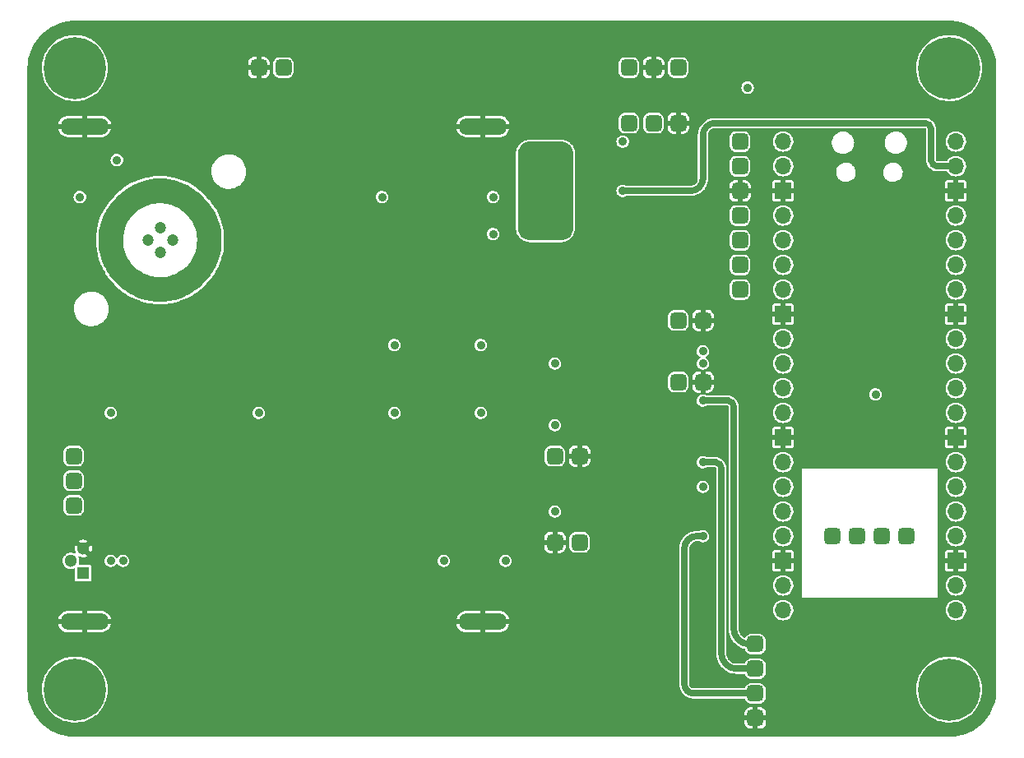
<source format=gbr>
%TF.GenerationSoftware,KiCad,Pcbnew,(6.0.0)*%
%TF.CreationDate,2022-04-29T15:29:16+05:30*%
%TF.ProjectId,Multislope 3I,4d756c74-6973-46c6-9f70-652033492e6b,rev?*%
%TF.SameCoordinates,Original*%
%TF.FileFunction,Copper,L2,Inr*%
%TF.FilePolarity,Positive*%
%FSLAX46Y46*%
G04 Gerber Fmt 4.6, Leading zero omitted, Abs format (unit mm)*
G04 Created by KiCad (PCBNEW (6.0.0)) date 2022-04-29 15:29:16*
%MOMM*%
%LPD*%
G01*
G04 APERTURE LIST*
G04 Aperture macros list*
%AMRoundRect*
0 Rectangle with rounded corners*
0 $1 Rounding radius*
0 $2 $3 $4 $5 $6 $7 $8 $9 X,Y pos of 4 corners*
0 Add a 4 corners polygon primitive as box body*
4,1,4,$2,$3,$4,$5,$6,$7,$8,$9,$2,$3,0*
0 Add four circle primitives for the rounded corners*
1,1,$1+$1,$2,$3*
1,1,$1+$1,$4,$5*
1,1,$1+$1,$6,$7*
1,1,$1+$1,$8,$9*
0 Add four rect primitives between the rounded corners*
20,1,$1+$1,$2,$3,$4,$5,0*
20,1,$1+$1,$4,$5,$6,$7,0*
20,1,$1+$1,$6,$7,$8,$9,0*
20,1,$1+$1,$8,$9,$2,$3,0*%
G04 Aperture macros list end*
%TA.AperFunction,ComponentPad*%
%ADD10RoundRect,0.425000X0.425000X-0.425000X0.425000X0.425000X-0.425000X0.425000X-0.425000X-0.425000X0*%
%TD*%
%TA.AperFunction,ComponentPad*%
%ADD11C,0.800000*%
%TD*%
%TA.AperFunction,ComponentPad*%
%ADD12C,6.400000*%
%TD*%
%TA.AperFunction,ComponentPad*%
%ADD13RoundRect,0.425000X-0.425000X0.425000X-0.425000X-0.425000X0.425000X-0.425000X0.425000X0.425000X0*%
%TD*%
%TA.AperFunction,ComponentPad*%
%ADD14O,5.000000X1.700000*%
%TD*%
%TA.AperFunction,ComponentPad*%
%ADD15C,1.300000*%
%TD*%
%TA.AperFunction,ComponentPad*%
%ADD16R,1.300000X1.300000*%
%TD*%
%TA.AperFunction,ComponentPad*%
%ADD17O,1.700000X1.700000*%
%TD*%
%TA.AperFunction,ComponentPad*%
%ADD18R,1.700000X1.700000*%
%TD*%
%TA.AperFunction,ComponentPad*%
%ADD19RoundRect,0.425000X-0.425000X-0.425000X0.425000X-0.425000X0.425000X0.425000X-0.425000X0.425000X0*%
%TD*%
%TA.AperFunction,ComponentPad*%
%ADD20C,1.200000*%
%TD*%
%TA.AperFunction,ViaPad*%
%ADD21C,0.889000*%
%TD*%
%TA.AperFunction,ViaPad*%
%ADD22C,0.800000*%
%TD*%
%TA.AperFunction,Conductor*%
%ADD23C,0.635000*%
%TD*%
G04 APERTURE END LIST*
D10*
%TO.N,GND*%
%TO.C,J3*%
X160655000Y-93980000D03*
%TO.N,/COMP*%
X158115000Y-93980000D03*
%TD*%
D11*
%TO.N,N/C*%
%TO.C,H2*%
X94302944Y-130302944D03*
X98400000Y-132000000D03*
X93600000Y-132000000D03*
X97697056Y-133697056D03*
X97697056Y-130302944D03*
D12*
X96000000Y-132000000D03*
D11*
X96000000Y-134400000D03*
X96000000Y-129600000D03*
X94302944Y-133697056D03*
%TD*%
%TO.N,N/C*%
%TO.C,H4*%
X98400000Y-68000000D03*
X96000000Y-65600000D03*
X97697056Y-69697056D03*
X97697056Y-66302944D03*
D12*
X96000000Y-68000000D03*
D11*
X94302944Y-66302944D03*
X96000000Y-70400000D03*
X93600000Y-68000000D03*
X94302944Y-69697056D03*
%TD*%
%TO.N,N/C*%
%TO.C,H3*%
X183600000Y-68000000D03*
X188400000Y-68000000D03*
D12*
X186000000Y-68000000D03*
D11*
X186000000Y-70400000D03*
X186000000Y-65600000D03*
X184302944Y-69697056D03*
X187697056Y-69697056D03*
X187697056Y-66302944D03*
X184302944Y-66302944D03*
%TD*%
D10*
%TO.N,GND*%
%TO.C,J15*%
X158115000Y-73660000D03*
%TO.N,+5V*%
X155575000Y-73660000D03*
%TO.N,+3V3*%
X153035000Y-73660000D03*
%TD*%
D13*
%TO.N,Net-(C26-Pad2)*%
%TO.C,J12*%
X173990000Y-116205000D03*
%TO.N,Net-(J12-Pad3)*%
X176530000Y-116205000D03*
%TO.N,Net-(J12-Pad2)*%
X179070000Y-116205000D03*
%TO.N,Net-(C26-Pad1)*%
X181610000Y-116205000D03*
%TD*%
D14*
%TO.N,GND*%
%TO.C,J4*%
X97000000Y-125000000D03*
%TD*%
D10*
%TO.N,GND*%
%TO.C,J14*%
X160655000Y-100330000D03*
%TO.N,/SLOPE*%
X158115000Y-100330000D03*
%TD*%
%TO.N,GND*%
%TO.C,J1*%
X147955000Y-107950000D03*
%TO.N,/INT*%
X145415000Y-107950000D03*
%TD*%
D15*
%TO.N,GND*%
%TO.C,U17*%
X96880000Y-117475000D03*
%TO.N,Net-(U17-Pad2)*%
X95610000Y-118745000D03*
D16*
%TO.N,+3V3*%
X96880000Y-120015000D03*
%TD*%
D17*
%TO.N,Net-(J2-Pad1)*%
%TO.C,U16*%
X168910000Y-75565000D03*
%TO.N,Net-(J2-Pad2)*%
X168910000Y-78105000D03*
D18*
%TO.N,GND*%
X168910000Y-80645000D03*
D17*
%TO.N,Net-(J2-Pad4)*%
X168910000Y-83185000D03*
%TO.N,Net-(J2-Pad5)*%
X168910000Y-85725000D03*
%TO.N,Net-(J2-Pad6)*%
X168910000Y-88265000D03*
%TO.N,Net-(J2-Pad7)*%
X168910000Y-90805000D03*
D18*
%TO.N,GND*%
X168910000Y-93345000D03*
D17*
%TO.N,/COMP*%
X168910000Y-95885000D03*
%TO.N,unconnected-(U16-Pad10)*%
X168910000Y-98425000D03*
%TO.N,Net-(U16-Pad11)*%
X168910000Y-100965000D03*
%TO.N,Net-(U16-Pad12)*%
X168910000Y-103505000D03*
D18*
%TO.N,GND*%
X168910000Y-106045000D03*
D17*
%TO.N,Net-(U15-Pad7)*%
X168910000Y-108585000D03*
%TO.N,Net-(U16-Pad15)*%
X168910000Y-111125000D03*
%TO.N,Net-(U16-Pad16)*%
X168910000Y-113665000D03*
%TO.N,Net-(U15-Pad1)*%
X168910000Y-116205000D03*
D18*
%TO.N,GND*%
X168910000Y-118745000D03*
D17*
%TO.N,unconnected-(U16-Pad19)*%
X168910000Y-121285000D03*
%TO.N,unconnected-(U16-Pad20)*%
X168910000Y-123825000D03*
%TO.N,unconnected-(U16-Pad21)*%
X186690000Y-123825000D03*
%TO.N,unconnected-(U16-Pad22)*%
X186690000Y-121285000D03*
D18*
%TO.N,GND*%
X186690000Y-118745000D03*
D17*
%TO.N,unconnected-(U16-Pad24)*%
X186690000Y-116205000D03*
%TO.N,unconnected-(U16-Pad25)*%
X186690000Y-113665000D03*
%TO.N,unconnected-(U16-Pad26)*%
X186690000Y-111125000D03*
%TO.N,unconnected-(U16-Pad27)*%
X186690000Y-108585000D03*
D18*
%TO.N,GND*%
X186690000Y-106045000D03*
D17*
%TO.N,unconnected-(U16-Pad29)*%
X186690000Y-103505000D03*
%TO.N,Net-(SW1-Pad2)*%
X186690000Y-100965000D03*
%TO.N,unconnected-(U16-Pad31)*%
X186690000Y-98425000D03*
%TO.N,unconnected-(U16-Pad32)*%
X186690000Y-95885000D03*
D18*
%TO.N,GND*%
X186690000Y-93345000D03*
D17*
%TO.N,unconnected-(U16-Pad34)*%
X186690000Y-90805000D03*
%TO.N,unconnected-(U16-Pad35)*%
X186690000Y-88265000D03*
%TO.N,unconnected-(U16-Pad36)*%
X186690000Y-85725000D03*
%TO.N,unconnected-(U16-Pad37)*%
X186690000Y-83185000D03*
D18*
%TO.N,GND*%
X186690000Y-80645000D03*
D17*
%TO.N,+5V*%
X186690000Y-78105000D03*
%TO.N,unconnected-(U16-Pad40)*%
X186690000Y-75565000D03*
%TD*%
D19*
%TO.N,/+REF*%
%TO.C,J11*%
X95885000Y-113030000D03*
%TO.N,/-REF*%
X95885000Y-110490000D03*
%TO.N,/RAW*%
X95885000Y-107950000D03*
%TD*%
D14*
%TO.N,GND*%
%TO.C,J9*%
X138000000Y-74000000D03*
%TD*%
D19*
%TO.N,Net-(J2-Pad7)*%
%TO.C,J2*%
X164465000Y-90805000D03*
%TO.N,Net-(J2-Pad6)*%
X164465000Y-88265000D03*
%TO.N,Net-(J2-Pad5)*%
X164465000Y-85725000D03*
%TO.N,Net-(J2-Pad4)*%
X164465000Y-83185000D03*
%TO.N,GND*%
X164465000Y-80645000D03*
%TO.N,Net-(J2-Pad2)*%
X164465000Y-78105000D03*
%TO.N,Net-(J2-Pad1)*%
X164465000Y-75565000D03*
%TD*%
D11*
%TO.N,N/C*%
%TO.C,H1*%
X184302944Y-130302944D03*
X188400000Y-132000000D03*
X186000000Y-134400000D03*
X183600000Y-132000000D03*
X187697056Y-130302944D03*
X186000000Y-129600000D03*
X184302944Y-133697056D03*
X187697056Y-133697056D03*
D12*
X186000000Y-132000000D03*
%TD*%
D14*
%TO.N,GND*%
%TO.C,J5*%
X138000000Y-125000000D03*
%TD*%
D19*
%TO.N,GND*%
%TO.C,J10*%
X166052500Y-134937500D03*
%TO.N,+3V3*%
X166052500Y-132397500D03*
%TO.N,-15V*%
X166052500Y-129857500D03*
%TO.N,+15V*%
X166052500Y-127317500D03*
%TD*%
D13*
%TO.N,-15V*%
%TO.C,J8*%
X153035000Y-67945000D03*
%TO.N,GND*%
X155575000Y-67945000D03*
%TO.N,+15V*%
X158115000Y-67945000D03*
%TD*%
D14*
%TO.N,GND*%
%TO.C,J6*%
X97000000Y-74000000D03*
%TD*%
D13*
%TO.N,GND*%
%TO.C,J7*%
X145415000Y-116840000D03*
%TO.N,/SLOPE2*%
X147955000Y-116840000D03*
%TD*%
%TO.N,GND*%
%TO.C,J13*%
X114935000Y-67945000D03*
%TO.N,Net-(J13-Pad1)*%
X117475000Y-67945000D03*
%TD*%
D20*
%TO.N,-15V*%
%TO.C,U2*%
X103505000Y-85725000D03*
%TO.N,+15V*%
X104775000Y-84455000D03*
%TO.N,GND*%
X106045000Y-85725000D03*
%TO.N,/RAW*%
X104775000Y-86995000D03*
%TD*%
D21*
%TO.N,GND*%
X116205000Y-103505000D03*
X160655000Y-95885000D03*
X145415000Y-106045000D03*
X111760000Y-85725000D03*
X117475000Y-118745000D03*
X149225000Y-104775000D03*
X152400000Y-78105000D03*
X152400000Y-83185000D03*
X145415000Y-97155000D03*
X139065000Y-118745000D03*
X179705000Y-101600000D03*
X148590000Y-121285000D03*
X102235000Y-118745000D03*
X136525000Y-118745000D03*
X136525000Y-103505000D03*
X123825000Y-118745000D03*
X122555000Y-114935000D03*
X99695000Y-115219000D03*
X152400000Y-111125000D03*
X104775000Y-118745000D03*
X98425000Y-103505000D03*
X152400000Y-81915000D03*
X132715000Y-93345000D03*
X137795000Y-89535000D03*
X130175000Y-103505000D03*
X131445000Y-93345000D03*
X163665000Y-70015000D03*
X135255000Y-93345000D03*
X121285000Y-103505000D03*
X145415000Y-114935000D03*
X121285000Y-118745000D03*
X152400000Y-95885000D03*
X137795000Y-107315000D03*
X133985000Y-93345000D03*
X132715000Y-118745000D03*
X125095000Y-114935000D03*
X160655000Y-112395000D03*
D22*
X128905000Y-81280000D03*
D21*
X136525000Y-96520000D03*
X160655000Y-117475000D03*
D22*
X130175000Y-96520000D03*
D21*
X137795000Y-81280000D03*
X102235000Y-96520000D03*
X152400000Y-76835000D03*
X152400000Y-113665000D03*
X175895000Y-104775000D03*
X160655000Y-103505000D03*
X102235000Y-106680000D03*
X122555000Y-118745000D03*
X149455000Y-84685000D03*
X149455000Y-79605000D03*
X145415000Y-99695000D03*
%TO.N,-15V*%
X96520000Y-81280000D03*
X139065000Y-81280000D03*
X133985000Y-118745000D03*
X160655000Y-108585000D03*
X145415000Y-104775000D03*
X145415000Y-98425000D03*
X137795000Y-103505000D03*
X145415000Y-113665000D03*
X128905000Y-96520000D03*
X100965000Y-118745000D03*
%TO.N,+15V*%
X144145000Y-79692500D03*
X145415000Y-79692500D03*
X146685000Y-84772500D03*
X144145000Y-81597500D03*
X100330000Y-77470000D03*
X144145000Y-76517500D03*
X142875000Y-76517500D03*
X160655000Y-102235000D03*
X145415000Y-76517500D03*
X127635000Y-81280000D03*
X160655000Y-97155000D03*
X144145000Y-84772500D03*
X142875000Y-81597500D03*
X146685000Y-79692500D03*
X146685000Y-81597500D03*
X145415000Y-84772500D03*
X142875000Y-79692500D03*
X146685000Y-76517500D03*
X128905000Y-103505000D03*
X137795000Y-96520000D03*
X99695000Y-103505000D03*
X142875000Y-84772500D03*
X145415000Y-81597500D03*
X140335000Y-118745000D03*
%TO.N,+3V3*%
X99695000Y-118745000D03*
X114935000Y-103505000D03*
X160655000Y-116205000D03*
X160655000Y-98425000D03*
X160655000Y-111125000D03*
X178435000Y-101600000D03*
X152400000Y-75565000D03*
X139065000Y-85090000D03*
%TO.N,+5V*%
X152400000Y-80645000D03*
%TO.N,Net-(SW1-Pad2)*%
X165265000Y-70015000D03*
%TD*%
D23*
%TO.N,-15V*%
X162560000Y-109220000D02*
X162560000Y-128270000D01*
X160655000Y-108585000D02*
X161925000Y-108585000D01*
X164147500Y-129857500D02*
X166052500Y-129857500D01*
X162560000Y-109220000D02*
G75*
G03*
X161925000Y-108585000I-634999J1D01*
G01*
X164147500Y-129857500D02*
G75*
G02*
X162560000Y-128270000I0J1587500D01*
G01*
%TO.N,+15V*%
X160655000Y-102235000D02*
X163195000Y-102235000D01*
X163830000Y-102870000D02*
X163830000Y-125730000D01*
X165417500Y-127317500D02*
X166052500Y-127317500D01*
X165417500Y-127317500D02*
G75*
G02*
X163830000Y-125730000I0J1587500D01*
G01*
X163830000Y-102870000D02*
G75*
G03*
X163195000Y-102235000I-634999J1D01*
G01*
%TO.N,+3V3*%
X158750000Y-117475000D02*
X158750000Y-131445000D01*
X159702500Y-132397500D02*
X166052500Y-132397500D01*
X160655000Y-116205000D02*
X160020000Y-116205000D01*
X158750000Y-117475000D02*
G75*
G02*
X160020000Y-116205000I1269999J1D01*
G01*
X159702500Y-132397500D02*
G75*
G02*
X158750000Y-131445000I1J952501D01*
G01*
%TO.N,+5V*%
X159385000Y-80645000D02*
X152400000Y-80645000D01*
X184785000Y-78105000D02*
X186690000Y-78105000D01*
X152400000Y-80645000D02*
X153035000Y-80645000D01*
X183515000Y-73660000D02*
X161925000Y-73660000D01*
X184150000Y-74295000D02*
X184150000Y-77470000D01*
X160655000Y-74930000D02*
X160655000Y-79375000D01*
X184150000Y-74295000D02*
G75*
G03*
X183515000Y-73660000I-634999J1D01*
G01*
X160655000Y-74930000D02*
G75*
G02*
X161925000Y-73660000I1269999J1D01*
G01*
X159385000Y-80645000D02*
G75*
G03*
X160655000Y-79375000I1J1269999D01*
G01*
X184785000Y-78105000D02*
G75*
G02*
X184150000Y-77470000I-1J634999D01*
G01*
%TD*%
%TA.AperFunction,NonConductor*%
G36*
X104982875Y-79383167D02*
G01*
X105251169Y-79393709D01*
X105261032Y-79394485D01*
X105729361Y-79449915D01*
X105739132Y-79451463D01*
X106201658Y-79543465D01*
X106211279Y-79545775D01*
X106665157Y-79673782D01*
X106674566Y-79676839D01*
X107117011Y-79840066D01*
X107126151Y-79843852D01*
X107554426Y-80041289D01*
X107563241Y-80045781D01*
X107974690Y-80276204D01*
X107983126Y-80281373D01*
X108375249Y-80543381D01*
X108383237Y-80549184D01*
X108542635Y-80674843D01*
X108753592Y-80841149D01*
X108761115Y-80847574D01*
X109109252Y-81169388D01*
X109112818Y-81172818D01*
X109327182Y-81387182D01*
X109330612Y-81390748D01*
X109652426Y-81738885D01*
X109658851Y-81746408D01*
X109791008Y-81914048D01*
X109888441Y-82037640D01*
X109950810Y-82116755D01*
X109956619Y-82124751D01*
X110068311Y-82291910D01*
X110218627Y-82516874D01*
X110223796Y-82525310D01*
X110454219Y-82936759D01*
X110458710Y-82945572D01*
X110471763Y-82973885D01*
X110656148Y-83373849D01*
X110659934Y-83382989D01*
X110823161Y-83825434D01*
X110826218Y-83834843D01*
X110954225Y-84288721D01*
X110956535Y-84298342D01*
X111048537Y-84760868D01*
X111050085Y-84770639D01*
X111105515Y-85238968D01*
X111106291Y-85248831D01*
X111113415Y-85430134D01*
X111104905Y-85480850D01*
X111077988Y-85549889D01*
X111076997Y-85557418D01*
X111058217Y-85700067D01*
X111055905Y-85717626D01*
X111074470Y-85885790D01*
X111105842Y-85971519D01*
X111113419Y-86019765D01*
X111106291Y-86201169D01*
X111105515Y-86211032D01*
X111050085Y-86679361D01*
X111048537Y-86689132D01*
X110956535Y-87151658D01*
X110954225Y-87161279D01*
X110826218Y-87615157D01*
X110823161Y-87624566D01*
X110659934Y-88067011D01*
X110656149Y-88076148D01*
X110465488Y-88489725D01*
X110458711Y-88504426D01*
X110454219Y-88513241D01*
X110223796Y-88924690D01*
X110218627Y-88933126D01*
X110162549Y-89017054D01*
X109969348Y-89306200D01*
X109956625Y-89325241D01*
X109950816Y-89333237D01*
X109884500Y-89417358D01*
X109658851Y-89703592D01*
X109652426Y-89711115D01*
X109330612Y-90059252D01*
X109327182Y-90062818D01*
X109112818Y-90277182D01*
X109109252Y-90280612D01*
X108761115Y-90602426D01*
X108753592Y-90608851D01*
X108542635Y-90775157D01*
X108383237Y-90900816D01*
X108375249Y-90906619D01*
X108067054Y-91112549D01*
X107983126Y-91168627D01*
X107974690Y-91173796D01*
X107563241Y-91404219D01*
X107554426Y-91408711D01*
X107126151Y-91606148D01*
X107117011Y-91609934D01*
X106674566Y-91773161D01*
X106665157Y-91776218D01*
X106211279Y-91904225D01*
X106201658Y-91906535D01*
X105739132Y-91998537D01*
X105729361Y-92000085D01*
X105261032Y-92055515D01*
X105251169Y-92056291D01*
X104982875Y-92066833D01*
X104779938Y-92074806D01*
X104770062Y-92074806D01*
X104567125Y-92066833D01*
X104298831Y-92056291D01*
X104288968Y-92055515D01*
X103820639Y-92000085D01*
X103810868Y-91998537D01*
X103348342Y-91906535D01*
X103338721Y-91904225D01*
X102884843Y-91776218D01*
X102875434Y-91773161D01*
X102432989Y-91609934D01*
X102423849Y-91606148D01*
X101995574Y-91408711D01*
X101986759Y-91404219D01*
X101575310Y-91173796D01*
X101566874Y-91168627D01*
X101482946Y-91112549D01*
X101174751Y-90906619D01*
X101166763Y-90900816D01*
X101007365Y-90775157D01*
X100796408Y-90608851D01*
X100788885Y-90602426D01*
X100440748Y-90280612D01*
X100437182Y-90277182D01*
X100222818Y-90062818D01*
X100219388Y-90059252D01*
X99897574Y-89711115D01*
X99891149Y-89703592D01*
X99665500Y-89417358D01*
X99599184Y-89333237D01*
X99593375Y-89325241D01*
X99580653Y-89306200D01*
X99387451Y-89017054D01*
X99331373Y-88933126D01*
X99326204Y-88924690D01*
X99095781Y-88513241D01*
X99091289Y-88504426D01*
X99084512Y-88489725D01*
X98893851Y-88076148D01*
X98890066Y-88067011D01*
X98726839Y-87624566D01*
X98723782Y-87615157D01*
X98595775Y-87161279D01*
X98593465Y-87151658D01*
X98501463Y-86689132D01*
X98499915Y-86679361D01*
X98444485Y-86211032D01*
X98443709Y-86201169D01*
X98425194Y-85729947D01*
X98425194Y-85725000D01*
X100960104Y-85725000D01*
X100960189Y-85726674D01*
X100960189Y-85726683D01*
X100969336Y-85907243D01*
X100979634Y-86110519D01*
X101038022Y-86492091D01*
X101134672Y-86865810D01*
X101135775Y-86868793D01*
X101135777Y-86868798D01*
X101243970Y-87161279D01*
X101268594Y-87227847D01*
X101438417Y-87574498D01*
X101642401Y-87902213D01*
X101644358Y-87904745D01*
X101769772Y-88067011D01*
X101878459Y-88207636D01*
X102144173Y-88487640D01*
X102146597Y-88489725D01*
X102163689Y-88504426D01*
X102436823Y-88739359D01*
X102753413Y-88960215D01*
X103090701Y-89147947D01*
X103093621Y-89149205D01*
X103093626Y-89149207D01*
X103442300Y-89299370D01*
X103442310Y-89299374D01*
X103445234Y-89300633D01*
X103813382Y-89416710D01*
X104085004Y-89472960D01*
X104188250Y-89494341D01*
X104188253Y-89494341D01*
X104191375Y-89494988D01*
X104485314Y-89525364D01*
X104572188Y-89534342D01*
X104572191Y-89534342D01*
X104575344Y-89534668D01*
X104578511Y-89534674D01*
X104578520Y-89534674D01*
X104768715Y-89535006D01*
X104961357Y-89535342D01*
X105250349Y-89506497D01*
X105342277Y-89497321D01*
X105342279Y-89497321D01*
X105345462Y-89497003D01*
X105358546Y-89494341D01*
X105720592Y-89420682D01*
X105720599Y-89420680D01*
X105723726Y-89420044D01*
X106092277Y-89305253D01*
X106197464Y-89260387D01*
X106444410Y-89155056D01*
X106444414Y-89155054D01*
X106447340Y-89153806D01*
X106450119Y-89152272D01*
X106450125Y-89152269D01*
X106782494Y-88968791D01*
X106785282Y-88967252D01*
X106793207Y-88961765D01*
X107100016Y-88749320D01*
X107100017Y-88749319D01*
X107102640Y-88747503D01*
X107396167Y-88496807D01*
X107662857Y-88217732D01*
X107899980Y-87913134D01*
X107905243Y-87904745D01*
X108103410Y-87588839D01*
X108105107Y-87586134D01*
X108276138Y-87240078D01*
X108411323Y-86878510D01*
X108509277Y-86505131D01*
X108568998Y-86123765D01*
X108569716Y-86110519D01*
X108589701Y-85741491D01*
X108589873Y-85738316D01*
X108577731Y-85480850D01*
X108571840Y-85355924D01*
X108571839Y-85355916D01*
X108571689Y-85352731D01*
X108566227Y-85316180D01*
X108528692Y-85065028D01*
X108514633Y-84970958D01*
X108419288Y-84596905D01*
X108286630Y-84234401D01*
X108118019Y-83887160D01*
X107915180Y-83558735D01*
X107780325Y-83382989D01*
X107682136Y-83255027D01*
X107682133Y-83255024D01*
X107680189Y-83252490D01*
X107415454Y-82971560D01*
X107413049Y-82969476D01*
X107413043Y-82969471D01*
X107126091Y-82720906D01*
X107123684Y-82718821D01*
X106807868Y-82496861D01*
X106471237Y-82307953D01*
X106430818Y-82290378D01*
X106323434Y-82243686D01*
X106117239Y-82154030D01*
X105942025Y-82098112D01*
X105752543Y-82037640D01*
X105752535Y-82037638D01*
X105749499Y-82036669D01*
X105636478Y-82012852D01*
X105374900Y-81957729D01*
X105374895Y-81957728D01*
X105371781Y-81957072D01*
X104987953Y-81916052D01*
X104984766Y-81916035D01*
X104984760Y-81916035D01*
X104809552Y-81915118D01*
X104601945Y-81914031D01*
X104456360Y-81928049D01*
X104220873Y-81950724D01*
X104220868Y-81950725D01*
X104217708Y-81951029D01*
X104214589Y-81951652D01*
X104214584Y-81951653D01*
X104028095Y-81988918D01*
X103839178Y-82026667D01*
X103556491Y-82113632D01*
X103473271Y-82139234D01*
X103473268Y-82139235D01*
X103470229Y-82140170D01*
X103467301Y-82141407D01*
X103467295Y-82141409D01*
X103117583Y-82289134D01*
X103117576Y-82289137D01*
X103114639Y-82290378D01*
X102776048Y-82475750D01*
X102457924Y-82694391D01*
X102455485Y-82696459D01*
X102455479Y-82696464D01*
X102165964Y-82941990D01*
X102165956Y-82941998D01*
X102163524Y-82944060D01*
X102161316Y-82946355D01*
X102161308Y-82946362D01*
X101898076Y-83219901D01*
X101895861Y-83222203D01*
X101893889Y-83224718D01*
X101776956Y-83373849D01*
X101657677Y-83525971D01*
X101451410Y-83852253D01*
X101449985Y-83855110D01*
X101449985Y-83855111D01*
X101351201Y-84053240D01*
X101279171Y-84197710D01*
X101142725Y-84558804D01*
X101043469Y-84931839D01*
X100982417Y-85312994D01*
X100982234Y-85316174D01*
X100982233Y-85316180D01*
X100977471Y-85398778D01*
X100960197Y-85698367D01*
X100960104Y-85725000D01*
X98425194Y-85725000D01*
X98425194Y-85720053D01*
X98425586Y-85710095D01*
X98439751Y-85349570D01*
X98443709Y-85248831D01*
X98444485Y-85238968D01*
X98499915Y-84770639D01*
X98501463Y-84760868D01*
X98593465Y-84298342D01*
X98595775Y-84288721D01*
X98723782Y-83834843D01*
X98726839Y-83825434D01*
X98890066Y-83382989D01*
X98893852Y-83373849D01*
X99078238Y-82973885D01*
X99091290Y-82945572D01*
X99095781Y-82936759D01*
X99326204Y-82525310D01*
X99331373Y-82516874D01*
X99481689Y-82291910D01*
X99593381Y-82124751D01*
X99599190Y-82116755D01*
X99661560Y-82037640D01*
X99758992Y-81914048D01*
X99891149Y-81746408D01*
X99897574Y-81738885D01*
X100219388Y-81390748D01*
X100222818Y-81387182D01*
X100437182Y-81172818D01*
X100440748Y-81169388D01*
X100788885Y-80847574D01*
X100796408Y-80841149D01*
X101007365Y-80674843D01*
X101166763Y-80549184D01*
X101174751Y-80543381D01*
X101566874Y-80281373D01*
X101575310Y-80276204D01*
X101986759Y-80045781D01*
X101995574Y-80041289D01*
X102423849Y-79843852D01*
X102432989Y-79840066D01*
X102875434Y-79676839D01*
X102884843Y-79673782D01*
X103338721Y-79545775D01*
X103348342Y-79543465D01*
X103810868Y-79451463D01*
X103820639Y-79449915D01*
X104288968Y-79394485D01*
X104298831Y-79393709D01*
X104567125Y-79383167D01*
X104770062Y-79375194D01*
X104779938Y-79375194D01*
X104982875Y-79383167D01*
G37*
%TD.AperFunction*%
%TA.AperFunction,Conductor*%
%TO.N,GND*%
G36*
X185991224Y-63129128D02*
G01*
X186000000Y-63131480D01*
X186007947Y-63129351D01*
X186012087Y-63129351D01*
X186023986Y-63128048D01*
X186257811Y-63138256D01*
X186422000Y-63145425D01*
X186427417Y-63145899D01*
X186692169Y-63180755D01*
X186843475Y-63200675D01*
X186848844Y-63201621D01*
X187258568Y-63292454D01*
X187263836Y-63293866D01*
X187664067Y-63420059D01*
X187669180Y-63421920D01*
X187863042Y-63502220D01*
X188056898Y-63582518D01*
X188061839Y-63584822D01*
X188434077Y-63778597D01*
X188438799Y-63781323D01*
X188792730Y-64006802D01*
X188797197Y-64009929D01*
X189130146Y-64265409D01*
X189134322Y-64268914D01*
X189443719Y-64552425D01*
X189447571Y-64556277D01*
X189705270Y-64837505D01*
X189731086Y-64865678D01*
X189734591Y-64869854D01*
X189990071Y-65202803D01*
X189993198Y-65207270D01*
X190218677Y-65561201D01*
X190221403Y-65565923D01*
X190415178Y-65938161D01*
X190417482Y-65943102D01*
X190578078Y-66330815D01*
X190579941Y-66335933D01*
X190681468Y-66657935D01*
X190706134Y-66736165D01*
X190707546Y-66741432D01*
X190798379Y-67151156D01*
X190799325Y-67156525D01*
X190810595Y-67242129D01*
X190839847Y-67464312D01*
X190854100Y-67572576D01*
X190854575Y-67578000D01*
X190856942Y-67632209D01*
X190871952Y-67976014D01*
X190870649Y-67987913D01*
X190870649Y-67992053D01*
X190868520Y-68000000D01*
X190870872Y-68008776D01*
X190873000Y-68024947D01*
X190873000Y-131975053D01*
X190870872Y-131991224D01*
X190868520Y-132000000D01*
X190870649Y-132007947D01*
X190870649Y-132012087D01*
X190871952Y-132023986D01*
X190855081Y-132410432D01*
X190854576Y-132421992D01*
X190854100Y-132427424D01*
X190799325Y-132843475D01*
X190798379Y-132848844D01*
X190707546Y-133258568D01*
X190706134Y-133263835D01*
X190647933Y-133448426D01*
X190579943Y-133664061D01*
X190578080Y-133669180D01*
X190510016Y-133833500D01*
X190417482Y-134056898D01*
X190415178Y-134061839D01*
X190221403Y-134434077D01*
X190218677Y-134438799D01*
X189993198Y-134792730D01*
X189990071Y-134797197D01*
X189734591Y-135130146D01*
X189731088Y-135134320D01*
X189470952Y-135418208D01*
X189447575Y-135443719D01*
X189443723Y-135447571D01*
X189233320Y-135640371D01*
X189134322Y-135731086D01*
X189130146Y-135734591D01*
X188797197Y-135990071D01*
X188792730Y-135993198D01*
X188438799Y-136218677D01*
X188434077Y-136221403D01*
X188061839Y-136415178D01*
X188056898Y-136417482D01*
X187863042Y-136497780D01*
X187669180Y-136578080D01*
X187664067Y-136579941D01*
X187342065Y-136681468D01*
X187263835Y-136706134D01*
X187258568Y-136707546D01*
X186848844Y-136798379D01*
X186843475Y-136799325D01*
X186692169Y-136819245D01*
X186427417Y-136854101D01*
X186422000Y-136854575D01*
X186257811Y-136861744D01*
X186023986Y-136871952D01*
X186012087Y-136870649D01*
X186007947Y-136870649D01*
X186000000Y-136868520D01*
X185991224Y-136870872D01*
X185975053Y-136873000D01*
X96024947Y-136873000D01*
X96008776Y-136870872D01*
X96000000Y-136868520D01*
X95992053Y-136870649D01*
X95987913Y-136870649D01*
X95976014Y-136871952D01*
X95742189Y-136861744D01*
X95578000Y-136854575D01*
X95572583Y-136854101D01*
X95307831Y-136819245D01*
X95156525Y-136799325D01*
X95151156Y-136798379D01*
X94741432Y-136707546D01*
X94736165Y-136706134D01*
X94657935Y-136681468D01*
X94335933Y-136579941D01*
X94330820Y-136578080D01*
X94136958Y-136497780D01*
X93943102Y-136417482D01*
X93938161Y-136415178D01*
X93565923Y-136221403D01*
X93561201Y-136218677D01*
X93207270Y-135993198D01*
X93202803Y-135990071D01*
X92869854Y-135734591D01*
X92865678Y-135731086D01*
X92766680Y-135640371D01*
X92556277Y-135447571D01*
X92552425Y-135443719D01*
X92529049Y-135418208D01*
X92526433Y-135415353D01*
X164948501Y-135415353D01*
X164948631Y-135418188D01*
X164954663Y-135483845D01*
X164955958Y-135490312D01*
X165002984Y-135640371D01*
X165006066Y-135647197D01*
X165087296Y-135781323D01*
X165091911Y-135787209D01*
X165202791Y-135898089D01*
X165208677Y-135902704D01*
X165342803Y-135983934D01*
X165349629Y-135987016D01*
X165499686Y-136034042D01*
X165506156Y-136035338D01*
X165571792Y-136041368D01*
X165574666Y-136041500D01*
X165786069Y-136041500D01*
X165794859Y-136037859D01*
X165798500Y-136029069D01*
X165798500Y-136029068D01*
X166306500Y-136029068D01*
X166310141Y-136037858D01*
X166318931Y-136041499D01*
X166530353Y-136041499D01*
X166533188Y-136041369D01*
X166598845Y-136035337D01*
X166605312Y-136034042D01*
X166755371Y-135987016D01*
X166762197Y-135983934D01*
X166896323Y-135902704D01*
X166902209Y-135898089D01*
X167013089Y-135787209D01*
X167017704Y-135781323D01*
X167098934Y-135647197D01*
X167102016Y-135640371D01*
X167149042Y-135490314D01*
X167150338Y-135483844D01*
X167156368Y-135418208D01*
X167156500Y-135415334D01*
X167156500Y-135203931D01*
X167152859Y-135195141D01*
X167144069Y-135191500D01*
X166318931Y-135191500D01*
X166310141Y-135195141D01*
X166306500Y-135203931D01*
X166306500Y-136029068D01*
X165798500Y-136029068D01*
X165798500Y-135203931D01*
X165794859Y-135195141D01*
X165786069Y-135191500D01*
X164960932Y-135191500D01*
X164952142Y-135195141D01*
X164948501Y-135203931D01*
X164948501Y-135415353D01*
X92526433Y-135415353D01*
X92268912Y-135134320D01*
X92265409Y-135130146D01*
X92009929Y-134797197D01*
X92006802Y-134792730D01*
X91781323Y-134438799D01*
X91778597Y-134434077D01*
X91584822Y-134061839D01*
X91582518Y-134056898D01*
X91489984Y-133833500D01*
X91421920Y-133669180D01*
X91420057Y-133664061D01*
X91352068Y-133448426D01*
X91293866Y-133263835D01*
X91292454Y-133258568D01*
X91201621Y-132848844D01*
X91200675Y-132843475D01*
X91145900Y-132427424D01*
X91145424Y-132421992D01*
X91144920Y-132410432D01*
X91128048Y-132023986D01*
X91129351Y-132012087D01*
X91129351Y-132007947D01*
X91131480Y-132000000D01*
X91129128Y-131991224D01*
X91128719Y-131988113D01*
X92594527Y-131988113D01*
X92613162Y-132355971D01*
X92671416Y-132719665D01*
X92768608Y-133074941D01*
X92903602Y-133417642D01*
X93074817Y-133743759D01*
X93075754Y-133745154D01*
X93075755Y-133745155D01*
X93096277Y-133775694D01*
X93280252Y-134049477D01*
X93517502Y-134331221D01*
X93518723Y-134332388D01*
X93518726Y-134332391D01*
X93782566Y-134584523D01*
X93782572Y-134584528D01*
X93783792Y-134585694D01*
X93983997Y-134739316D01*
X94071683Y-134806600D01*
X94076008Y-134809919D01*
X94077444Y-134810792D01*
X94389286Y-135000396D01*
X94389294Y-135000400D01*
X94390731Y-135001274D01*
X94724279Y-135157519D01*
X94725876Y-135158066D01*
X94725884Y-135158069D01*
X94859837Y-135203931D01*
X95072751Y-135276828D01*
X95432070Y-135357804D01*
X95708844Y-135389338D01*
X95796347Y-135399308D01*
X95796349Y-135399308D01*
X95798033Y-135399500D01*
X95799727Y-135399509D01*
X95799729Y-135399509D01*
X95944911Y-135400269D01*
X96166358Y-135401428D01*
X96532737Y-135363567D01*
X96534394Y-135363212D01*
X96534399Y-135363211D01*
X96666157Y-135334964D01*
X96892884Y-135286358D01*
X96894486Y-135285828D01*
X96894494Y-135285826D01*
X97240978Y-135171237D01*
X97240981Y-135171236D01*
X97242586Y-135170705D01*
X97577752Y-135017961D01*
X97771557Y-134902888D01*
X97893015Y-134830772D01*
X97893021Y-134830768D01*
X97894461Y-134829913D01*
X97895804Y-134828905D01*
X97895811Y-134828900D01*
X98106022Y-134671069D01*
X164948500Y-134671069D01*
X164952141Y-134679859D01*
X164960931Y-134683500D01*
X165786069Y-134683500D01*
X165794859Y-134679859D01*
X165798500Y-134671069D01*
X166306500Y-134671069D01*
X166310141Y-134679859D01*
X166318931Y-134683500D01*
X167144068Y-134683500D01*
X167152858Y-134679859D01*
X167156499Y-134671069D01*
X167156499Y-134459647D01*
X167156369Y-134456812D01*
X167150337Y-134391155D01*
X167149042Y-134384688D01*
X167102016Y-134234629D01*
X167098934Y-134227803D01*
X167017704Y-134093677D01*
X167013089Y-134087791D01*
X166902209Y-133976911D01*
X166896323Y-133972296D01*
X166762197Y-133891066D01*
X166755371Y-133887984D01*
X166605314Y-133840958D01*
X166598844Y-133839662D01*
X166533208Y-133833632D01*
X166530334Y-133833500D01*
X166318931Y-133833500D01*
X166310141Y-133837141D01*
X166306500Y-133845931D01*
X166306500Y-134671069D01*
X165798500Y-134671069D01*
X165798500Y-133845932D01*
X165794859Y-133837142D01*
X165786069Y-133833501D01*
X165574647Y-133833501D01*
X165571812Y-133833631D01*
X165506155Y-133839663D01*
X165499688Y-133840958D01*
X165349629Y-133887984D01*
X165342803Y-133891066D01*
X165208677Y-133972296D01*
X165202791Y-133976911D01*
X165091911Y-134087791D01*
X165087296Y-134093677D01*
X165006066Y-134227803D01*
X165002984Y-134234629D01*
X164955958Y-134384686D01*
X164954662Y-134391156D01*
X164948632Y-134456792D01*
X164948500Y-134459666D01*
X164948500Y-134671069D01*
X98106022Y-134671069D01*
X98187656Y-134609776D01*
X98187658Y-134609775D01*
X98189009Y-134608760D01*
X98348334Y-134459666D01*
X98456714Y-134358246D01*
X98456717Y-134358242D01*
X98457950Y-134357089D01*
X98698138Y-134077846D01*
X98906762Y-133774295D01*
X98964716Y-133666664D01*
X99080585Y-133451471D01*
X99081383Y-133449989D01*
X99093913Y-133419133D01*
X99219321Y-133110289D01*
X99219322Y-133110287D01*
X99219958Y-133108720D01*
X99229131Y-133076520D01*
X99320400Y-132756115D01*
X99320401Y-132756112D01*
X99320865Y-132754482D01*
X99326817Y-132719665D01*
X99382638Y-132393097D01*
X99382925Y-132391418D01*
X99392181Y-132240085D01*
X99405356Y-132024681D01*
X99405356Y-132024667D01*
X99405411Y-132023775D01*
X99405494Y-132000000D01*
X99386790Y-131654645D01*
X99385666Y-131633885D01*
X99385666Y-131633881D01*
X99385575Y-131632209D01*
X99326052Y-131268720D01*
X99227620Y-130913786D01*
X99227000Y-130912228D01*
X99226997Y-130912219D01*
X99092056Y-130573128D01*
X99092054Y-130573125D01*
X99091431Y-130571558D01*
X98951948Y-130308121D01*
X98919872Y-130247540D01*
X98919869Y-130247536D01*
X98919078Y-130246041D01*
X98912187Y-130235862D01*
X98715343Y-129945125D01*
X98712578Y-129941041D01*
X98474346Y-129660128D01*
X98361246Y-129552800D01*
X98208392Y-129407747D01*
X98208387Y-129407742D01*
X98207168Y-129406586D01*
X97914172Y-129183382D01*
X97598783Y-128993127D01*
X97597257Y-128992419D01*
X97597252Y-128992416D01*
X97460894Y-128929121D01*
X97264691Y-128838047D01*
X97263098Y-128837508D01*
X97263091Y-128837505D01*
X96917402Y-128720496D01*
X96917393Y-128720493D01*
X96915805Y-128719956D01*
X96556206Y-128640234D01*
X96537166Y-128638132D01*
X96191780Y-128600001D01*
X96191771Y-128600001D01*
X96190100Y-128599816D01*
X96188408Y-128599813D01*
X96188407Y-128599813D01*
X96027961Y-128599533D01*
X95821770Y-128599173D01*
X95820099Y-128599352D01*
X95820091Y-128599352D01*
X95457216Y-128638132D01*
X95457209Y-128638133D01*
X95455526Y-128638313D01*
X95095650Y-128716779D01*
X95094047Y-128717315D01*
X95094041Y-128717317D01*
X94747955Y-128833116D01*
X94747950Y-128833118D01*
X94746354Y-128833652D01*
X94702371Y-128853882D01*
X94413259Y-128986858D01*
X94413251Y-128986862D01*
X94411723Y-128987565D01*
X94410273Y-128988433D01*
X94410267Y-128988436D01*
X94308294Y-129049466D01*
X94095672Y-129176718D01*
X93801898Y-129398897D01*
X93533837Y-129651505D01*
X93532744Y-129652785D01*
X93532739Y-129652790D01*
X93440770Y-129760472D01*
X93294626Y-129931585D01*
X93087062Y-130235862D01*
X93086265Y-130237355D01*
X93086263Y-130237358D01*
X93048479Y-130308121D01*
X92913574Y-130560776D01*
X92776192Y-130902526D01*
X92676521Y-131257115D01*
X92650081Y-131415113D01*
X92624989Y-131565059D01*
X92615729Y-131620393D01*
X92615632Y-131622081D01*
X92615631Y-131622087D01*
X92595280Y-131975053D01*
X92594527Y-131988113D01*
X91128719Y-131988113D01*
X91127000Y-131975053D01*
X91127000Y-125261859D01*
X94277491Y-125261859D01*
X94300700Y-125358163D01*
X94302633Y-125363775D01*
X94387362Y-125550129D01*
X94390311Y-125555257D01*
X94508756Y-125722233D01*
X94512622Y-125726713D01*
X94660504Y-125868278D01*
X94665149Y-125871947D01*
X94837132Y-125982995D01*
X94842388Y-125985719D01*
X95032257Y-126062238D01*
X95037945Y-126063923D01*
X95239566Y-126103297D01*
X95244029Y-126103839D01*
X95246550Y-126103962D01*
X95248081Y-126104000D01*
X96733569Y-126104000D01*
X96742359Y-126100359D01*
X96746000Y-126091569D01*
X97254000Y-126091569D01*
X97257641Y-126100359D01*
X97266431Y-126104000D01*
X98701150Y-126104000D01*
X98704122Y-126103858D01*
X98856748Y-126089297D01*
X98862567Y-126088176D01*
X99058999Y-126030549D01*
X99064497Y-126028350D01*
X99246492Y-125934617D01*
X99251478Y-125931416D01*
X99412466Y-125804959D01*
X99416754Y-125800875D01*
X99550921Y-125646261D01*
X99554363Y-125641435D01*
X99656872Y-125464242D01*
X99659340Y-125458853D01*
X99726491Y-125265475D01*
X99726608Y-125264996D01*
X99725811Y-125261859D01*
X135277491Y-125261859D01*
X135300700Y-125358163D01*
X135302633Y-125363775D01*
X135387362Y-125550129D01*
X135390311Y-125555257D01*
X135508756Y-125722233D01*
X135512622Y-125726713D01*
X135660504Y-125868278D01*
X135665149Y-125871947D01*
X135837132Y-125982995D01*
X135842388Y-125985719D01*
X136032257Y-126062238D01*
X136037945Y-126063923D01*
X136239566Y-126103297D01*
X136244029Y-126103839D01*
X136246550Y-126103962D01*
X136248081Y-126104000D01*
X137733569Y-126104000D01*
X137742359Y-126100359D01*
X137746000Y-126091569D01*
X138254000Y-126091569D01*
X138257641Y-126100359D01*
X138266431Y-126104000D01*
X139701150Y-126104000D01*
X139704122Y-126103858D01*
X139856748Y-126089297D01*
X139862567Y-126088176D01*
X140058999Y-126030549D01*
X140064497Y-126028350D01*
X140246492Y-125934617D01*
X140251478Y-125931416D01*
X140412466Y-125804959D01*
X140416754Y-125800875D01*
X140550921Y-125646261D01*
X140554363Y-125641435D01*
X140656872Y-125464242D01*
X140659340Y-125458853D01*
X140726491Y-125265475D01*
X140726608Y-125264996D01*
X140724598Y-125257080D01*
X140719422Y-125254000D01*
X138266431Y-125254000D01*
X138257641Y-125257641D01*
X138254000Y-125266431D01*
X138254000Y-126091569D01*
X137746000Y-126091569D01*
X137746000Y-125266431D01*
X137742359Y-125257641D01*
X137733569Y-125254000D01*
X135288028Y-125254000D01*
X135279238Y-125257641D01*
X135277491Y-125261859D01*
X99725811Y-125261859D01*
X99724598Y-125257080D01*
X99719422Y-125254000D01*
X97266431Y-125254000D01*
X97257641Y-125257641D01*
X97254000Y-125266431D01*
X97254000Y-126091569D01*
X96746000Y-126091569D01*
X96746000Y-125266431D01*
X96742359Y-125257641D01*
X96733569Y-125254000D01*
X94288028Y-125254000D01*
X94279238Y-125257641D01*
X94277491Y-125261859D01*
X91127000Y-125261859D01*
X91127000Y-124735004D01*
X94273392Y-124735004D01*
X94275402Y-124742920D01*
X94280578Y-124746000D01*
X96733569Y-124746000D01*
X96742359Y-124742359D01*
X96746000Y-124733569D01*
X97254000Y-124733569D01*
X97257641Y-124742359D01*
X97266431Y-124746000D01*
X99711972Y-124746000D01*
X99720762Y-124742359D01*
X99722509Y-124738141D01*
X99721753Y-124735004D01*
X135273392Y-124735004D01*
X135275402Y-124742920D01*
X135280578Y-124746000D01*
X137733569Y-124746000D01*
X137742359Y-124742359D01*
X137746000Y-124733569D01*
X138254000Y-124733569D01*
X138257641Y-124742359D01*
X138266431Y-124746000D01*
X140711972Y-124746000D01*
X140720762Y-124742359D01*
X140722509Y-124738141D01*
X140699300Y-124641837D01*
X140697367Y-124636225D01*
X140612638Y-124449871D01*
X140609689Y-124444743D01*
X140491244Y-124277767D01*
X140487378Y-124273287D01*
X140339496Y-124131722D01*
X140334851Y-124128053D01*
X140162868Y-124017005D01*
X140157612Y-124014281D01*
X139967743Y-123937762D01*
X139962055Y-123936077D01*
X139760434Y-123896703D01*
X139755971Y-123896161D01*
X139753450Y-123896038D01*
X139751919Y-123896000D01*
X138266431Y-123896000D01*
X138257641Y-123899641D01*
X138254000Y-123908431D01*
X138254000Y-124733569D01*
X137746000Y-124733569D01*
X137746000Y-123908431D01*
X137742359Y-123899641D01*
X137733569Y-123896000D01*
X136298850Y-123896000D01*
X136295878Y-123896142D01*
X136143252Y-123910703D01*
X136137433Y-123911824D01*
X135941001Y-123969451D01*
X135935503Y-123971650D01*
X135753508Y-124065383D01*
X135748522Y-124068584D01*
X135587534Y-124195041D01*
X135583246Y-124199125D01*
X135449079Y-124353739D01*
X135445637Y-124358565D01*
X135343128Y-124535758D01*
X135340660Y-124541147D01*
X135273509Y-124734525D01*
X135273392Y-124735004D01*
X99721753Y-124735004D01*
X99699300Y-124641837D01*
X99697367Y-124636225D01*
X99612638Y-124449871D01*
X99609689Y-124444743D01*
X99491244Y-124277767D01*
X99487378Y-124273287D01*
X99339496Y-124131722D01*
X99334851Y-124128053D01*
X99162868Y-124017005D01*
X99157612Y-124014281D01*
X98967743Y-123937762D01*
X98962055Y-123936077D01*
X98760434Y-123896703D01*
X98755971Y-123896161D01*
X98753450Y-123896038D01*
X98751919Y-123896000D01*
X97266431Y-123896000D01*
X97257641Y-123899641D01*
X97254000Y-123908431D01*
X97254000Y-124733569D01*
X96746000Y-124733569D01*
X96746000Y-123908431D01*
X96742359Y-123899641D01*
X96733569Y-123896000D01*
X95298850Y-123896000D01*
X95295878Y-123896142D01*
X95143252Y-123910703D01*
X95137433Y-123911824D01*
X94941001Y-123969451D01*
X94935503Y-123971650D01*
X94753508Y-124065383D01*
X94748522Y-124068584D01*
X94587534Y-124195041D01*
X94583246Y-124199125D01*
X94449079Y-124353739D01*
X94445637Y-124358565D01*
X94343128Y-124535758D01*
X94340660Y-124541147D01*
X94273509Y-124734525D01*
X94273392Y-124735004D01*
X91127000Y-124735004D01*
X91127000Y-118745000D01*
X94754815Y-118745000D01*
X94773503Y-118922803D01*
X94828750Y-119092835D01*
X94830385Y-119095667D01*
X94830386Y-119095669D01*
X94916503Y-119244829D01*
X94916506Y-119244833D01*
X94918141Y-119247665D01*
X94920332Y-119250099D01*
X94920334Y-119250101D01*
X94954345Y-119287874D01*
X95037770Y-119380526D01*
X95182407Y-119485612D01*
X95345733Y-119558329D01*
X95348937Y-119559010D01*
X95517408Y-119594820D01*
X95517412Y-119594820D01*
X95520609Y-119595500D01*
X95699391Y-119595500D01*
X95702588Y-119594820D01*
X95702592Y-119594820D01*
X95871063Y-119559010D01*
X95874267Y-119558329D01*
X95941579Y-119528360D01*
X95989398Y-119527108D01*
X96024097Y-119560036D01*
X96029500Y-119585457D01*
X96029500Y-120684748D01*
X96030099Y-120687758D01*
X96030099Y-120687761D01*
X96032703Y-120700849D01*
X96041133Y-120743231D01*
X96085448Y-120809552D01*
X96090562Y-120812969D01*
X96146653Y-120850449D01*
X96146655Y-120850450D01*
X96151769Y-120853867D01*
X96157803Y-120855067D01*
X96157805Y-120855068D01*
X96207239Y-120864901D01*
X96207242Y-120864901D01*
X96210252Y-120865500D01*
X97549748Y-120865500D01*
X97552758Y-120864901D01*
X97552761Y-120864901D01*
X97602195Y-120855068D01*
X97602197Y-120855067D01*
X97608231Y-120853867D01*
X97613345Y-120850450D01*
X97613347Y-120850449D01*
X97669438Y-120812969D01*
X97674552Y-120809552D01*
X97718867Y-120743231D01*
X97727298Y-120700849D01*
X97729901Y-120687761D01*
X97729901Y-120687758D01*
X97730500Y-120684748D01*
X97730500Y-119345252D01*
X97718867Y-119286769D01*
X97710749Y-119274619D01*
X97677969Y-119225562D01*
X97674552Y-119220448D01*
X97657680Y-119209174D01*
X97613347Y-119179551D01*
X97613345Y-119179550D01*
X97608231Y-119176133D01*
X97602197Y-119174933D01*
X97602195Y-119174932D01*
X97552761Y-119165099D01*
X97552758Y-119165099D01*
X97549748Y-119164500D01*
X96453989Y-119164500D01*
X96409795Y-119146194D01*
X96391489Y-119102000D01*
X96394548Y-119082686D01*
X96445485Y-118925918D01*
X96445485Y-118925917D01*
X96446497Y-118922803D01*
X96465185Y-118745000D01*
X96464470Y-118738196D01*
X99045299Y-118738196D01*
X99062430Y-118893368D01*
X99063724Y-118896905D01*
X99063725Y-118896908D01*
X99100027Y-118996106D01*
X99116080Y-119039974D01*
X99128202Y-119058013D01*
X99200160Y-119165099D01*
X99203152Y-119169552D01*
X99205939Y-119172088D01*
X99255331Y-119217031D01*
X99318620Y-119274619D01*
X99455816Y-119349110D01*
X99459461Y-119350066D01*
X99459463Y-119350067D01*
X99603173Y-119387769D01*
X99606821Y-119388726D01*
X99690159Y-119390035D01*
X99759147Y-119391119D01*
X99759149Y-119391119D01*
X99762916Y-119391178D01*
X99915091Y-119356325D01*
X99918455Y-119354633D01*
X99918458Y-119354632D01*
X99984364Y-119321484D01*
X100054559Y-119286180D01*
X100057424Y-119283733D01*
X100057427Y-119283731D01*
X100170408Y-119187235D01*
X100173270Y-119184791D01*
X100175465Y-119181736D01*
X100175468Y-119181733D01*
X100262169Y-119061075D01*
X100262170Y-119061073D01*
X100264369Y-119058013D01*
X100271052Y-119041389D01*
X100304522Y-119007212D01*
X100352354Y-119006711D01*
X100384731Y-119036329D01*
X100384785Y-119036434D01*
X100386080Y-119039974D01*
X100388180Y-119043100D01*
X100388181Y-119043101D01*
X100470160Y-119165099D01*
X100473152Y-119169552D01*
X100475939Y-119172088D01*
X100525331Y-119217031D01*
X100588620Y-119274619D01*
X100725816Y-119349110D01*
X100729461Y-119350066D01*
X100729463Y-119350067D01*
X100873173Y-119387769D01*
X100876821Y-119388726D01*
X100960159Y-119390035D01*
X101029147Y-119391119D01*
X101029149Y-119391119D01*
X101032916Y-119391178D01*
X101185091Y-119356325D01*
X101188455Y-119354633D01*
X101188458Y-119354632D01*
X101254364Y-119321484D01*
X101324559Y-119286180D01*
X101327424Y-119283733D01*
X101327427Y-119283731D01*
X101440408Y-119187235D01*
X101443270Y-119184791D01*
X101445465Y-119181736D01*
X101445468Y-119181733D01*
X101532169Y-119061075D01*
X101532170Y-119061073D01*
X101534369Y-119058013D01*
X101587471Y-118925918D01*
X101591194Y-118916658D01*
X101591195Y-118916654D01*
X101592598Y-118913164D01*
X101614595Y-118758607D01*
X101614737Y-118745000D01*
X101613914Y-118738196D01*
X133335299Y-118738196D01*
X133352430Y-118893368D01*
X133353724Y-118896905D01*
X133353725Y-118896908D01*
X133390027Y-118996106D01*
X133406080Y-119039974D01*
X133418202Y-119058013D01*
X133490160Y-119165099D01*
X133493152Y-119169552D01*
X133495939Y-119172088D01*
X133545331Y-119217031D01*
X133608620Y-119274619D01*
X133745816Y-119349110D01*
X133749461Y-119350066D01*
X133749463Y-119350067D01*
X133893173Y-119387769D01*
X133896821Y-119388726D01*
X133980159Y-119390035D01*
X134049147Y-119391119D01*
X134049149Y-119391119D01*
X134052916Y-119391178D01*
X134205091Y-119356325D01*
X134208455Y-119354633D01*
X134208458Y-119354632D01*
X134274364Y-119321484D01*
X134344559Y-119286180D01*
X134347424Y-119283733D01*
X134347427Y-119283731D01*
X134460408Y-119187235D01*
X134463270Y-119184791D01*
X134465465Y-119181736D01*
X134465468Y-119181733D01*
X134552169Y-119061075D01*
X134552170Y-119061073D01*
X134554369Y-119058013D01*
X134607471Y-118925918D01*
X134611194Y-118916658D01*
X134611195Y-118916654D01*
X134612598Y-118913164D01*
X134634595Y-118758607D01*
X134634737Y-118745000D01*
X134633914Y-118738196D01*
X139685299Y-118738196D01*
X139702430Y-118893368D01*
X139703724Y-118896905D01*
X139703725Y-118896908D01*
X139740027Y-118996106D01*
X139756080Y-119039974D01*
X139768202Y-119058013D01*
X139840160Y-119165099D01*
X139843152Y-119169552D01*
X139845939Y-119172088D01*
X139895331Y-119217031D01*
X139958620Y-119274619D01*
X140095816Y-119349110D01*
X140099461Y-119350066D01*
X140099463Y-119350067D01*
X140243173Y-119387769D01*
X140246821Y-119388726D01*
X140330159Y-119390035D01*
X140399147Y-119391119D01*
X140399149Y-119391119D01*
X140402916Y-119391178D01*
X140555091Y-119356325D01*
X140558455Y-119354633D01*
X140558458Y-119354632D01*
X140624364Y-119321484D01*
X140694559Y-119286180D01*
X140697424Y-119283733D01*
X140697427Y-119283731D01*
X140810408Y-119187235D01*
X140813270Y-119184791D01*
X140815465Y-119181736D01*
X140815468Y-119181733D01*
X140902169Y-119061075D01*
X140902170Y-119061073D01*
X140904369Y-119058013D01*
X140957471Y-118925918D01*
X140961194Y-118916658D01*
X140961195Y-118916654D01*
X140962598Y-118913164D01*
X140984595Y-118758607D01*
X140984737Y-118745000D01*
X140965982Y-118590016D01*
X140964650Y-118586491D01*
X140964649Y-118586487D01*
X140912131Y-118447504D01*
X140910799Y-118443979D01*
X140822375Y-118315321D01*
X140705814Y-118211469D01*
X140567845Y-118138418D01*
X140416434Y-118100386D01*
X140412669Y-118100366D01*
X140412667Y-118100366D01*
X140335556Y-118099963D01*
X140260321Y-118099569D01*
X140256657Y-118100449D01*
X140256654Y-118100449D01*
X140188152Y-118116895D01*
X140108520Y-118136013D01*
X140105178Y-118137738D01*
X140105175Y-118137739D01*
X140039157Y-118171814D01*
X139969794Y-118207615D01*
X139852151Y-118310241D01*
X139762385Y-118437966D01*
X139761016Y-118441477D01*
X139761015Y-118441479D01*
X139712000Y-118567197D01*
X139705676Y-118583417D01*
X139685299Y-118738196D01*
X134633914Y-118738196D01*
X134615982Y-118590016D01*
X134614650Y-118586491D01*
X134614649Y-118586487D01*
X134562131Y-118447504D01*
X134560799Y-118443979D01*
X134472375Y-118315321D01*
X134355814Y-118211469D01*
X134217845Y-118138418D01*
X134066434Y-118100386D01*
X134062669Y-118100366D01*
X134062667Y-118100366D01*
X133985556Y-118099963D01*
X133910321Y-118099569D01*
X133906657Y-118100449D01*
X133906654Y-118100449D01*
X133838152Y-118116895D01*
X133758520Y-118136013D01*
X133755178Y-118137738D01*
X133755175Y-118137739D01*
X133689157Y-118171814D01*
X133619794Y-118207615D01*
X133502151Y-118310241D01*
X133412385Y-118437966D01*
X133411016Y-118441477D01*
X133411015Y-118441479D01*
X133362000Y-118567197D01*
X133355676Y-118583417D01*
X133335299Y-118738196D01*
X101613914Y-118738196D01*
X101595982Y-118590016D01*
X101594650Y-118586491D01*
X101594649Y-118586487D01*
X101542131Y-118447504D01*
X101540799Y-118443979D01*
X101452375Y-118315321D01*
X101335814Y-118211469D01*
X101197845Y-118138418D01*
X101046434Y-118100386D01*
X101042669Y-118100366D01*
X101042667Y-118100366D01*
X100965556Y-118099963D01*
X100890321Y-118099569D01*
X100886657Y-118100449D01*
X100886654Y-118100449D01*
X100818152Y-118116895D01*
X100738520Y-118136013D01*
X100735178Y-118137738D01*
X100735175Y-118137739D01*
X100669157Y-118171814D01*
X100599794Y-118207615D01*
X100482151Y-118310241D01*
X100392385Y-118437966D01*
X100391016Y-118441477D01*
X100391014Y-118441481D01*
X100388631Y-118447594D01*
X100355523Y-118482120D01*
X100307698Y-118483123D01*
X100275109Y-118450197D01*
X100273876Y-118450842D01*
X100272131Y-118447504D01*
X100270799Y-118443979D01*
X100182375Y-118315321D01*
X100065814Y-118211469D01*
X99927845Y-118138418D01*
X99776434Y-118100386D01*
X99772669Y-118100366D01*
X99772667Y-118100366D01*
X99695556Y-118099963D01*
X99620321Y-118099569D01*
X99616657Y-118100449D01*
X99616654Y-118100449D01*
X99548152Y-118116895D01*
X99468520Y-118136013D01*
X99465178Y-118137738D01*
X99465175Y-118137739D01*
X99399157Y-118171814D01*
X99329794Y-118207615D01*
X99212151Y-118310241D01*
X99122385Y-118437966D01*
X99121016Y-118441477D01*
X99121015Y-118441479D01*
X99072000Y-118567197D01*
X99065676Y-118583417D01*
X99045299Y-118738196D01*
X96464470Y-118738196D01*
X96446497Y-118567197D01*
X96391250Y-118397165D01*
X96389614Y-118394331D01*
X96389611Y-118394324D01*
X96370692Y-118361556D01*
X96364448Y-118314130D01*
X96393568Y-118276180D01*
X96440994Y-118269936D01*
X96450239Y-118273209D01*
X96596116Y-118338157D01*
X96602318Y-118340172D01*
X96781777Y-118378318D01*
X96788266Y-118379000D01*
X96971734Y-118379000D01*
X96978223Y-118378318D01*
X97157682Y-118340172D01*
X97163884Y-118338157D01*
X97304796Y-118275419D01*
X97311345Y-118268518D01*
X97311266Y-118265476D01*
X96520790Y-117475000D01*
X97244359Y-117475000D01*
X97248000Y-117483790D01*
X97664464Y-117900254D01*
X97673254Y-117903895D01*
X97677161Y-117902276D01*
X97708758Y-117847549D01*
X97711405Y-117841602D01*
X97768104Y-117667102D01*
X97769458Y-117660731D01*
X97788637Y-117478254D01*
X97788637Y-117471746D01*
X97772462Y-117317853D01*
X144311001Y-117317853D01*
X144311131Y-117320688D01*
X144317163Y-117386345D01*
X144318458Y-117392812D01*
X144365484Y-117542871D01*
X144368566Y-117549697D01*
X144449796Y-117683823D01*
X144454411Y-117689709D01*
X144565291Y-117800589D01*
X144571177Y-117805204D01*
X144705303Y-117886434D01*
X144712129Y-117889516D01*
X144862186Y-117936542D01*
X144868656Y-117937838D01*
X144934292Y-117943868D01*
X144937166Y-117944000D01*
X145148569Y-117944000D01*
X145157359Y-117940359D01*
X145161000Y-117931569D01*
X145161000Y-117931568D01*
X145669000Y-117931568D01*
X145672641Y-117940358D01*
X145681431Y-117943999D01*
X145892853Y-117943999D01*
X145895688Y-117943869D01*
X145961345Y-117937837D01*
X145967812Y-117936542D01*
X146117871Y-117889516D01*
X146124697Y-117886434D01*
X146258823Y-117805204D01*
X146264709Y-117800589D01*
X146375589Y-117689709D01*
X146380204Y-117683823D01*
X146461434Y-117549697D01*
X146464516Y-117542871D01*
X146511542Y-117392814D01*
X146512838Y-117386344D01*
X146518868Y-117320708D01*
X146519000Y-117317834D01*
X146519000Y-117106431D01*
X146515359Y-117097641D01*
X146506569Y-117094000D01*
X145681431Y-117094000D01*
X145672641Y-117097641D01*
X145669000Y-117106431D01*
X145669000Y-117931568D01*
X145161000Y-117931568D01*
X145161000Y-117106431D01*
X145157359Y-117097641D01*
X145148569Y-117094000D01*
X144323432Y-117094000D01*
X144314642Y-117097641D01*
X144311001Y-117106431D01*
X144311001Y-117317853D01*
X97772462Y-117317853D01*
X97769458Y-117289269D01*
X97768104Y-117282898D01*
X97711405Y-117108398D01*
X97708758Y-117102451D01*
X97679470Y-117051722D01*
X97671921Y-117045930D01*
X97667729Y-117046481D01*
X97248000Y-117466210D01*
X97244359Y-117475000D01*
X96520790Y-117475000D01*
X96095536Y-117049746D01*
X96086746Y-117046105D01*
X96082839Y-117047724D01*
X96051242Y-117102451D01*
X96048595Y-117108398D01*
X95991896Y-117282898D01*
X95990542Y-117289269D01*
X95971363Y-117471746D01*
X95971363Y-117478254D01*
X95990542Y-117660731D01*
X95991896Y-117667102D01*
X96048594Y-117841602D01*
X96051241Y-117847545D01*
X96081669Y-117900248D01*
X96087912Y-117947674D01*
X96058792Y-117985625D01*
X96011366Y-117991868D01*
X96002121Y-117988595D01*
X95995450Y-117985625D01*
X95874267Y-117931671D01*
X95858936Y-117928412D01*
X95702592Y-117895180D01*
X95702588Y-117895180D01*
X95699391Y-117894500D01*
X95520609Y-117894500D01*
X95517412Y-117895180D01*
X95517408Y-117895180D01*
X95361064Y-117928412D01*
X95345733Y-117931671D01*
X95182408Y-118004388D01*
X95179768Y-118006306D01*
X95179763Y-118006309D01*
X95050192Y-118100449D01*
X95037770Y-118109474D01*
X95035582Y-118111904D01*
X95035581Y-118111905D01*
X94947175Y-118210090D01*
X94918141Y-118242335D01*
X94916506Y-118245167D01*
X94916503Y-118245171D01*
X94830390Y-118394324D01*
X94828750Y-118397165D01*
X94773503Y-118567197D01*
X94754815Y-118745000D01*
X91127000Y-118745000D01*
X91127000Y-116681482D01*
X96448655Y-116681482D01*
X96448734Y-116684524D01*
X96871210Y-117107000D01*
X96880000Y-117110641D01*
X96888790Y-117107000D01*
X97307363Y-116688427D01*
X97311004Y-116679637D01*
X97309839Y-116676826D01*
X97163884Y-116611843D01*
X97157682Y-116609828D01*
X96987100Y-116573569D01*
X144311000Y-116573569D01*
X144314641Y-116582359D01*
X144323431Y-116586000D01*
X145148569Y-116586000D01*
X145157359Y-116582359D01*
X145161000Y-116573569D01*
X145669000Y-116573569D01*
X145672641Y-116582359D01*
X145681431Y-116586000D01*
X146506568Y-116586000D01*
X146515358Y-116582359D01*
X146518999Y-116573569D01*
X146518999Y-116362147D01*
X146518869Y-116359312D01*
X146518182Y-116351837D01*
X146904500Y-116351837D01*
X146904501Y-117328162D01*
X146907291Y-117363627D01*
X146908182Y-117366694D01*
X146949512Y-117508952D01*
X146951382Y-117515390D01*
X147031830Y-117651420D01*
X147143580Y-117763170D01*
X147279610Y-117843618D01*
X147283390Y-117844716D01*
X147283392Y-117844717D01*
X147380930Y-117873054D01*
X147431373Y-117887709D01*
X147434556Y-117887960D01*
X147434559Y-117887960D01*
X147465598Y-117890403D01*
X147465611Y-117890404D01*
X147466837Y-117890500D01*
X147954606Y-117890500D01*
X148443162Y-117890499D01*
X148456829Y-117889424D01*
X148475442Y-117887960D01*
X148475446Y-117887959D01*
X148478627Y-117887709D01*
X148529070Y-117873054D01*
X148626608Y-117844717D01*
X148626610Y-117844716D01*
X148630390Y-117843618D01*
X148766420Y-117763170D01*
X148878170Y-117651420D01*
X148958618Y-117515390D01*
X148960489Y-117508952D01*
X148970353Y-117475000D01*
X158227433Y-117475000D01*
X158227530Y-117475000D01*
X158228065Y-117479064D01*
X158231465Y-117504888D01*
X158232000Y-117513046D01*
X158232000Y-131406955D01*
X158231465Y-131415111D01*
X158227530Y-131445001D01*
X158228065Y-131449063D01*
X158228065Y-131449064D01*
X158228849Y-131455019D01*
X158229224Y-131458712D01*
X158243250Y-131654809D01*
X158243724Y-131656986D01*
X158243724Y-131656989D01*
X158280151Y-131824438D01*
X158287962Y-131860346D01*
X158288740Y-131862431D01*
X158288740Y-131862432D01*
X158348997Y-132023986D01*
X158361470Y-132057428D01*
X158462277Y-132242043D01*
X158588332Y-132410432D01*
X158737068Y-132559168D01*
X158905457Y-132685223D01*
X159090072Y-132786030D01*
X159092153Y-132786806D01*
X159092157Y-132786808D01*
X159247098Y-132844598D01*
X159287154Y-132859538D01*
X159289323Y-132860010D01*
X159289327Y-132860011D01*
X159490511Y-132903776D01*
X159490514Y-132903776D01*
X159492691Y-132904250D01*
X159617080Y-132913147D01*
X159623206Y-132913915D01*
X159626118Y-132914761D01*
X159630097Y-132915053D01*
X159635034Y-132915416D01*
X159635042Y-132915416D01*
X159636182Y-132915500D01*
X159647745Y-132915500D01*
X159652204Y-132915659D01*
X159688788Y-132918276D01*
X159692471Y-132918650D01*
X159702499Y-132919970D01*
X159712518Y-132918651D01*
X159732387Y-132916035D01*
X159740545Y-132915500D01*
X164956230Y-132915500D01*
X165000424Y-132933806D01*
X165016248Y-132960563D01*
X165048882Y-133072890D01*
X165129330Y-133208920D01*
X165241080Y-133320670D01*
X165377110Y-133401118D01*
X165380890Y-133402216D01*
X165380892Y-133402217D01*
X165428582Y-133416072D01*
X165528873Y-133445209D01*
X165532056Y-133445460D01*
X165532059Y-133445460D01*
X165563098Y-133447903D01*
X165563111Y-133447904D01*
X165564337Y-133448000D01*
X166052106Y-133448000D01*
X166540662Y-133447999D01*
X166554329Y-133446924D01*
X166572942Y-133445460D01*
X166572946Y-133445459D01*
X166576127Y-133445209D01*
X166676418Y-133416072D01*
X166724108Y-133402217D01*
X166724110Y-133402216D01*
X166727890Y-133401118D01*
X166863920Y-133320670D01*
X166975670Y-133208920D01*
X167056118Y-133072890D01*
X167100209Y-132921127D01*
X167100610Y-132916035D01*
X167102903Y-132886902D01*
X167102904Y-132886889D01*
X167103000Y-132885663D01*
X167102999Y-131988113D01*
X182594527Y-131988113D01*
X182613162Y-132355971D01*
X182671416Y-132719665D01*
X182768608Y-133074941D01*
X182903602Y-133417642D01*
X183074817Y-133743759D01*
X183075754Y-133745154D01*
X183075755Y-133745155D01*
X183096277Y-133775694D01*
X183280252Y-134049477D01*
X183517502Y-134331221D01*
X183518723Y-134332388D01*
X183518726Y-134332391D01*
X183782566Y-134584523D01*
X183782572Y-134584528D01*
X183783792Y-134585694D01*
X183983997Y-134739316D01*
X184071683Y-134806600D01*
X184076008Y-134809919D01*
X184077444Y-134810792D01*
X184389286Y-135000396D01*
X184389294Y-135000400D01*
X184390731Y-135001274D01*
X184724279Y-135157519D01*
X184725876Y-135158066D01*
X184725884Y-135158069D01*
X184859837Y-135203931D01*
X185072751Y-135276828D01*
X185432070Y-135357804D01*
X185708844Y-135389338D01*
X185796347Y-135399308D01*
X185796349Y-135399308D01*
X185798033Y-135399500D01*
X185799727Y-135399509D01*
X185799729Y-135399509D01*
X185944911Y-135400269D01*
X186166358Y-135401428D01*
X186532737Y-135363567D01*
X186534394Y-135363212D01*
X186534399Y-135363211D01*
X186666157Y-135334964D01*
X186892884Y-135286358D01*
X186894486Y-135285828D01*
X186894494Y-135285826D01*
X187240978Y-135171237D01*
X187240981Y-135171236D01*
X187242586Y-135170705D01*
X187577752Y-135017961D01*
X187771557Y-134902888D01*
X187893015Y-134830772D01*
X187893021Y-134830768D01*
X187894461Y-134829913D01*
X187895804Y-134828905D01*
X187895811Y-134828900D01*
X188187656Y-134609776D01*
X188187658Y-134609775D01*
X188189009Y-134608760D01*
X188348334Y-134459666D01*
X188456714Y-134358246D01*
X188456717Y-134358242D01*
X188457950Y-134357089D01*
X188698138Y-134077846D01*
X188906762Y-133774295D01*
X188964716Y-133666664D01*
X189080585Y-133451471D01*
X189081383Y-133449989D01*
X189093913Y-133419133D01*
X189219321Y-133110289D01*
X189219322Y-133110287D01*
X189219958Y-133108720D01*
X189229131Y-133076520D01*
X189320400Y-132756115D01*
X189320401Y-132756112D01*
X189320865Y-132754482D01*
X189326817Y-132719665D01*
X189382638Y-132393097D01*
X189382925Y-132391418D01*
X189392181Y-132240085D01*
X189405356Y-132024681D01*
X189405356Y-132024667D01*
X189405411Y-132023775D01*
X189405494Y-132000000D01*
X189386790Y-131654645D01*
X189385666Y-131633885D01*
X189385666Y-131633881D01*
X189385575Y-131632209D01*
X189326052Y-131268720D01*
X189227620Y-130913786D01*
X189227000Y-130912228D01*
X189226997Y-130912219D01*
X189092056Y-130573128D01*
X189092054Y-130573125D01*
X189091431Y-130571558D01*
X188951948Y-130308121D01*
X188919872Y-130247540D01*
X188919869Y-130247536D01*
X188919078Y-130246041D01*
X188912187Y-130235862D01*
X188715343Y-129945125D01*
X188712578Y-129941041D01*
X188474346Y-129660128D01*
X188361246Y-129552800D01*
X188208392Y-129407747D01*
X188208387Y-129407742D01*
X188207168Y-129406586D01*
X187914172Y-129183382D01*
X187598783Y-128993127D01*
X187597257Y-128992419D01*
X187597252Y-128992416D01*
X187460894Y-128929121D01*
X187264691Y-128838047D01*
X187263098Y-128837508D01*
X187263091Y-128837505D01*
X186917402Y-128720496D01*
X186917393Y-128720493D01*
X186915805Y-128719956D01*
X186556206Y-128640234D01*
X186537166Y-128638132D01*
X186191780Y-128600001D01*
X186191771Y-128600001D01*
X186190100Y-128599816D01*
X186188408Y-128599813D01*
X186188407Y-128599813D01*
X186027961Y-128599533D01*
X185821770Y-128599173D01*
X185820099Y-128599352D01*
X185820091Y-128599352D01*
X185457216Y-128638132D01*
X185457209Y-128638133D01*
X185455526Y-128638313D01*
X185095650Y-128716779D01*
X185094047Y-128717315D01*
X185094041Y-128717317D01*
X184747955Y-128833116D01*
X184747950Y-128833118D01*
X184746354Y-128833652D01*
X184702371Y-128853882D01*
X184413259Y-128986858D01*
X184413251Y-128986862D01*
X184411723Y-128987565D01*
X184410273Y-128988433D01*
X184410267Y-128988436D01*
X184308294Y-129049466D01*
X184095672Y-129176718D01*
X183801898Y-129398897D01*
X183533837Y-129651505D01*
X183532744Y-129652785D01*
X183532739Y-129652790D01*
X183440770Y-129760472D01*
X183294626Y-129931585D01*
X183087062Y-130235862D01*
X183086265Y-130237355D01*
X183086263Y-130237358D01*
X183048479Y-130308121D01*
X182913574Y-130560776D01*
X182776192Y-130902526D01*
X182676521Y-131257115D01*
X182650081Y-131415113D01*
X182624989Y-131565059D01*
X182615729Y-131620393D01*
X182615632Y-131622081D01*
X182615631Y-131622087D01*
X182595280Y-131975053D01*
X182594527Y-131988113D01*
X167102999Y-131988113D01*
X167102999Y-131909338D01*
X167100209Y-131873873D01*
X167056118Y-131722110D01*
X166975670Y-131586080D01*
X166863920Y-131474330D01*
X166727890Y-131393882D01*
X166724110Y-131392784D01*
X166724108Y-131392783D01*
X166579197Y-131350683D01*
X166579198Y-131350683D01*
X166576127Y-131349791D01*
X166572944Y-131349540D01*
X166572941Y-131349540D01*
X166541902Y-131347097D01*
X166541889Y-131347096D01*
X166540663Y-131347000D01*
X166052895Y-131347000D01*
X165564338Y-131347001D01*
X165550671Y-131348076D01*
X165532058Y-131349540D01*
X165532054Y-131349541D01*
X165528873Y-131349791D01*
X165525806Y-131350682D01*
X165380892Y-131392783D01*
X165380890Y-131392784D01*
X165377110Y-131393882D01*
X165241080Y-131474330D01*
X165129330Y-131586080D01*
X165048882Y-131722110D01*
X165047784Y-131725890D01*
X165047783Y-131725892D01*
X165016248Y-131834437D01*
X164986340Y-131871769D01*
X164956230Y-131879500D01*
X159740547Y-131879500D01*
X159732389Y-131878965D01*
X159706565Y-131875565D01*
X159702501Y-131875030D01*
X159698437Y-131875565D01*
X159693682Y-131876191D01*
X159677366Y-131876191D01*
X159598200Y-131865769D01*
X159582443Y-131861546D01*
X159492856Y-131824438D01*
X159478726Y-131816281D01*
X159401791Y-131757247D01*
X159390253Y-131745709D01*
X159331219Y-131668774D01*
X159323062Y-131654645D01*
X159285954Y-131565059D01*
X159281731Y-131549299D01*
X159271309Y-131470134D01*
X159271309Y-131453818D01*
X159271935Y-131449063D01*
X159272470Y-131444999D01*
X159268535Y-131415110D01*
X159268000Y-131406953D01*
X159268000Y-117513046D01*
X159268535Y-117504888D01*
X159271935Y-117479064D01*
X159272470Y-117475000D01*
X159270851Y-117462702D01*
X159270618Y-117448424D01*
X159277172Y-117381871D01*
X159281846Y-117334417D01*
X159284235Y-117322403D01*
X159284750Y-117320708D01*
X159323455Y-117193113D01*
X159328144Y-117181794D01*
X159391835Y-117062637D01*
X159398642Y-117052450D01*
X159399240Y-117051722D01*
X159421160Y-117025012D01*
X159484350Y-116948014D01*
X159493014Y-116939350D01*
X159597450Y-116853642D01*
X159607637Y-116846835D01*
X159726794Y-116783144D01*
X159738113Y-116778455D01*
X159752440Y-116774109D01*
X159867407Y-116739234D01*
X159879417Y-116736846D01*
X159926871Y-116732172D01*
X159993424Y-116725618D01*
X160007702Y-116725851D01*
X160020000Y-116727470D01*
X160049889Y-116723535D01*
X160058046Y-116723000D01*
X160243106Y-116723000D01*
X160278137Y-116734179D01*
X160278620Y-116734619D01*
X160415816Y-116809110D01*
X160419461Y-116810066D01*
X160419463Y-116810067D01*
X160446523Y-116817166D01*
X160566821Y-116848726D01*
X160650159Y-116850035D01*
X160719147Y-116851119D01*
X160719149Y-116851119D01*
X160722916Y-116851178D01*
X160875091Y-116816325D01*
X160878455Y-116814633D01*
X160878458Y-116814632D01*
X160959028Y-116774109D01*
X161014559Y-116746180D01*
X161017424Y-116743733D01*
X161017427Y-116743731D01*
X161130408Y-116647235D01*
X161133270Y-116644791D01*
X161135465Y-116641736D01*
X161135468Y-116641733D01*
X161222169Y-116521075D01*
X161222170Y-116521073D01*
X161224369Y-116518013D01*
X161257405Y-116435834D01*
X161281194Y-116376658D01*
X161281195Y-116376654D01*
X161282598Y-116373164D01*
X161304595Y-116218607D01*
X161304737Y-116205000D01*
X161285982Y-116050016D01*
X161284650Y-116046491D01*
X161284649Y-116046487D01*
X161232131Y-115907504D01*
X161230799Y-115903979D01*
X161142375Y-115775321D01*
X161025814Y-115671469D01*
X160887845Y-115598418D01*
X160736434Y-115560386D01*
X160732669Y-115560366D01*
X160732667Y-115560366D01*
X160655556Y-115559963D01*
X160580321Y-115559569D01*
X160576657Y-115560449D01*
X160576654Y-115560449D01*
X160508152Y-115576895D01*
X160428520Y-115596013D01*
X160425178Y-115597738D01*
X160425175Y-115597739D01*
X160293136Y-115665890D01*
X160289794Y-115667615D01*
X160285226Y-115671600D01*
X160284132Y-115672010D01*
X160283842Y-115672207D01*
X160283794Y-115672137D01*
X160244143Y-115687000D01*
X160058046Y-115687000D01*
X160049888Y-115686465D01*
X160029745Y-115683813D01*
X160020000Y-115682530D01*
X160020000Y-115682433D01*
X159764891Y-115700679D01*
X159762714Y-115701153D01*
X159762711Y-115701153D01*
X159517158Y-115754569D01*
X159517154Y-115754570D01*
X159514976Y-115755044D01*
X159512881Y-115755825D01*
X159512879Y-115755826D01*
X159379223Y-115805677D01*
X159275341Y-115844423D01*
X159050865Y-115966996D01*
X159049082Y-115968331D01*
X159049080Y-115968332D01*
X158964075Y-116031966D01*
X158846118Y-116120268D01*
X158665268Y-116301118D01*
X158663934Y-116302900D01*
X158564421Y-116435834D01*
X158511996Y-116505865D01*
X158389423Y-116730341D01*
X158388639Y-116732443D01*
X158301113Y-116967111D01*
X158300044Y-116969976D01*
X158299570Y-116972154D01*
X158299569Y-116972158D01*
X158252667Y-117187768D01*
X158245679Y-117219891D01*
X158243916Y-117244546D01*
X158233007Y-117397057D01*
X158232867Y-117398178D01*
X158232739Y-117398618D01*
X158232000Y-117408682D01*
X158232000Y-117409828D01*
X158231958Y-117410975D01*
X158231926Y-117410974D01*
X158231841Y-117413369D01*
X158227433Y-117475000D01*
X148970353Y-117475000D01*
X149001817Y-117366697D01*
X149001818Y-117366694D01*
X149002709Y-117363627D01*
X149002960Y-117360441D01*
X149005403Y-117329402D01*
X149005404Y-117329389D01*
X149005500Y-117328163D01*
X149005499Y-116351838D01*
X149002709Y-116316373D01*
X148994230Y-116287188D01*
X148959717Y-116168392D01*
X148959716Y-116168390D01*
X148958618Y-116164610D01*
X148878170Y-116028580D01*
X148766420Y-115916830D01*
X148630390Y-115836382D01*
X148626610Y-115835284D01*
X148626608Y-115835283D01*
X148505330Y-115800049D01*
X148478627Y-115792291D01*
X148475444Y-115792040D01*
X148475441Y-115792040D01*
X148444402Y-115789597D01*
X148444389Y-115789596D01*
X148443163Y-115789500D01*
X147955395Y-115789500D01*
X147466838Y-115789501D01*
X147454343Y-115790484D01*
X147434558Y-115792040D01*
X147434554Y-115792041D01*
X147431373Y-115792291D01*
X147428306Y-115793182D01*
X147283392Y-115835283D01*
X147283390Y-115835284D01*
X147279610Y-115836382D01*
X147143580Y-115916830D01*
X147031830Y-116028580D01*
X146951382Y-116164610D01*
X146950284Y-116168390D01*
X146950283Y-116168392D01*
X146935103Y-116220644D01*
X146907291Y-116316373D01*
X146907040Y-116319556D01*
X146907040Y-116319559D01*
X146904597Y-116350598D01*
X146904596Y-116350611D01*
X146904500Y-116351837D01*
X146518182Y-116351837D01*
X146512837Y-116293655D01*
X146511542Y-116287188D01*
X146464516Y-116137129D01*
X146461434Y-116130303D01*
X146380204Y-115996177D01*
X146375589Y-115990291D01*
X146264709Y-115879411D01*
X146258823Y-115874796D01*
X146124697Y-115793566D01*
X146117871Y-115790484D01*
X145967814Y-115743458D01*
X145961344Y-115742162D01*
X145895708Y-115736132D01*
X145892834Y-115736000D01*
X145681431Y-115736000D01*
X145672641Y-115739641D01*
X145669000Y-115748431D01*
X145669000Y-116573569D01*
X145161000Y-116573569D01*
X145161000Y-115748432D01*
X145157359Y-115739642D01*
X145148569Y-115736001D01*
X144937147Y-115736001D01*
X144934312Y-115736131D01*
X144868655Y-115742163D01*
X144862188Y-115743458D01*
X144712129Y-115790484D01*
X144705303Y-115793566D01*
X144571177Y-115874796D01*
X144565291Y-115879411D01*
X144454411Y-115990291D01*
X144449796Y-115996177D01*
X144368566Y-116130303D01*
X144365484Y-116137129D01*
X144318458Y-116287186D01*
X144317162Y-116293656D01*
X144311132Y-116359292D01*
X144311000Y-116362166D01*
X144311000Y-116573569D01*
X96987100Y-116573569D01*
X96978223Y-116571682D01*
X96971734Y-116571000D01*
X96788266Y-116571000D01*
X96781777Y-116571682D01*
X96602318Y-116609828D01*
X96596116Y-116611843D01*
X96455204Y-116674581D01*
X96448655Y-116681482D01*
X91127000Y-116681482D01*
X91127000Y-112541837D01*
X94834500Y-112541837D01*
X94834501Y-113518162D01*
X94837291Y-113553627D01*
X94838182Y-113556694D01*
X94878717Y-113696216D01*
X94881382Y-113705390D01*
X94961830Y-113841420D01*
X95073580Y-113953170D01*
X95209610Y-114033618D01*
X95213390Y-114034716D01*
X95213392Y-114034717D01*
X95287682Y-114056300D01*
X95361373Y-114077709D01*
X95364556Y-114077960D01*
X95364559Y-114077960D01*
X95395598Y-114080403D01*
X95395611Y-114080404D01*
X95396837Y-114080500D01*
X95884606Y-114080500D01*
X96373162Y-114080499D01*
X96386829Y-114079424D01*
X96405442Y-114077960D01*
X96405446Y-114077959D01*
X96408627Y-114077709D01*
X96482318Y-114056300D01*
X96556608Y-114034717D01*
X96556610Y-114034716D01*
X96560390Y-114033618D01*
X96696420Y-113953170D01*
X96808170Y-113841420D01*
X96888618Y-113705390D01*
X96891284Y-113696216D01*
X96902330Y-113658196D01*
X144765299Y-113658196D01*
X144782430Y-113813368D01*
X144783724Y-113816905D01*
X144783725Y-113816908D01*
X144793713Y-113844201D01*
X144836080Y-113959974D01*
X144848202Y-113978013D01*
X144917069Y-114080499D01*
X144923152Y-114089552D01*
X144925939Y-114092088D01*
X144980886Y-114142085D01*
X145038620Y-114194619D01*
X145175816Y-114269110D01*
X145179461Y-114270066D01*
X145179463Y-114270067D01*
X145206523Y-114277166D01*
X145326821Y-114308726D01*
X145410159Y-114310035D01*
X145479147Y-114311119D01*
X145479149Y-114311119D01*
X145482916Y-114311178D01*
X145635091Y-114276325D01*
X145638455Y-114274633D01*
X145638458Y-114274632D01*
X145719028Y-114234109D01*
X145774559Y-114206180D01*
X145777424Y-114203733D01*
X145777427Y-114203731D01*
X145890408Y-114107235D01*
X145893270Y-114104791D01*
X145895465Y-114101736D01*
X145895468Y-114101733D01*
X145982169Y-113981075D01*
X145982170Y-113981073D01*
X145984369Y-113978013D01*
X146017405Y-113895834D01*
X146041194Y-113836658D01*
X146041195Y-113836654D01*
X146042598Y-113833164D01*
X146064595Y-113678607D01*
X146064737Y-113665000D01*
X146045982Y-113510016D01*
X146044650Y-113506491D01*
X146044649Y-113506487D01*
X145992131Y-113367504D01*
X145990799Y-113363979D01*
X145902375Y-113235321D01*
X145785814Y-113131469D01*
X145647845Y-113058418D01*
X145496434Y-113020386D01*
X145492669Y-113020366D01*
X145492667Y-113020366D01*
X145415556Y-113019963D01*
X145340321Y-113019569D01*
X145336657Y-113020449D01*
X145336654Y-113020449D01*
X145268152Y-113036895D01*
X145188520Y-113056013D01*
X145185178Y-113057738D01*
X145185175Y-113057739D01*
X145144987Y-113078482D01*
X145049794Y-113127615D01*
X144932151Y-113230241D01*
X144842385Y-113357966D01*
X144841016Y-113361477D01*
X144841015Y-113361479D01*
X144803757Y-113457042D01*
X144785676Y-113503417D01*
X144785184Y-113507154D01*
X144766344Y-113650262D01*
X144765299Y-113658196D01*
X96902330Y-113658196D01*
X96931817Y-113556697D01*
X96931818Y-113556694D01*
X96932709Y-113553627D01*
X96932960Y-113550441D01*
X96935403Y-113519402D01*
X96935404Y-113519389D01*
X96935500Y-113518163D01*
X96935499Y-112541838D01*
X96932709Y-112506373D01*
X96888618Y-112354610D01*
X96808170Y-112218580D01*
X96696420Y-112106830D01*
X96560390Y-112026382D01*
X96556610Y-112025284D01*
X96556608Y-112025283D01*
X96411697Y-111983183D01*
X96411698Y-111983183D01*
X96408627Y-111982291D01*
X96405444Y-111982040D01*
X96405441Y-111982040D01*
X96374402Y-111979597D01*
X96374389Y-111979596D01*
X96373163Y-111979500D01*
X95885395Y-111979500D01*
X95396838Y-111979501D01*
X95383171Y-111980576D01*
X95364558Y-111982040D01*
X95364554Y-111982041D01*
X95361373Y-111982291D01*
X95358306Y-111983182D01*
X95213392Y-112025283D01*
X95213390Y-112025284D01*
X95209610Y-112026382D01*
X95073580Y-112106830D01*
X94961830Y-112218580D01*
X94881382Y-112354610D01*
X94837291Y-112506373D01*
X94837040Y-112509556D01*
X94837040Y-112509559D01*
X94834597Y-112540598D01*
X94834596Y-112540611D01*
X94834500Y-112541837D01*
X91127000Y-112541837D01*
X91127000Y-110001837D01*
X94834500Y-110001837D01*
X94834501Y-110978162D01*
X94837291Y-111013627D01*
X94838182Y-111016694D01*
X94878717Y-111156216D01*
X94881382Y-111165390D01*
X94961830Y-111301420D01*
X95073580Y-111413170D01*
X95209610Y-111493618D01*
X95213390Y-111494716D01*
X95213392Y-111494717D01*
X95287682Y-111516300D01*
X95361373Y-111537709D01*
X95364556Y-111537960D01*
X95364559Y-111537960D01*
X95395598Y-111540403D01*
X95395611Y-111540404D01*
X95396837Y-111540500D01*
X95884606Y-111540500D01*
X96373162Y-111540499D01*
X96386829Y-111539424D01*
X96405442Y-111537960D01*
X96405446Y-111537959D01*
X96408627Y-111537709D01*
X96482318Y-111516300D01*
X96556608Y-111494717D01*
X96556610Y-111494716D01*
X96560390Y-111493618D01*
X96696420Y-111413170D01*
X96808170Y-111301420D01*
X96888618Y-111165390D01*
X96891284Y-111156216D01*
X96902330Y-111118196D01*
X160005299Y-111118196D01*
X160022430Y-111273368D01*
X160023724Y-111276905D01*
X160023725Y-111276908D01*
X160033713Y-111304201D01*
X160076080Y-111419974D01*
X160088202Y-111438013D01*
X160157069Y-111540499D01*
X160163152Y-111549552D01*
X160165939Y-111552088D01*
X160220886Y-111602085D01*
X160278620Y-111654619D01*
X160415816Y-111729110D01*
X160419461Y-111730066D01*
X160419463Y-111730067D01*
X160446523Y-111737166D01*
X160566821Y-111768726D01*
X160650159Y-111770035D01*
X160719147Y-111771119D01*
X160719149Y-111771119D01*
X160722916Y-111771178D01*
X160875091Y-111736325D01*
X160878455Y-111734633D01*
X160878458Y-111734632D01*
X160959028Y-111694109D01*
X161014559Y-111666180D01*
X161017424Y-111663733D01*
X161017427Y-111663731D01*
X161130408Y-111567235D01*
X161133270Y-111564791D01*
X161135465Y-111561736D01*
X161135468Y-111561733D01*
X161222169Y-111441075D01*
X161222170Y-111441073D01*
X161224369Y-111438013D01*
X161257405Y-111355834D01*
X161281194Y-111296658D01*
X161281195Y-111296654D01*
X161282598Y-111293164D01*
X161304595Y-111138607D01*
X161304737Y-111125000D01*
X161285982Y-110970016D01*
X161284650Y-110966491D01*
X161284649Y-110966487D01*
X161232131Y-110827504D01*
X161230799Y-110823979D01*
X161142375Y-110695321D01*
X161025814Y-110591469D01*
X160887845Y-110518418D01*
X160736434Y-110480386D01*
X160732669Y-110480366D01*
X160732667Y-110480366D01*
X160655556Y-110479963D01*
X160580321Y-110479569D01*
X160576657Y-110480449D01*
X160576654Y-110480449D01*
X160508152Y-110496895D01*
X160428520Y-110516013D01*
X160425178Y-110517738D01*
X160425175Y-110517739D01*
X160384987Y-110538482D01*
X160289794Y-110587615D01*
X160172151Y-110690241D01*
X160082385Y-110817966D01*
X160081016Y-110821477D01*
X160081015Y-110821479D01*
X160043757Y-110917042D01*
X160025676Y-110963417D01*
X160025184Y-110967154D01*
X160006344Y-111110262D01*
X160005299Y-111118196D01*
X96902330Y-111118196D01*
X96931817Y-111016697D01*
X96931818Y-111016694D01*
X96932709Y-111013627D01*
X96932960Y-111010441D01*
X96935403Y-110979402D01*
X96935404Y-110979389D01*
X96935500Y-110978163D01*
X96935499Y-110001838D01*
X96932709Y-109966373D01*
X96888618Y-109814610D01*
X96808170Y-109678580D01*
X96696420Y-109566830D01*
X96560390Y-109486382D01*
X96556610Y-109485284D01*
X96556608Y-109485283D01*
X96411697Y-109443183D01*
X96411698Y-109443183D01*
X96408627Y-109442291D01*
X96405444Y-109442040D01*
X96405441Y-109442040D01*
X96374402Y-109439597D01*
X96374389Y-109439596D01*
X96373163Y-109439500D01*
X95885395Y-109439500D01*
X95396838Y-109439501D01*
X95383171Y-109440576D01*
X95364558Y-109442040D01*
X95364554Y-109442041D01*
X95361373Y-109442291D01*
X95358306Y-109443182D01*
X95213392Y-109485283D01*
X95213390Y-109485284D01*
X95209610Y-109486382D01*
X95073580Y-109566830D01*
X94961830Y-109678580D01*
X94881382Y-109814610D01*
X94837291Y-109966373D01*
X94837040Y-109969556D01*
X94837040Y-109969559D01*
X94834597Y-110000598D01*
X94834596Y-110000611D01*
X94834500Y-110001837D01*
X91127000Y-110001837D01*
X91127000Y-107461837D01*
X94834500Y-107461837D01*
X94834501Y-108438162D01*
X94837291Y-108473627D01*
X94838182Y-108476694D01*
X94878717Y-108616216D01*
X94881382Y-108625390D01*
X94961830Y-108761420D01*
X95073580Y-108873170D01*
X95209610Y-108953618D01*
X95213390Y-108954716D01*
X95213392Y-108954717D01*
X95287682Y-108976300D01*
X95361373Y-108997709D01*
X95364556Y-108997960D01*
X95364559Y-108997960D01*
X95395598Y-109000403D01*
X95395611Y-109000404D01*
X95396837Y-109000500D01*
X95884606Y-109000500D01*
X96373162Y-109000499D01*
X96386829Y-108999424D01*
X96405442Y-108997960D01*
X96405446Y-108997959D01*
X96408627Y-108997709D01*
X96482318Y-108976300D01*
X96556608Y-108954717D01*
X96556610Y-108954716D01*
X96560390Y-108953618D01*
X96696420Y-108873170D01*
X96808170Y-108761420D01*
X96888618Y-108625390D01*
X96891284Y-108616216D01*
X96931817Y-108476697D01*
X96931818Y-108476694D01*
X96932709Y-108473627D01*
X96932960Y-108470441D01*
X96935403Y-108439402D01*
X96935404Y-108439389D01*
X96935500Y-108438163D01*
X96935499Y-107461838D01*
X96935499Y-107461837D01*
X144364500Y-107461837D01*
X144364501Y-108438162D01*
X144367291Y-108473627D01*
X144368182Y-108476694D01*
X144408717Y-108616216D01*
X144411382Y-108625390D01*
X144491830Y-108761420D01*
X144603580Y-108873170D01*
X144739610Y-108953618D01*
X144743390Y-108954716D01*
X144743392Y-108954717D01*
X144817682Y-108976300D01*
X144891373Y-108997709D01*
X144894556Y-108997960D01*
X144894559Y-108997960D01*
X144925598Y-109000403D01*
X144925611Y-109000404D01*
X144926837Y-109000500D01*
X145414606Y-109000500D01*
X145903162Y-109000499D01*
X145916829Y-108999424D01*
X145935442Y-108997960D01*
X145935446Y-108997959D01*
X145938627Y-108997709D01*
X146012318Y-108976300D01*
X146086608Y-108954717D01*
X146086610Y-108954716D01*
X146090390Y-108953618D01*
X146226420Y-108873170D01*
X146338170Y-108761420D01*
X146418618Y-108625390D01*
X146421284Y-108616216D01*
X146461817Y-108476697D01*
X146461818Y-108476694D01*
X146462709Y-108473627D01*
X146462960Y-108470441D01*
X146465403Y-108439402D01*
X146465404Y-108439389D01*
X146465500Y-108438163D01*
X146465500Y-108427853D01*
X146851001Y-108427853D01*
X146851131Y-108430688D01*
X146857163Y-108496345D01*
X146858458Y-108502812D01*
X146905484Y-108652871D01*
X146908566Y-108659697D01*
X146989796Y-108793823D01*
X146994411Y-108799709D01*
X147105291Y-108910589D01*
X147111177Y-108915204D01*
X147245303Y-108996434D01*
X147252129Y-108999516D01*
X147402186Y-109046542D01*
X147408656Y-109047838D01*
X147474292Y-109053868D01*
X147477166Y-109054000D01*
X147688569Y-109054000D01*
X147697359Y-109050359D01*
X147701000Y-109041569D01*
X147701000Y-109041568D01*
X148209000Y-109041568D01*
X148212641Y-109050358D01*
X148221431Y-109053999D01*
X148432853Y-109053999D01*
X148435688Y-109053869D01*
X148501345Y-109047837D01*
X148507812Y-109046542D01*
X148657871Y-108999516D01*
X148664697Y-108996434D01*
X148798823Y-108915204D01*
X148804709Y-108910589D01*
X148915589Y-108799709D01*
X148920204Y-108793823D01*
X149001434Y-108659697D01*
X149004516Y-108652871D01*
X149027918Y-108578196D01*
X160005299Y-108578196D01*
X160022430Y-108733368D01*
X160023724Y-108736905D01*
X160023725Y-108736908D01*
X160033713Y-108764201D01*
X160076080Y-108879974D01*
X160118845Y-108943616D01*
X160157069Y-109000499D01*
X160163152Y-109009552D01*
X160278620Y-109114619D01*
X160415816Y-109189110D01*
X160419461Y-109190066D01*
X160419463Y-109190067D01*
X160547438Y-109223641D01*
X160566821Y-109228726D01*
X160650159Y-109230035D01*
X160719147Y-109231119D01*
X160719149Y-109231119D01*
X160722916Y-109231178D01*
X160875091Y-109196325D01*
X160878455Y-109194633D01*
X160878458Y-109194632D01*
X160971960Y-109147605D01*
X161014559Y-109126180D01*
X161024167Y-109117974D01*
X161064757Y-109103000D01*
X161886955Y-109103000D01*
X161895113Y-109103535D01*
X161920937Y-109106935D01*
X161925001Y-109107470D01*
X161929065Y-109106935D01*
X161933158Y-109106935D01*
X161933158Y-109107195D01*
X161948640Y-109107703D01*
X161957580Y-109109481D01*
X161980110Y-109118812D01*
X161997395Y-109130361D01*
X162014638Y-109147604D01*
X162018985Y-109154109D01*
X162026187Y-109164888D01*
X162035519Y-109187420D01*
X162037297Y-109196360D01*
X162037805Y-109211842D01*
X162038065Y-109211842D01*
X162038065Y-109215935D01*
X162037530Y-109219999D01*
X162038065Y-109224063D01*
X162041465Y-109249887D01*
X162042000Y-109258045D01*
X162042000Y-128231954D01*
X162041465Y-128240111D01*
X162037530Y-128270000D01*
X162037482Y-128270000D01*
X162038341Y-128283108D01*
X162043899Y-128367901D01*
X162055533Y-128545413D01*
X162109379Y-128816113D01*
X162110034Y-128818044D01*
X162110035Y-128818046D01*
X162187443Y-129046080D01*
X162198098Y-129077469D01*
X162320171Y-129325009D01*
X162321299Y-129326698D01*
X162321303Y-129326704D01*
X162472375Y-129552800D01*
X162473510Y-129554498D01*
X162655492Y-129762008D01*
X162863002Y-129943990D01*
X162864696Y-129945122D01*
X162864700Y-129945125D01*
X163090796Y-130096197D01*
X163090802Y-130096201D01*
X163092491Y-130097329D01*
X163340031Y-130219402D01*
X163341962Y-130220057D01*
X163341968Y-130220060D01*
X163599454Y-130307465D01*
X163601387Y-130308121D01*
X163872087Y-130361967D01*
X163874121Y-130362100D01*
X163874126Y-130362101D01*
X164135094Y-130379205D01*
X164147500Y-130380018D01*
X164147500Y-130380015D01*
X164147506Y-130380015D01*
X164147500Y-130379970D01*
X164177388Y-130376035D01*
X164185546Y-130375500D01*
X164956230Y-130375500D01*
X165000424Y-130393806D01*
X165016248Y-130420563D01*
X165048882Y-130532890D01*
X165129330Y-130668920D01*
X165241080Y-130780670D01*
X165377110Y-130861118D01*
X165380890Y-130862216D01*
X165380892Y-130862217D01*
X165486368Y-130892860D01*
X165528873Y-130905209D01*
X165532056Y-130905460D01*
X165532059Y-130905460D01*
X165563098Y-130907903D01*
X165563111Y-130907904D01*
X165564337Y-130908000D01*
X166052106Y-130908000D01*
X166540662Y-130907999D01*
X166554329Y-130906924D01*
X166572942Y-130905460D01*
X166572946Y-130905459D01*
X166576127Y-130905209D01*
X166590763Y-130900957D01*
X166724108Y-130862217D01*
X166724110Y-130862216D01*
X166727890Y-130861118D01*
X166863920Y-130780670D01*
X166975670Y-130668920D01*
X167056118Y-130532890D01*
X167100209Y-130381127D01*
X167100652Y-130375500D01*
X167102903Y-130346902D01*
X167102904Y-130346889D01*
X167103000Y-130345663D01*
X167102999Y-129369338D01*
X167100610Y-129338965D01*
X167100460Y-129337058D01*
X167100459Y-129337054D01*
X167100209Y-129333873D01*
X167056118Y-129182110D01*
X166975670Y-129046080D01*
X166863920Y-128934330D01*
X166727890Y-128853882D01*
X166724110Y-128852784D01*
X166724108Y-128852783D01*
X166604541Y-128818046D01*
X166576127Y-128809791D01*
X166572944Y-128809540D01*
X166572941Y-128809540D01*
X166541902Y-128807097D01*
X166541889Y-128807096D01*
X166540663Y-128807000D01*
X166052895Y-128807000D01*
X165564338Y-128807001D01*
X165550671Y-128808076D01*
X165532058Y-128809540D01*
X165532054Y-128809541D01*
X165528873Y-128809791D01*
X165525806Y-128810682D01*
X165380892Y-128852783D01*
X165380890Y-128852784D01*
X165377110Y-128853882D01*
X165241080Y-128934330D01*
X165129330Y-129046080D01*
X165048882Y-129182110D01*
X165047784Y-129185890D01*
X165047783Y-129185892D01*
X165016248Y-129294437D01*
X164986340Y-129331769D01*
X164956230Y-129339500D01*
X164185546Y-129339500D01*
X164177388Y-129338965D01*
X164151564Y-129335565D01*
X164147500Y-129335030D01*
X164133885Y-129336822D01*
X164120289Y-129337119D01*
X164048129Y-129330806D01*
X163967229Y-129323728D01*
X163956500Y-129321836D01*
X163831357Y-129288304D01*
X163786991Y-129276416D01*
X163776755Y-129272691D01*
X163617704Y-129198524D01*
X163608270Y-129193077D01*
X163464519Y-129092422D01*
X163456173Y-129085419D01*
X163332081Y-128961327D01*
X163325078Y-128952981D01*
X163312019Y-128934330D01*
X163257092Y-128855887D01*
X163224423Y-128809230D01*
X163218976Y-128799796D01*
X163144809Y-128640745D01*
X163141083Y-128630507D01*
X163095664Y-128461000D01*
X163093772Y-128450271D01*
X163086252Y-128364317D01*
X163080381Y-128297211D01*
X163080678Y-128283615D01*
X163082470Y-128270000D01*
X163078535Y-128240111D01*
X163078000Y-128231954D01*
X163078000Y-109258047D01*
X163078535Y-109249889D01*
X163081935Y-109224067D01*
X163081935Y-109224063D01*
X163082470Y-109220001D01*
X163082273Y-109218507D01*
X163064821Y-109019019D01*
X163063569Y-109014344D01*
X163013312Y-108826787D01*
X163013312Y-108826786D01*
X163012604Y-108824145D01*
X162927342Y-108641298D01*
X162925780Y-108639067D01*
X162925777Y-108639062D01*
X162813190Y-108478273D01*
X162811623Y-108476035D01*
X162668965Y-108333377D01*
X162651050Y-108320833D01*
X162505938Y-108219223D01*
X162505933Y-108219220D01*
X162503702Y-108217658D01*
X162320855Y-108132396D01*
X162318213Y-108131688D01*
X162128617Y-108080885D01*
X162128613Y-108080884D01*
X162125981Y-108080179D01*
X162123265Y-108079941D01*
X162123263Y-108079941D01*
X162045713Y-108073157D01*
X162015067Y-108070476D01*
X162007771Y-108069111D01*
X162007749Y-108069233D01*
X162004532Y-108068654D01*
X162001382Y-108067739D01*
X161997403Y-108067447D01*
X161992466Y-108067084D01*
X161992458Y-108067084D01*
X161991318Y-108067000D01*
X161978063Y-108067000D01*
X161972617Y-108066762D01*
X161961127Y-108065757D01*
X161926493Y-108062727D01*
X161924999Y-108062530D01*
X161920935Y-108063065D01*
X161920933Y-108063065D01*
X161895111Y-108066465D01*
X161886953Y-108067000D01*
X161066953Y-108067000D01*
X161031283Y-108055822D01*
X161028630Y-108053978D01*
X161025814Y-108051469D01*
X161018536Y-108047615D01*
X160891173Y-107980180D01*
X160891172Y-107980180D01*
X160887845Y-107978418D01*
X160736434Y-107940386D01*
X160732669Y-107940366D01*
X160732667Y-107940366D01*
X160655556Y-107939963D01*
X160580321Y-107939569D01*
X160576657Y-107940449D01*
X160576654Y-107940449D01*
X160508152Y-107956895D01*
X160428520Y-107976013D01*
X160425178Y-107977738D01*
X160425175Y-107977739D01*
X160384987Y-107998482D01*
X160289794Y-108047615D01*
X160172151Y-108150241D01*
X160082385Y-108277966D01*
X160081016Y-108281477D01*
X160081015Y-108281479D01*
X160043757Y-108377042D01*
X160025676Y-108423417D01*
X160025184Y-108427154D01*
X160006344Y-108570262D01*
X160005299Y-108578196D01*
X149027918Y-108578196D01*
X149051542Y-108502814D01*
X149052838Y-108496344D01*
X149058868Y-108430708D01*
X149059000Y-108427834D01*
X149059000Y-108216431D01*
X149055359Y-108207641D01*
X149046569Y-108204000D01*
X148221431Y-108204000D01*
X148212641Y-108207641D01*
X148209000Y-108216431D01*
X148209000Y-109041568D01*
X147701000Y-109041568D01*
X147701000Y-108216431D01*
X147697359Y-108207641D01*
X147688569Y-108204000D01*
X146863432Y-108204000D01*
X146854642Y-108207641D01*
X146851001Y-108216431D01*
X146851001Y-108427853D01*
X146465500Y-108427853D01*
X146465499Y-107683569D01*
X146851000Y-107683569D01*
X146854641Y-107692359D01*
X146863431Y-107696000D01*
X147688569Y-107696000D01*
X147697359Y-107692359D01*
X147701000Y-107683569D01*
X148209000Y-107683569D01*
X148212641Y-107692359D01*
X148221431Y-107696000D01*
X149046568Y-107696000D01*
X149055358Y-107692359D01*
X149058999Y-107683569D01*
X149058999Y-107472147D01*
X149058869Y-107469312D01*
X149052837Y-107403655D01*
X149051542Y-107397188D01*
X149004516Y-107247129D01*
X149001434Y-107240303D01*
X148920204Y-107106177D01*
X148915589Y-107100291D01*
X148804709Y-106989411D01*
X148798823Y-106984796D01*
X148664697Y-106903566D01*
X148657871Y-106900484D01*
X148507814Y-106853458D01*
X148501344Y-106852162D01*
X148435708Y-106846132D01*
X148432834Y-106846000D01*
X148221431Y-106846000D01*
X148212641Y-106849641D01*
X148209000Y-106858431D01*
X148209000Y-107683569D01*
X147701000Y-107683569D01*
X147701000Y-106858432D01*
X147697359Y-106849642D01*
X147688569Y-106846001D01*
X147477147Y-106846001D01*
X147474312Y-106846131D01*
X147408655Y-106852163D01*
X147402188Y-106853458D01*
X147252129Y-106900484D01*
X147245303Y-106903566D01*
X147111177Y-106984796D01*
X147105291Y-106989411D01*
X146994411Y-107100291D01*
X146989796Y-107106177D01*
X146908566Y-107240303D01*
X146905484Y-107247129D01*
X146858458Y-107397186D01*
X146857162Y-107403656D01*
X146851132Y-107469292D01*
X146851000Y-107472166D01*
X146851000Y-107683569D01*
X146465499Y-107683569D01*
X146465499Y-107461838D01*
X146462709Y-107426373D01*
X146454230Y-107397188D01*
X146419717Y-107278392D01*
X146419716Y-107278390D01*
X146418618Y-107274610D01*
X146338170Y-107138580D01*
X146226420Y-107026830D01*
X146090390Y-106946382D01*
X146086610Y-106945284D01*
X146086608Y-106945283D01*
X145981132Y-106914640D01*
X145938627Y-106902291D01*
X145935444Y-106902040D01*
X145935441Y-106902040D01*
X145904402Y-106899597D01*
X145904389Y-106899596D01*
X145903163Y-106899500D01*
X145415395Y-106899500D01*
X144926838Y-106899501D01*
X144914343Y-106900484D01*
X144894558Y-106902040D01*
X144894554Y-106902041D01*
X144891373Y-106902291D01*
X144888306Y-106903182D01*
X144743392Y-106945283D01*
X144743390Y-106945284D01*
X144739610Y-106946382D01*
X144603580Y-107026830D01*
X144491830Y-107138580D01*
X144411382Y-107274610D01*
X144367291Y-107426373D01*
X144367040Y-107429556D01*
X144367040Y-107429559D01*
X144364597Y-107460598D01*
X144364596Y-107460611D01*
X144364500Y-107461837D01*
X96935499Y-107461837D01*
X96932709Y-107426373D01*
X96924230Y-107397188D01*
X96889717Y-107278392D01*
X96889716Y-107278390D01*
X96888618Y-107274610D01*
X96808170Y-107138580D01*
X96696420Y-107026830D01*
X96560390Y-106946382D01*
X96556610Y-106945284D01*
X96556608Y-106945283D01*
X96451132Y-106914640D01*
X96408627Y-106902291D01*
X96405444Y-106902040D01*
X96405441Y-106902040D01*
X96374402Y-106899597D01*
X96374389Y-106899596D01*
X96373163Y-106899500D01*
X95885395Y-106899500D01*
X95396838Y-106899501D01*
X95384343Y-106900484D01*
X95364558Y-106902040D01*
X95364554Y-106902041D01*
X95361373Y-106902291D01*
X95358306Y-106903182D01*
X95213392Y-106945283D01*
X95213390Y-106945284D01*
X95209610Y-106946382D01*
X95073580Y-107026830D01*
X94961830Y-107138580D01*
X94881382Y-107274610D01*
X94837291Y-107426373D01*
X94837040Y-107429556D01*
X94837040Y-107429559D01*
X94834597Y-107460598D01*
X94834596Y-107460611D01*
X94834500Y-107461837D01*
X91127000Y-107461837D01*
X91127000Y-104768196D01*
X144765299Y-104768196D01*
X144782430Y-104923368D01*
X144783724Y-104926905D01*
X144783725Y-104926908D01*
X144793836Y-104954536D01*
X144836080Y-105069974D01*
X144923152Y-105199552D01*
X144925939Y-105202088D01*
X144980886Y-105252085D01*
X145038620Y-105304619D01*
X145175816Y-105379110D01*
X145179461Y-105380066D01*
X145179463Y-105380067D01*
X145206523Y-105387166D01*
X145326821Y-105418726D01*
X145410159Y-105420035D01*
X145479147Y-105421119D01*
X145479149Y-105421119D01*
X145482916Y-105421178D01*
X145635091Y-105386325D01*
X145638455Y-105384633D01*
X145638458Y-105384632D01*
X145704364Y-105351484D01*
X145774559Y-105316180D01*
X145777424Y-105313733D01*
X145777427Y-105313731D01*
X145890408Y-105217235D01*
X145893270Y-105214791D01*
X145895465Y-105211736D01*
X145895468Y-105211733D01*
X145982169Y-105091075D01*
X145982170Y-105091073D01*
X145984369Y-105088013D01*
X146036169Y-104959157D01*
X146041194Y-104946658D01*
X146041195Y-104946654D01*
X146042598Y-104943164D01*
X146064595Y-104788607D01*
X146064737Y-104775000D01*
X146045982Y-104620016D01*
X146044650Y-104616491D01*
X146044649Y-104616487D01*
X145992131Y-104477504D01*
X145990799Y-104473979D01*
X145902375Y-104345321D01*
X145785814Y-104241469D01*
X145647845Y-104168418D01*
X145496434Y-104130386D01*
X145492669Y-104130366D01*
X145492667Y-104130366D01*
X145415556Y-104129963D01*
X145340321Y-104129569D01*
X145336657Y-104130449D01*
X145336654Y-104130449D01*
X145268152Y-104146895D01*
X145188520Y-104166013D01*
X145185178Y-104167738D01*
X145185175Y-104167739D01*
X145119157Y-104201814D01*
X145049794Y-104237615D01*
X144932151Y-104340241D01*
X144842385Y-104467966D01*
X144841016Y-104471477D01*
X144841015Y-104471479D01*
X144806366Y-104560351D01*
X144785676Y-104613417D01*
X144765299Y-104768196D01*
X91127000Y-104768196D01*
X91127000Y-103498196D01*
X99045299Y-103498196D01*
X99062430Y-103653368D01*
X99116080Y-103799974D01*
X99203152Y-103929552D01*
X99205939Y-103932088D01*
X99260886Y-103982085D01*
X99318620Y-104034619D01*
X99455816Y-104109110D01*
X99459461Y-104110066D01*
X99459463Y-104110067D01*
X99536914Y-104130386D01*
X99606821Y-104148726D01*
X99690159Y-104150035D01*
X99759147Y-104151119D01*
X99759149Y-104151119D01*
X99762916Y-104151178D01*
X99915091Y-104116325D01*
X99918455Y-104114633D01*
X99918458Y-104114632D01*
X99999028Y-104074109D01*
X100054559Y-104046180D01*
X100057424Y-104043733D01*
X100057427Y-104043731D01*
X100170408Y-103947235D01*
X100173270Y-103944791D01*
X100175465Y-103941736D01*
X100175468Y-103941733D01*
X100262169Y-103821075D01*
X100262170Y-103821073D01*
X100264369Y-103818013D01*
X100297405Y-103735834D01*
X100321194Y-103676658D01*
X100321195Y-103676654D01*
X100322598Y-103673164D01*
X100344595Y-103518607D01*
X100344737Y-103505000D01*
X100343914Y-103498196D01*
X114285299Y-103498196D01*
X114302430Y-103653368D01*
X114356080Y-103799974D01*
X114443152Y-103929552D01*
X114445939Y-103932088D01*
X114500886Y-103982085D01*
X114558620Y-104034619D01*
X114695816Y-104109110D01*
X114699461Y-104110066D01*
X114699463Y-104110067D01*
X114776914Y-104130386D01*
X114846821Y-104148726D01*
X114930159Y-104150035D01*
X114999147Y-104151119D01*
X114999149Y-104151119D01*
X115002916Y-104151178D01*
X115155091Y-104116325D01*
X115158455Y-104114633D01*
X115158458Y-104114632D01*
X115239028Y-104074109D01*
X115294559Y-104046180D01*
X115297424Y-104043733D01*
X115297427Y-104043731D01*
X115410408Y-103947235D01*
X115413270Y-103944791D01*
X115415465Y-103941736D01*
X115415468Y-103941733D01*
X115502169Y-103821075D01*
X115502170Y-103821073D01*
X115504369Y-103818013D01*
X115537405Y-103735834D01*
X115561194Y-103676658D01*
X115561195Y-103676654D01*
X115562598Y-103673164D01*
X115584595Y-103518607D01*
X115584737Y-103505000D01*
X115583914Y-103498196D01*
X128255299Y-103498196D01*
X128272430Y-103653368D01*
X128326080Y-103799974D01*
X128413152Y-103929552D01*
X128415939Y-103932088D01*
X128470886Y-103982085D01*
X128528620Y-104034619D01*
X128665816Y-104109110D01*
X128669461Y-104110066D01*
X128669463Y-104110067D01*
X128746914Y-104130386D01*
X128816821Y-104148726D01*
X128900159Y-104150035D01*
X128969147Y-104151119D01*
X128969149Y-104151119D01*
X128972916Y-104151178D01*
X129125091Y-104116325D01*
X129128455Y-104114633D01*
X129128458Y-104114632D01*
X129209028Y-104074109D01*
X129264559Y-104046180D01*
X129267424Y-104043733D01*
X129267427Y-104043731D01*
X129380408Y-103947235D01*
X129383270Y-103944791D01*
X129385465Y-103941736D01*
X129385468Y-103941733D01*
X129472169Y-103821075D01*
X129472170Y-103821073D01*
X129474369Y-103818013D01*
X129507405Y-103735834D01*
X129531194Y-103676658D01*
X129531195Y-103676654D01*
X129532598Y-103673164D01*
X129554595Y-103518607D01*
X129554737Y-103505000D01*
X129553914Y-103498196D01*
X137145299Y-103498196D01*
X137162430Y-103653368D01*
X137216080Y-103799974D01*
X137303152Y-103929552D01*
X137305939Y-103932088D01*
X137360886Y-103982085D01*
X137418620Y-104034619D01*
X137555816Y-104109110D01*
X137559461Y-104110066D01*
X137559463Y-104110067D01*
X137636914Y-104130386D01*
X137706821Y-104148726D01*
X137790159Y-104150035D01*
X137859147Y-104151119D01*
X137859149Y-104151119D01*
X137862916Y-104151178D01*
X138015091Y-104116325D01*
X138018455Y-104114633D01*
X138018458Y-104114632D01*
X138099028Y-104074109D01*
X138154559Y-104046180D01*
X138157424Y-104043733D01*
X138157427Y-104043731D01*
X138270408Y-103947235D01*
X138273270Y-103944791D01*
X138275465Y-103941736D01*
X138275468Y-103941733D01*
X138362169Y-103821075D01*
X138362170Y-103821073D01*
X138364369Y-103818013D01*
X138397405Y-103735834D01*
X138421194Y-103676658D01*
X138421195Y-103676654D01*
X138422598Y-103673164D01*
X138444595Y-103518607D01*
X138444737Y-103505000D01*
X138425982Y-103350016D01*
X138424650Y-103346491D01*
X138424649Y-103346487D01*
X138372131Y-103207504D01*
X138370799Y-103203979D01*
X138282375Y-103075321D01*
X138165814Y-102971469D01*
X138027845Y-102898418D01*
X137876434Y-102860386D01*
X137872669Y-102860366D01*
X137872667Y-102860366D01*
X137795556Y-102859963D01*
X137720321Y-102859569D01*
X137716657Y-102860449D01*
X137716654Y-102860449D01*
X137676868Y-102870001D01*
X137568520Y-102896013D01*
X137565178Y-102897738D01*
X137565175Y-102897739D01*
X137524987Y-102918482D01*
X137429794Y-102967615D01*
X137312151Y-103070241D01*
X137222385Y-103197966D01*
X137221016Y-103201477D01*
X137221015Y-103201479D01*
X137183757Y-103297042D01*
X137165676Y-103343417D01*
X137165184Y-103347154D01*
X137146344Y-103490262D01*
X137145299Y-103498196D01*
X129553914Y-103498196D01*
X129535982Y-103350016D01*
X129534650Y-103346491D01*
X129534649Y-103346487D01*
X129482131Y-103207504D01*
X129480799Y-103203979D01*
X129392375Y-103075321D01*
X129275814Y-102971469D01*
X129137845Y-102898418D01*
X128986434Y-102860386D01*
X128982669Y-102860366D01*
X128982667Y-102860366D01*
X128905556Y-102859963D01*
X128830321Y-102859569D01*
X128826657Y-102860449D01*
X128826654Y-102860449D01*
X128786868Y-102870001D01*
X128678520Y-102896013D01*
X128675178Y-102897738D01*
X128675175Y-102897739D01*
X128634987Y-102918482D01*
X128539794Y-102967615D01*
X128422151Y-103070241D01*
X128332385Y-103197966D01*
X128331016Y-103201477D01*
X128331015Y-103201479D01*
X128293757Y-103297042D01*
X128275676Y-103343417D01*
X128275184Y-103347154D01*
X128256344Y-103490262D01*
X128255299Y-103498196D01*
X115583914Y-103498196D01*
X115565982Y-103350016D01*
X115564650Y-103346491D01*
X115564649Y-103346487D01*
X115512131Y-103207504D01*
X115510799Y-103203979D01*
X115422375Y-103075321D01*
X115305814Y-102971469D01*
X115167845Y-102898418D01*
X115016434Y-102860386D01*
X115012669Y-102860366D01*
X115012667Y-102860366D01*
X114935556Y-102859963D01*
X114860321Y-102859569D01*
X114856657Y-102860449D01*
X114856654Y-102860449D01*
X114816868Y-102870001D01*
X114708520Y-102896013D01*
X114705178Y-102897738D01*
X114705175Y-102897739D01*
X114664987Y-102918482D01*
X114569794Y-102967615D01*
X114452151Y-103070241D01*
X114362385Y-103197966D01*
X114361016Y-103201477D01*
X114361015Y-103201479D01*
X114323757Y-103297042D01*
X114305676Y-103343417D01*
X114305184Y-103347154D01*
X114286344Y-103490262D01*
X114285299Y-103498196D01*
X100343914Y-103498196D01*
X100325982Y-103350016D01*
X100324650Y-103346491D01*
X100324649Y-103346487D01*
X100272131Y-103207504D01*
X100270799Y-103203979D01*
X100182375Y-103075321D01*
X100065814Y-102971469D01*
X99927845Y-102898418D01*
X99776434Y-102860386D01*
X99772669Y-102860366D01*
X99772667Y-102860366D01*
X99695556Y-102859963D01*
X99620321Y-102859569D01*
X99616657Y-102860449D01*
X99616654Y-102860449D01*
X99576868Y-102870001D01*
X99468520Y-102896013D01*
X99465178Y-102897738D01*
X99465175Y-102897739D01*
X99424987Y-102918482D01*
X99329794Y-102967615D01*
X99212151Y-103070241D01*
X99122385Y-103197966D01*
X99121016Y-103201477D01*
X99121015Y-103201479D01*
X99083757Y-103297042D01*
X99065676Y-103343417D01*
X99065184Y-103347154D01*
X99046344Y-103490262D01*
X99045299Y-103498196D01*
X91127000Y-103498196D01*
X91127000Y-102228196D01*
X160005299Y-102228196D01*
X160022430Y-102383368D01*
X160023724Y-102386905D01*
X160023725Y-102386908D01*
X160053759Y-102468978D01*
X160076080Y-102529974D01*
X160163152Y-102659552D01*
X160278620Y-102764619D01*
X160415816Y-102839110D01*
X160419461Y-102840066D01*
X160419463Y-102840067D01*
X160549047Y-102874063D01*
X160566821Y-102878726D01*
X160650159Y-102880035D01*
X160719147Y-102881119D01*
X160719149Y-102881119D01*
X160722916Y-102881178D01*
X160875091Y-102846325D01*
X160878455Y-102844633D01*
X160878458Y-102844632D01*
X160971960Y-102797605D01*
X161014559Y-102776180D01*
X161024167Y-102767974D01*
X161064757Y-102753000D01*
X163156955Y-102753000D01*
X163165113Y-102753535D01*
X163190937Y-102756935D01*
X163195001Y-102757470D01*
X163199065Y-102756935D01*
X163203158Y-102756935D01*
X163203158Y-102757195D01*
X163218640Y-102757703D01*
X163227580Y-102759481D01*
X163250110Y-102768812D01*
X163267395Y-102780361D01*
X163284639Y-102797605D01*
X163296187Y-102814888D01*
X163305519Y-102837420D01*
X163307297Y-102846360D01*
X163307805Y-102861842D01*
X163308065Y-102861842D01*
X163308065Y-102865935D01*
X163307530Y-102869999D01*
X163308065Y-102874063D01*
X163311465Y-102899887D01*
X163312000Y-102908045D01*
X163312000Y-125691954D01*
X163311465Y-125700111D01*
X163307530Y-125730000D01*
X163307482Y-125730000D01*
X163308341Y-125743108D01*
X163324064Y-125982995D01*
X163325533Y-126005413D01*
X163379379Y-126276113D01*
X163380034Y-126278044D01*
X163380035Y-126278046D01*
X163457443Y-126506080D01*
X163468098Y-126537469D01*
X163590171Y-126785009D01*
X163591299Y-126786698D01*
X163591303Y-126786704D01*
X163620619Y-126830578D01*
X163743510Y-127014498D01*
X163925492Y-127222008D01*
X164133002Y-127403990D01*
X164134696Y-127405122D01*
X164134700Y-127405125D01*
X164360796Y-127556197D01*
X164360802Y-127556201D01*
X164362491Y-127557329D01*
X164610031Y-127679402D01*
X164611962Y-127680057D01*
X164611968Y-127680060D01*
X164869454Y-127767465D01*
X164871387Y-127768121D01*
X164951053Y-127783968D01*
X164954674Y-127784688D01*
X164994448Y-127811264D01*
X165002600Y-127835052D01*
X165003967Y-127834802D01*
X165004540Y-127837941D01*
X165004791Y-127841127D01*
X165048882Y-127992890D01*
X165129330Y-128128920D01*
X165241080Y-128240670D01*
X165377110Y-128321118D01*
X165380890Y-128322216D01*
X165380892Y-128322217D01*
X165486368Y-128352860D01*
X165528873Y-128365209D01*
X165532056Y-128365460D01*
X165532059Y-128365460D01*
X165563098Y-128367903D01*
X165563111Y-128367904D01*
X165564337Y-128368000D01*
X166052106Y-128368000D01*
X166540662Y-128367999D01*
X166554329Y-128366924D01*
X166572942Y-128365460D01*
X166572946Y-128365459D01*
X166576127Y-128365209D01*
X166579197Y-128364317D01*
X166724108Y-128322217D01*
X166724110Y-128322216D01*
X166727890Y-128321118D01*
X166863920Y-128240670D01*
X166975670Y-128128920D01*
X167056118Y-127992890D01*
X167100209Y-127841127D01*
X167100707Y-127834802D01*
X167102903Y-127806902D01*
X167102904Y-127806889D01*
X167103000Y-127805663D01*
X167102999Y-126829338D01*
X167100209Y-126793873D01*
X167079548Y-126722757D01*
X167057217Y-126645892D01*
X167057216Y-126645890D01*
X167056118Y-126642110D01*
X166975670Y-126506080D01*
X166863920Y-126394330D01*
X166727890Y-126313882D01*
X166724110Y-126312784D01*
X166724108Y-126312783D01*
X166604541Y-126278046D01*
X166576127Y-126269791D01*
X166572944Y-126269540D01*
X166572941Y-126269540D01*
X166541902Y-126267097D01*
X166541889Y-126267096D01*
X166540663Y-126267000D01*
X166052895Y-126267000D01*
X165564338Y-126267001D01*
X165550671Y-126268076D01*
X165532058Y-126269540D01*
X165532054Y-126269541D01*
X165528873Y-126269791D01*
X165525806Y-126270682D01*
X165380892Y-126312783D01*
X165380890Y-126312784D01*
X165377110Y-126313882D01*
X165241080Y-126394330D01*
X165129330Y-126506080D01*
X165048882Y-126642110D01*
X165045795Y-126652734D01*
X165015889Y-126690064D01*
X164968342Y-126695315D01*
X164959368Y-126691941D01*
X164887705Y-126658524D01*
X164878270Y-126653077D01*
X164734519Y-126552422D01*
X164726173Y-126545419D01*
X164602081Y-126421327D01*
X164595078Y-126412981D01*
X164582019Y-126394330D01*
X164527092Y-126315887D01*
X164494423Y-126269230D01*
X164488976Y-126259796D01*
X164414809Y-126100745D01*
X164411083Y-126090507D01*
X164410459Y-126088176D01*
X164382275Y-125982995D01*
X164365664Y-125921000D01*
X164363772Y-125910271D01*
X164350381Y-125757215D01*
X164350678Y-125743615D01*
X164352470Y-125730000D01*
X164348535Y-125700111D01*
X164348000Y-125691954D01*
X164348000Y-123810262D01*
X167854520Y-123810262D01*
X167855758Y-123825000D01*
X167867888Y-123969451D01*
X167871759Y-124015553D01*
X167928544Y-124213586D01*
X168022712Y-124396818D01*
X168024603Y-124399204D01*
X168024605Y-124399207D01*
X168053598Y-124435787D01*
X168150677Y-124558270D01*
X168307564Y-124691791D01*
X168487398Y-124792297D01*
X168490302Y-124793241D01*
X168490303Y-124793241D01*
X168680416Y-124855013D01*
X168680421Y-124855014D01*
X168683329Y-124855959D01*
X168686370Y-124856322D01*
X168686372Y-124856322D01*
X168748442Y-124863723D01*
X168887894Y-124880351D01*
X168890936Y-124880117D01*
X168890939Y-124880117D01*
X169090249Y-124864781D01*
X169090251Y-124864781D01*
X169093300Y-124864546D01*
X169291725Y-124809145D01*
X169294448Y-124807770D01*
X169294452Y-124807768D01*
X169472890Y-124717632D01*
X169475610Y-124716258D01*
X169478008Y-124714385D01*
X169478012Y-124714382D01*
X169578048Y-124636225D01*
X169637951Y-124589424D01*
X169666910Y-124555875D01*
X169690980Y-124527989D01*
X169772564Y-124433472D01*
X169874323Y-124254344D01*
X169939351Y-124058863D01*
X169944452Y-124018489D01*
X169964951Y-123856216D01*
X169964951Y-123856215D01*
X169965171Y-123854474D01*
X169965583Y-123825000D01*
X169965414Y-123823280D01*
X169965414Y-123823271D01*
X169964138Y-123810262D01*
X185634520Y-123810262D01*
X185635758Y-123825000D01*
X185647888Y-123969451D01*
X185651759Y-124015553D01*
X185708544Y-124213586D01*
X185802712Y-124396818D01*
X185804603Y-124399204D01*
X185804605Y-124399207D01*
X185833598Y-124435787D01*
X185930677Y-124558270D01*
X186087564Y-124691791D01*
X186267398Y-124792297D01*
X186270302Y-124793241D01*
X186270303Y-124793241D01*
X186460416Y-124855013D01*
X186460421Y-124855014D01*
X186463329Y-124855959D01*
X186466370Y-124856322D01*
X186466372Y-124856322D01*
X186528442Y-124863723D01*
X186667894Y-124880351D01*
X186670936Y-124880117D01*
X186670939Y-124880117D01*
X186870249Y-124864781D01*
X186870251Y-124864781D01*
X186873300Y-124864546D01*
X187071725Y-124809145D01*
X187074448Y-124807770D01*
X187074452Y-124807768D01*
X187252890Y-124717632D01*
X187255610Y-124716258D01*
X187258008Y-124714385D01*
X187258012Y-124714382D01*
X187358048Y-124636225D01*
X187417951Y-124589424D01*
X187446910Y-124555875D01*
X187470980Y-124527989D01*
X187552564Y-124433472D01*
X187654323Y-124254344D01*
X187719351Y-124058863D01*
X187724452Y-124018489D01*
X187744951Y-123856216D01*
X187744951Y-123856215D01*
X187745171Y-123854474D01*
X187745583Y-123825000D01*
X187745414Y-123823280D01*
X187745414Y-123823271D01*
X187725778Y-123623010D01*
X187725480Y-123619970D01*
X187665935Y-123422749D01*
X187569218Y-123240849D01*
X187439011Y-123081200D01*
X187280275Y-122949882D01*
X187099055Y-122851897D01*
X187044143Y-122834899D01*
X186905169Y-122791879D01*
X186905166Y-122791878D01*
X186902254Y-122790977D01*
X186899221Y-122790658D01*
X186899220Y-122790658D01*
X186846660Y-122785134D01*
X186697369Y-122769443D01*
X186694336Y-122769719D01*
X186694332Y-122769719D01*
X186581436Y-122779993D01*
X186492203Y-122788114D01*
X186489270Y-122788977D01*
X186489266Y-122788978D01*
X186339005Y-122833203D01*
X186294572Y-122846280D01*
X186112002Y-122941726D01*
X185951447Y-123070815D01*
X185819024Y-123228630D01*
X185719776Y-123409162D01*
X185657484Y-123605532D01*
X185657143Y-123608570D01*
X185657143Y-123608571D01*
X185655524Y-123623010D01*
X185634520Y-123810262D01*
X169964138Y-123810262D01*
X169945778Y-123623010D01*
X169945480Y-123619970D01*
X169885935Y-123422749D01*
X169789218Y-123240849D01*
X169659011Y-123081200D01*
X169500275Y-122949882D01*
X169319055Y-122851897D01*
X169264143Y-122834899D01*
X169125169Y-122791879D01*
X169125166Y-122791878D01*
X169122254Y-122790977D01*
X169119221Y-122790658D01*
X169119220Y-122790658D01*
X169066660Y-122785134D01*
X168917369Y-122769443D01*
X168914336Y-122769719D01*
X168914332Y-122769719D01*
X168801436Y-122779993D01*
X168712203Y-122788114D01*
X168709270Y-122788977D01*
X168709266Y-122788978D01*
X168559005Y-122833203D01*
X168514572Y-122846280D01*
X168332002Y-122941726D01*
X168171447Y-123070815D01*
X168039024Y-123228630D01*
X167939776Y-123409162D01*
X167877484Y-123605532D01*
X167877143Y-123608570D01*
X167877143Y-123608571D01*
X167875524Y-123623010D01*
X167854520Y-123810262D01*
X164348000Y-123810262D01*
X164348000Y-122555000D01*
X170815000Y-122555000D01*
X184785000Y-122555000D01*
X184785000Y-121270262D01*
X185634520Y-121270262D01*
X185651759Y-121475553D01*
X185708544Y-121673586D01*
X185802712Y-121856818D01*
X185804603Y-121859204D01*
X185804605Y-121859207D01*
X185833598Y-121895787D01*
X185930677Y-122018270D01*
X186087564Y-122151791D01*
X186267398Y-122252297D01*
X186270302Y-122253241D01*
X186270303Y-122253241D01*
X186460416Y-122315013D01*
X186460421Y-122315014D01*
X186463329Y-122315959D01*
X186466370Y-122316322D01*
X186466372Y-122316322D01*
X186528442Y-122323723D01*
X186667894Y-122340351D01*
X186670936Y-122340117D01*
X186670939Y-122340117D01*
X186870249Y-122324781D01*
X186870251Y-122324781D01*
X186873300Y-122324546D01*
X187071725Y-122269145D01*
X187074448Y-122267770D01*
X187074452Y-122267768D01*
X187252890Y-122177632D01*
X187255610Y-122176258D01*
X187258008Y-122174385D01*
X187258012Y-122174382D01*
X187343014Y-122107971D01*
X187417951Y-122049424D01*
X187446910Y-122015875D01*
X187470980Y-121987989D01*
X187552564Y-121893472D01*
X187654323Y-121714344D01*
X187719351Y-121518863D01*
X187724452Y-121478489D01*
X187744951Y-121316216D01*
X187744951Y-121316215D01*
X187745171Y-121314474D01*
X187745583Y-121285000D01*
X187745414Y-121283280D01*
X187745414Y-121283271D01*
X187725778Y-121083010D01*
X187725480Y-121079970D01*
X187665935Y-120882749D01*
X187591753Y-120743231D01*
X187570653Y-120703547D01*
X187570651Y-120703544D01*
X187569218Y-120700849D01*
X187439011Y-120541200D01*
X187280275Y-120409882D01*
X187099055Y-120311897D01*
X187044143Y-120294899D01*
X186905169Y-120251879D01*
X186905166Y-120251878D01*
X186902254Y-120250977D01*
X186899221Y-120250658D01*
X186899220Y-120250658D01*
X186846660Y-120245134D01*
X186697369Y-120229443D01*
X186694336Y-120229719D01*
X186694332Y-120229719D01*
X186581436Y-120239993D01*
X186492203Y-120248114D01*
X186489270Y-120248977D01*
X186489266Y-120248978D01*
X186339005Y-120293203D01*
X186294572Y-120306280D01*
X186112002Y-120401726D01*
X185951447Y-120530815D01*
X185819024Y-120688630D01*
X185758446Y-120798822D01*
X185730064Y-120850449D01*
X185719776Y-120869162D01*
X185657484Y-121065532D01*
X185657143Y-121068570D01*
X185657143Y-121068571D01*
X185655524Y-121083010D01*
X185634520Y-121270262D01*
X184785000Y-121270262D01*
X184785000Y-119616945D01*
X185586001Y-119616945D01*
X185586600Y-119623030D01*
X185599536Y-119688068D01*
X185604157Y-119699224D01*
X185653457Y-119773007D01*
X185661993Y-119781543D01*
X185735775Y-119830843D01*
X185746933Y-119835464D01*
X185811970Y-119848401D01*
X185818054Y-119849000D01*
X186423569Y-119849000D01*
X186432359Y-119845359D01*
X186436000Y-119836569D01*
X186436000Y-119836568D01*
X186944000Y-119836568D01*
X186947641Y-119845358D01*
X186956431Y-119848999D01*
X187561945Y-119848999D01*
X187568030Y-119848400D01*
X187633068Y-119835464D01*
X187644224Y-119830843D01*
X187718007Y-119781543D01*
X187726543Y-119773007D01*
X187775843Y-119699225D01*
X187780464Y-119688067D01*
X187793401Y-119623030D01*
X187794000Y-119616946D01*
X187794000Y-119011431D01*
X187790359Y-119002641D01*
X187781569Y-118999000D01*
X186956431Y-118999000D01*
X186947641Y-119002641D01*
X186944000Y-119011431D01*
X186944000Y-119836568D01*
X186436000Y-119836568D01*
X186436000Y-119011431D01*
X186432359Y-119002641D01*
X186423569Y-118999000D01*
X185598432Y-118999000D01*
X185589642Y-119002641D01*
X185586001Y-119011431D01*
X185586001Y-119616945D01*
X184785000Y-119616945D01*
X184785000Y-118478569D01*
X185586000Y-118478569D01*
X185589641Y-118487359D01*
X185598431Y-118491000D01*
X186423569Y-118491000D01*
X186432359Y-118487359D01*
X186436000Y-118478569D01*
X186944000Y-118478569D01*
X186947641Y-118487359D01*
X186956431Y-118491000D01*
X187781568Y-118491000D01*
X187790358Y-118487359D01*
X187793999Y-118478569D01*
X187793999Y-117873055D01*
X187793400Y-117866970D01*
X187780464Y-117801932D01*
X187775843Y-117790776D01*
X187726543Y-117716993D01*
X187718007Y-117708457D01*
X187644225Y-117659157D01*
X187633067Y-117654536D01*
X187568030Y-117641599D01*
X187561946Y-117641000D01*
X186956431Y-117641000D01*
X186947641Y-117644641D01*
X186944000Y-117653431D01*
X186944000Y-118478569D01*
X186436000Y-118478569D01*
X186436000Y-117653432D01*
X186432359Y-117644642D01*
X186423569Y-117641001D01*
X185818055Y-117641001D01*
X185811970Y-117641600D01*
X185746932Y-117654536D01*
X185735776Y-117659157D01*
X185661993Y-117708457D01*
X185653457Y-117716993D01*
X185604157Y-117790775D01*
X185599536Y-117801933D01*
X185586599Y-117866970D01*
X185586000Y-117873054D01*
X185586000Y-118478569D01*
X184785000Y-118478569D01*
X184785000Y-116190262D01*
X185634520Y-116190262D01*
X185635758Y-116205000D01*
X185649566Y-116369433D01*
X185651759Y-116395553D01*
X185652601Y-116398489D01*
X185702068Y-116571000D01*
X185708544Y-116593586D01*
X185802712Y-116776818D01*
X185804603Y-116779204D01*
X185804605Y-116779207D01*
X185858947Y-116847769D01*
X185930677Y-116938270D01*
X185933007Y-116940253D01*
X186070433Y-117057211D01*
X186087564Y-117071791D01*
X186267398Y-117172297D01*
X186270302Y-117173241D01*
X186270303Y-117173241D01*
X186460416Y-117235013D01*
X186460421Y-117235014D01*
X186463329Y-117235959D01*
X186466370Y-117236322D01*
X186466372Y-117236322D01*
X186528442Y-117243723D01*
X186667894Y-117260351D01*
X186670936Y-117260117D01*
X186670939Y-117260117D01*
X186870249Y-117244781D01*
X186870251Y-117244781D01*
X186873300Y-117244546D01*
X187071725Y-117189145D01*
X187074448Y-117187770D01*
X187074452Y-117187768D01*
X187252890Y-117097632D01*
X187255610Y-117096258D01*
X187258008Y-117094385D01*
X187258012Y-117094382D01*
X187343014Y-117027971D01*
X187417951Y-116969424D01*
X187436432Y-116948014D01*
X187520743Y-116850337D01*
X187552564Y-116813472D01*
X187648388Y-116644791D01*
X187652811Y-116637006D01*
X187652812Y-116637004D01*
X187654323Y-116634344D01*
X187719351Y-116438863D01*
X187724452Y-116398489D01*
X187744951Y-116236216D01*
X187744951Y-116236215D01*
X187745171Y-116234474D01*
X187745365Y-116220644D01*
X187745559Y-116206739D01*
X187745559Y-116206733D01*
X187745583Y-116205000D01*
X187745414Y-116203280D01*
X187745414Y-116203271D01*
X187725778Y-116003010D01*
X187725480Y-115999970D01*
X187665935Y-115802749D01*
X187602014Y-115682530D01*
X187570653Y-115623547D01*
X187570651Y-115623544D01*
X187569218Y-115620849D01*
X187439011Y-115461200D01*
X187280275Y-115329882D01*
X187099055Y-115231897D01*
X187044143Y-115214899D01*
X186905169Y-115171879D01*
X186905166Y-115171878D01*
X186902254Y-115170977D01*
X186899221Y-115170658D01*
X186899220Y-115170658D01*
X186846660Y-115165134D01*
X186697369Y-115149443D01*
X186694336Y-115149719D01*
X186694332Y-115149719D01*
X186581436Y-115159993D01*
X186492203Y-115168114D01*
X186489270Y-115168977D01*
X186489266Y-115168978D01*
X186339005Y-115213203D01*
X186294572Y-115226280D01*
X186112002Y-115321726D01*
X185951447Y-115450815D01*
X185819024Y-115608630D01*
X185775940Y-115687000D01*
X185738103Y-115755826D01*
X185719776Y-115789162D01*
X185657484Y-115985532D01*
X185657143Y-115988570D01*
X185657143Y-115988571D01*
X185637778Y-116161220D01*
X185634520Y-116190262D01*
X184785000Y-116190262D01*
X184785000Y-113650262D01*
X185634520Y-113650262D01*
X185635758Y-113665000D01*
X185650806Y-113844201D01*
X185651759Y-113855553D01*
X185708544Y-114053586D01*
X185802712Y-114236818D01*
X185804603Y-114239204D01*
X185804605Y-114239207D01*
X185834691Y-114277166D01*
X185930677Y-114398270D01*
X186087564Y-114531791D01*
X186267398Y-114632297D01*
X186270302Y-114633241D01*
X186270303Y-114633241D01*
X186460416Y-114695013D01*
X186460421Y-114695014D01*
X186463329Y-114695959D01*
X186466370Y-114696322D01*
X186466372Y-114696322D01*
X186528442Y-114703723D01*
X186667894Y-114720351D01*
X186670936Y-114720117D01*
X186670939Y-114720117D01*
X186870249Y-114704781D01*
X186870251Y-114704781D01*
X186873300Y-114704546D01*
X187071725Y-114649145D01*
X187074448Y-114647770D01*
X187074452Y-114647768D01*
X187252890Y-114557632D01*
X187255610Y-114556258D01*
X187258008Y-114554385D01*
X187258012Y-114554382D01*
X187343014Y-114487971D01*
X187417951Y-114429424D01*
X187446910Y-114395875D01*
X187520743Y-114310337D01*
X187552564Y-114273472D01*
X187648388Y-114104791D01*
X187652811Y-114097006D01*
X187652812Y-114097004D01*
X187654323Y-114094344D01*
X187719351Y-113898863D01*
X187724452Y-113858489D01*
X187744951Y-113696216D01*
X187744951Y-113696215D01*
X187745171Y-113694474D01*
X187745365Y-113680644D01*
X187745559Y-113666739D01*
X187745559Y-113666733D01*
X187745583Y-113665000D01*
X187745414Y-113663280D01*
X187745414Y-113663271D01*
X187725778Y-113463010D01*
X187725480Y-113459970D01*
X187665935Y-113262749D01*
X187569218Y-113080849D01*
X187439011Y-112921200D01*
X187280275Y-112789882D01*
X187099055Y-112691897D01*
X187044143Y-112674899D01*
X186905169Y-112631879D01*
X186905166Y-112631878D01*
X186902254Y-112630977D01*
X186899221Y-112630658D01*
X186899220Y-112630658D01*
X186846660Y-112625134D01*
X186697369Y-112609443D01*
X186694336Y-112609719D01*
X186694332Y-112609719D01*
X186581436Y-112619993D01*
X186492203Y-112628114D01*
X186489270Y-112628977D01*
X186489266Y-112628978D01*
X186339005Y-112673203D01*
X186294572Y-112686280D01*
X186112002Y-112781726D01*
X185951447Y-112910815D01*
X185819024Y-113068630D01*
X185719776Y-113249162D01*
X185657484Y-113445532D01*
X185657143Y-113448570D01*
X185657143Y-113448571D01*
X185645717Y-113550442D01*
X185634520Y-113650262D01*
X184785000Y-113650262D01*
X184785000Y-111110262D01*
X185634520Y-111110262D01*
X185635758Y-111125000D01*
X185650806Y-111304201D01*
X185651759Y-111315553D01*
X185708544Y-111513586D01*
X185802712Y-111696818D01*
X185804603Y-111699204D01*
X185804605Y-111699207D01*
X185834691Y-111737166D01*
X185930677Y-111858270D01*
X185933007Y-111860253D01*
X186077450Y-111983183D01*
X186087564Y-111991791D01*
X186267398Y-112092297D01*
X186270302Y-112093241D01*
X186270303Y-112093241D01*
X186460416Y-112155013D01*
X186460421Y-112155014D01*
X186463329Y-112155959D01*
X186466370Y-112156322D01*
X186466372Y-112156322D01*
X186528442Y-112163723D01*
X186667894Y-112180351D01*
X186670936Y-112180117D01*
X186670939Y-112180117D01*
X186870249Y-112164781D01*
X186870251Y-112164781D01*
X186873300Y-112164546D01*
X187071725Y-112109145D01*
X187074448Y-112107770D01*
X187074452Y-112107768D01*
X187252890Y-112017632D01*
X187255610Y-112016258D01*
X187258008Y-112014385D01*
X187258012Y-112014382D01*
X187343014Y-111947971D01*
X187417951Y-111889424D01*
X187446910Y-111855875D01*
X187520743Y-111770337D01*
X187552564Y-111733472D01*
X187648388Y-111564791D01*
X187652811Y-111557006D01*
X187652812Y-111557004D01*
X187654323Y-111554344D01*
X187719351Y-111358863D01*
X187724452Y-111318489D01*
X187744951Y-111156216D01*
X187744951Y-111156215D01*
X187745171Y-111154474D01*
X187745365Y-111140644D01*
X187745559Y-111126739D01*
X187745559Y-111126733D01*
X187745583Y-111125000D01*
X187745414Y-111123280D01*
X187745414Y-111123271D01*
X187725778Y-110923010D01*
X187725480Y-110919970D01*
X187665935Y-110722749D01*
X187569218Y-110540849D01*
X187439011Y-110381200D01*
X187280275Y-110249882D01*
X187099055Y-110151897D01*
X187044143Y-110134899D01*
X186905169Y-110091879D01*
X186905166Y-110091878D01*
X186902254Y-110090977D01*
X186899221Y-110090658D01*
X186899220Y-110090658D01*
X186846660Y-110085134D01*
X186697369Y-110069443D01*
X186694336Y-110069719D01*
X186694332Y-110069719D01*
X186581436Y-110079993D01*
X186492203Y-110088114D01*
X186489270Y-110088977D01*
X186489266Y-110088978D01*
X186339005Y-110133203D01*
X186294572Y-110146280D01*
X186112002Y-110241726D01*
X185951447Y-110370815D01*
X185819024Y-110528630D01*
X185719776Y-110709162D01*
X185657484Y-110905532D01*
X185657143Y-110908570D01*
X185657143Y-110908571D01*
X185645717Y-111010442D01*
X185634520Y-111110262D01*
X184785000Y-111110262D01*
X184785000Y-109220000D01*
X170815000Y-109220000D01*
X170815000Y-122555000D01*
X164348000Y-122555000D01*
X164348000Y-121270262D01*
X167854520Y-121270262D01*
X167871759Y-121475553D01*
X167928544Y-121673586D01*
X168022712Y-121856818D01*
X168024603Y-121859204D01*
X168024605Y-121859207D01*
X168053598Y-121895787D01*
X168150677Y-122018270D01*
X168307564Y-122151791D01*
X168487398Y-122252297D01*
X168490302Y-122253241D01*
X168490303Y-122253241D01*
X168680416Y-122315013D01*
X168680421Y-122315014D01*
X168683329Y-122315959D01*
X168686370Y-122316322D01*
X168686372Y-122316322D01*
X168748442Y-122323723D01*
X168887894Y-122340351D01*
X168890936Y-122340117D01*
X168890939Y-122340117D01*
X169090249Y-122324781D01*
X169090251Y-122324781D01*
X169093300Y-122324546D01*
X169291725Y-122269145D01*
X169294448Y-122267770D01*
X169294452Y-122267768D01*
X169472890Y-122177632D01*
X169475610Y-122176258D01*
X169478008Y-122174385D01*
X169478012Y-122174382D01*
X169563014Y-122107971D01*
X169637951Y-122049424D01*
X169666910Y-122015875D01*
X169690980Y-121987989D01*
X169772564Y-121893472D01*
X169874323Y-121714344D01*
X169939351Y-121518863D01*
X169944452Y-121478489D01*
X169964951Y-121316216D01*
X169964951Y-121316215D01*
X169965171Y-121314474D01*
X169965583Y-121285000D01*
X169965414Y-121283280D01*
X169965414Y-121283271D01*
X169945778Y-121083010D01*
X169945480Y-121079970D01*
X169885935Y-120882749D01*
X169811753Y-120743231D01*
X169790653Y-120703547D01*
X169790651Y-120703544D01*
X169789218Y-120700849D01*
X169659011Y-120541200D01*
X169500275Y-120409882D01*
X169319055Y-120311897D01*
X169264143Y-120294899D01*
X169125169Y-120251879D01*
X169125166Y-120251878D01*
X169122254Y-120250977D01*
X169119221Y-120250658D01*
X169119220Y-120250658D01*
X169066660Y-120245134D01*
X168917369Y-120229443D01*
X168914336Y-120229719D01*
X168914332Y-120229719D01*
X168801436Y-120239993D01*
X168712203Y-120248114D01*
X168709270Y-120248977D01*
X168709266Y-120248978D01*
X168559005Y-120293203D01*
X168514572Y-120306280D01*
X168332002Y-120401726D01*
X168171447Y-120530815D01*
X168039024Y-120688630D01*
X167978446Y-120798822D01*
X167950064Y-120850449D01*
X167939776Y-120869162D01*
X167877484Y-121065532D01*
X167877143Y-121068570D01*
X167877143Y-121068571D01*
X167875524Y-121083010D01*
X167854520Y-121270262D01*
X164348000Y-121270262D01*
X164348000Y-119616945D01*
X167806001Y-119616945D01*
X167806600Y-119623030D01*
X167819536Y-119688068D01*
X167824157Y-119699224D01*
X167873457Y-119773007D01*
X167881993Y-119781543D01*
X167955775Y-119830843D01*
X167966933Y-119835464D01*
X168031970Y-119848401D01*
X168038054Y-119849000D01*
X168643569Y-119849000D01*
X168652359Y-119845359D01*
X168656000Y-119836569D01*
X168656000Y-119836568D01*
X169164000Y-119836568D01*
X169167641Y-119845358D01*
X169176431Y-119848999D01*
X169781945Y-119848999D01*
X169788030Y-119848400D01*
X169853068Y-119835464D01*
X169864224Y-119830843D01*
X169938007Y-119781543D01*
X169946543Y-119773007D01*
X169995843Y-119699225D01*
X170000464Y-119688067D01*
X170013401Y-119623030D01*
X170014000Y-119616946D01*
X170014000Y-119011431D01*
X170010359Y-119002641D01*
X170001569Y-118999000D01*
X169176431Y-118999000D01*
X169167641Y-119002641D01*
X169164000Y-119011431D01*
X169164000Y-119836568D01*
X168656000Y-119836568D01*
X168656000Y-119011431D01*
X168652359Y-119002641D01*
X168643569Y-118999000D01*
X167818432Y-118999000D01*
X167809642Y-119002641D01*
X167806001Y-119011431D01*
X167806001Y-119616945D01*
X164348000Y-119616945D01*
X164348000Y-118478569D01*
X167806000Y-118478569D01*
X167809641Y-118487359D01*
X167818431Y-118491000D01*
X168643569Y-118491000D01*
X168652359Y-118487359D01*
X168656000Y-118478569D01*
X169164000Y-118478569D01*
X169167641Y-118487359D01*
X169176431Y-118491000D01*
X170001568Y-118491000D01*
X170010358Y-118487359D01*
X170013999Y-118478569D01*
X170013999Y-117873055D01*
X170013400Y-117866970D01*
X170000464Y-117801932D01*
X169995843Y-117790776D01*
X169946543Y-117716993D01*
X169938007Y-117708457D01*
X169864225Y-117659157D01*
X169853067Y-117654536D01*
X169788030Y-117641599D01*
X169781946Y-117641000D01*
X169176431Y-117641000D01*
X169167641Y-117644641D01*
X169164000Y-117653431D01*
X169164000Y-118478569D01*
X168656000Y-118478569D01*
X168656000Y-117653432D01*
X168652359Y-117644642D01*
X168643569Y-117641001D01*
X168038055Y-117641001D01*
X168031970Y-117641600D01*
X167966932Y-117654536D01*
X167955776Y-117659157D01*
X167881993Y-117708457D01*
X167873457Y-117716993D01*
X167824157Y-117790775D01*
X167819536Y-117801933D01*
X167806599Y-117866970D01*
X167806000Y-117873054D01*
X167806000Y-118478569D01*
X164348000Y-118478569D01*
X164348000Y-116190262D01*
X167854520Y-116190262D01*
X167855758Y-116205000D01*
X167869566Y-116369433D01*
X167871759Y-116395553D01*
X167872601Y-116398489D01*
X167922068Y-116571000D01*
X167928544Y-116593586D01*
X168022712Y-116776818D01*
X168024603Y-116779204D01*
X168024605Y-116779207D01*
X168078947Y-116847769D01*
X168150677Y-116938270D01*
X168153007Y-116940253D01*
X168290433Y-117057211D01*
X168307564Y-117071791D01*
X168487398Y-117172297D01*
X168490302Y-117173241D01*
X168490303Y-117173241D01*
X168680416Y-117235013D01*
X168680421Y-117235014D01*
X168683329Y-117235959D01*
X168686370Y-117236322D01*
X168686372Y-117236322D01*
X168748442Y-117243723D01*
X168887894Y-117260351D01*
X168890936Y-117260117D01*
X168890939Y-117260117D01*
X169090249Y-117244781D01*
X169090251Y-117244781D01*
X169093300Y-117244546D01*
X169291725Y-117189145D01*
X169294448Y-117187770D01*
X169294452Y-117187768D01*
X169472890Y-117097632D01*
X169475610Y-117096258D01*
X169478008Y-117094385D01*
X169478012Y-117094382D01*
X169563014Y-117027971D01*
X169637951Y-116969424D01*
X169656432Y-116948014D01*
X169740743Y-116850337D01*
X169772564Y-116813472D01*
X169868388Y-116644791D01*
X169872811Y-116637006D01*
X169872812Y-116637004D01*
X169874323Y-116634344D01*
X169939351Y-116438863D01*
X169944452Y-116398489D01*
X169964951Y-116236216D01*
X169964951Y-116236215D01*
X169965171Y-116234474D01*
X169965365Y-116220644D01*
X169965559Y-116206739D01*
X169965559Y-116206733D01*
X169965583Y-116205000D01*
X169965414Y-116203280D01*
X169965414Y-116203271D01*
X169945778Y-116003010D01*
X169945480Y-115999970D01*
X169885935Y-115802749D01*
X169822014Y-115682530D01*
X169790653Y-115623547D01*
X169790651Y-115623544D01*
X169789218Y-115620849D01*
X169659011Y-115461200D01*
X169500275Y-115329882D01*
X169319055Y-115231897D01*
X169264143Y-115214899D01*
X169125169Y-115171879D01*
X169125166Y-115171878D01*
X169122254Y-115170977D01*
X169119221Y-115170658D01*
X169119220Y-115170658D01*
X169066660Y-115165134D01*
X168917369Y-115149443D01*
X168914336Y-115149719D01*
X168914332Y-115149719D01*
X168801436Y-115159993D01*
X168712203Y-115168114D01*
X168709270Y-115168977D01*
X168709266Y-115168978D01*
X168559005Y-115213203D01*
X168514572Y-115226280D01*
X168332002Y-115321726D01*
X168171447Y-115450815D01*
X168039024Y-115608630D01*
X167995940Y-115687000D01*
X167958103Y-115755826D01*
X167939776Y-115789162D01*
X167877484Y-115985532D01*
X167877143Y-115988570D01*
X167877143Y-115988571D01*
X167857778Y-116161220D01*
X167854520Y-116190262D01*
X164348000Y-116190262D01*
X164348000Y-113650262D01*
X167854520Y-113650262D01*
X167855758Y-113665000D01*
X167870806Y-113844201D01*
X167871759Y-113855553D01*
X167928544Y-114053586D01*
X168022712Y-114236818D01*
X168024603Y-114239204D01*
X168024605Y-114239207D01*
X168054691Y-114277166D01*
X168150677Y-114398270D01*
X168307564Y-114531791D01*
X168487398Y-114632297D01*
X168490302Y-114633241D01*
X168490303Y-114633241D01*
X168680416Y-114695013D01*
X168680421Y-114695014D01*
X168683329Y-114695959D01*
X168686370Y-114696322D01*
X168686372Y-114696322D01*
X168748442Y-114703723D01*
X168887894Y-114720351D01*
X168890936Y-114720117D01*
X168890939Y-114720117D01*
X169090249Y-114704781D01*
X169090251Y-114704781D01*
X169093300Y-114704546D01*
X169291725Y-114649145D01*
X169294448Y-114647770D01*
X169294452Y-114647768D01*
X169472890Y-114557632D01*
X169475610Y-114556258D01*
X169478008Y-114554385D01*
X169478012Y-114554382D01*
X169563014Y-114487971D01*
X169637951Y-114429424D01*
X169666910Y-114395875D01*
X169740743Y-114310337D01*
X169772564Y-114273472D01*
X169868388Y-114104791D01*
X169872811Y-114097006D01*
X169872812Y-114097004D01*
X169874323Y-114094344D01*
X169939351Y-113898863D01*
X169944452Y-113858489D01*
X169964951Y-113696216D01*
X169964951Y-113696215D01*
X169965171Y-113694474D01*
X169965365Y-113680644D01*
X169965559Y-113666739D01*
X169965559Y-113666733D01*
X169965583Y-113665000D01*
X169965414Y-113663280D01*
X169965414Y-113663271D01*
X169945778Y-113463010D01*
X169945480Y-113459970D01*
X169885935Y-113262749D01*
X169789218Y-113080849D01*
X169659011Y-112921200D01*
X169500275Y-112789882D01*
X169319055Y-112691897D01*
X169264143Y-112674899D01*
X169125169Y-112631879D01*
X169125166Y-112631878D01*
X169122254Y-112630977D01*
X169119221Y-112630658D01*
X169119220Y-112630658D01*
X169066660Y-112625134D01*
X168917369Y-112609443D01*
X168914336Y-112609719D01*
X168914332Y-112609719D01*
X168801436Y-112619993D01*
X168712203Y-112628114D01*
X168709270Y-112628977D01*
X168709266Y-112628978D01*
X168559005Y-112673203D01*
X168514572Y-112686280D01*
X168332002Y-112781726D01*
X168171447Y-112910815D01*
X168039024Y-113068630D01*
X167939776Y-113249162D01*
X167877484Y-113445532D01*
X167877143Y-113448570D01*
X167877143Y-113448571D01*
X167865717Y-113550442D01*
X167854520Y-113650262D01*
X164348000Y-113650262D01*
X164348000Y-111110262D01*
X167854520Y-111110262D01*
X167855758Y-111125000D01*
X167870806Y-111304201D01*
X167871759Y-111315553D01*
X167928544Y-111513586D01*
X168022712Y-111696818D01*
X168024603Y-111699204D01*
X168024605Y-111699207D01*
X168054691Y-111737166D01*
X168150677Y-111858270D01*
X168153007Y-111860253D01*
X168297450Y-111983183D01*
X168307564Y-111991791D01*
X168487398Y-112092297D01*
X168490302Y-112093241D01*
X168490303Y-112093241D01*
X168680416Y-112155013D01*
X168680421Y-112155014D01*
X168683329Y-112155959D01*
X168686370Y-112156322D01*
X168686372Y-112156322D01*
X168748442Y-112163723D01*
X168887894Y-112180351D01*
X168890936Y-112180117D01*
X168890939Y-112180117D01*
X169090249Y-112164781D01*
X169090251Y-112164781D01*
X169093300Y-112164546D01*
X169291725Y-112109145D01*
X169294448Y-112107770D01*
X169294452Y-112107768D01*
X169472890Y-112017632D01*
X169475610Y-112016258D01*
X169478008Y-112014385D01*
X169478012Y-112014382D01*
X169563014Y-111947971D01*
X169637951Y-111889424D01*
X169666910Y-111855875D01*
X169740743Y-111770337D01*
X169772564Y-111733472D01*
X169868388Y-111564791D01*
X169872811Y-111557006D01*
X169872812Y-111557004D01*
X169874323Y-111554344D01*
X169939351Y-111358863D01*
X169944452Y-111318489D01*
X169964951Y-111156216D01*
X169964951Y-111156215D01*
X169965171Y-111154474D01*
X169965365Y-111140644D01*
X169965559Y-111126739D01*
X169965559Y-111126733D01*
X169965583Y-111125000D01*
X169965414Y-111123280D01*
X169965414Y-111123271D01*
X169945778Y-110923010D01*
X169945480Y-110919970D01*
X169885935Y-110722749D01*
X169789218Y-110540849D01*
X169659011Y-110381200D01*
X169500275Y-110249882D01*
X169319055Y-110151897D01*
X169264143Y-110134899D01*
X169125169Y-110091879D01*
X169125166Y-110091878D01*
X169122254Y-110090977D01*
X169119221Y-110090658D01*
X169119220Y-110090658D01*
X169066660Y-110085134D01*
X168917369Y-110069443D01*
X168914336Y-110069719D01*
X168914332Y-110069719D01*
X168801436Y-110079993D01*
X168712203Y-110088114D01*
X168709270Y-110088977D01*
X168709266Y-110088978D01*
X168559005Y-110133203D01*
X168514572Y-110146280D01*
X168332002Y-110241726D01*
X168171447Y-110370815D01*
X168039024Y-110528630D01*
X167939776Y-110709162D01*
X167877484Y-110905532D01*
X167877143Y-110908570D01*
X167877143Y-110908571D01*
X167865717Y-111010442D01*
X167854520Y-111110262D01*
X164348000Y-111110262D01*
X164348000Y-108570262D01*
X167854520Y-108570262D01*
X167855758Y-108585000D01*
X167870806Y-108764201D01*
X167871759Y-108775553D01*
X167928544Y-108973586D01*
X168022712Y-109156818D01*
X168024603Y-109159204D01*
X168024605Y-109159207D01*
X168076013Y-109224067D01*
X168150677Y-109318270D01*
X168153007Y-109320253D01*
X168297450Y-109443183D01*
X168307564Y-109451791D01*
X168487398Y-109552297D01*
X168490302Y-109553241D01*
X168490303Y-109553241D01*
X168680416Y-109615013D01*
X168680421Y-109615014D01*
X168683329Y-109615959D01*
X168686370Y-109616322D01*
X168686372Y-109616322D01*
X168748442Y-109623723D01*
X168887894Y-109640351D01*
X168890936Y-109640117D01*
X168890939Y-109640117D01*
X169090249Y-109624781D01*
X169090251Y-109624781D01*
X169093300Y-109624546D01*
X169291725Y-109569145D01*
X169294448Y-109567770D01*
X169294452Y-109567768D01*
X169472890Y-109477632D01*
X169475610Y-109476258D01*
X169478008Y-109474385D01*
X169478012Y-109474382D01*
X169563014Y-109407971D01*
X169637951Y-109349424D01*
X169666910Y-109315875D01*
X169716825Y-109258047D01*
X169772564Y-109193472D01*
X169874323Y-109014344D01*
X169939351Y-108818863D01*
X169942515Y-108793823D01*
X169964951Y-108616216D01*
X169964951Y-108616215D01*
X169965171Y-108614474D01*
X169965583Y-108585000D01*
X169965414Y-108583280D01*
X169965414Y-108583271D01*
X169964138Y-108570262D01*
X185634520Y-108570262D01*
X185635758Y-108585000D01*
X185650806Y-108764201D01*
X185651759Y-108775553D01*
X185708544Y-108973586D01*
X185802712Y-109156818D01*
X185804603Y-109159204D01*
X185804605Y-109159207D01*
X185856013Y-109224067D01*
X185930677Y-109318270D01*
X185933007Y-109320253D01*
X186077450Y-109443183D01*
X186087564Y-109451791D01*
X186267398Y-109552297D01*
X186270302Y-109553241D01*
X186270303Y-109553241D01*
X186460416Y-109615013D01*
X186460421Y-109615014D01*
X186463329Y-109615959D01*
X186466370Y-109616322D01*
X186466372Y-109616322D01*
X186528442Y-109623723D01*
X186667894Y-109640351D01*
X186670936Y-109640117D01*
X186670939Y-109640117D01*
X186870249Y-109624781D01*
X186870251Y-109624781D01*
X186873300Y-109624546D01*
X187071725Y-109569145D01*
X187074448Y-109567770D01*
X187074452Y-109567768D01*
X187252890Y-109477632D01*
X187255610Y-109476258D01*
X187258008Y-109474385D01*
X187258012Y-109474382D01*
X187343014Y-109407971D01*
X187417951Y-109349424D01*
X187446910Y-109315875D01*
X187496825Y-109258047D01*
X187552564Y-109193472D01*
X187654323Y-109014344D01*
X187719351Y-108818863D01*
X187722515Y-108793823D01*
X187744951Y-108616216D01*
X187744951Y-108616215D01*
X187745171Y-108614474D01*
X187745583Y-108585000D01*
X187745414Y-108583280D01*
X187745414Y-108583271D01*
X187725778Y-108383010D01*
X187725480Y-108379970D01*
X187665935Y-108182749D01*
X187621033Y-108098301D01*
X187570653Y-108003547D01*
X187570651Y-108003544D01*
X187569218Y-108000849D01*
X187439011Y-107841200D01*
X187280275Y-107709882D01*
X187099055Y-107611897D01*
X187044143Y-107594899D01*
X186905169Y-107551879D01*
X186905166Y-107551878D01*
X186902254Y-107550977D01*
X186899221Y-107550658D01*
X186899220Y-107550658D01*
X186846660Y-107545134D01*
X186697369Y-107529443D01*
X186694336Y-107529719D01*
X186694332Y-107529719D01*
X186581436Y-107539993D01*
X186492203Y-107548114D01*
X186489270Y-107548977D01*
X186489266Y-107548978D01*
X186339005Y-107593203D01*
X186294572Y-107606280D01*
X186112002Y-107701726D01*
X185951447Y-107830815D01*
X185819024Y-107988630D01*
X185719776Y-108169162D01*
X185657484Y-108365532D01*
X185657143Y-108368570D01*
X185657143Y-108368571D01*
X185642086Y-108502812D01*
X185634520Y-108570262D01*
X169964138Y-108570262D01*
X169945778Y-108383010D01*
X169945480Y-108379970D01*
X169885935Y-108182749D01*
X169841033Y-108098301D01*
X169790653Y-108003547D01*
X169790651Y-108003544D01*
X169789218Y-108000849D01*
X169659011Y-107841200D01*
X169500275Y-107709882D01*
X169319055Y-107611897D01*
X169264143Y-107594899D01*
X169125169Y-107551879D01*
X169125166Y-107551878D01*
X169122254Y-107550977D01*
X169119221Y-107550658D01*
X169119220Y-107550658D01*
X169066660Y-107545134D01*
X168917369Y-107529443D01*
X168914336Y-107529719D01*
X168914332Y-107529719D01*
X168801436Y-107539993D01*
X168712203Y-107548114D01*
X168709270Y-107548977D01*
X168709266Y-107548978D01*
X168559005Y-107593203D01*
X168514572Y-107606280D01*
X168332002Y-107701726D01*
X168171447Y-107830815D01*
X168039024Y-107988630D01*
X167939776Y-108169162D01*
X167877484Y-108365532D01*
X167877143Y-108368570D01*
X167877143Y-108368571D01*
X167862086Y-108502812D01*
X167854520Y-108570262D01*
X164348000Y-108570262D01*
X164348000Y-106916945D01*
X167806001Y-106916945D01*
X167806600Y-106923030D01*
X167819536Y-106988068D01*
X167824157Y-106999224D01*
X167873457Y-107073007D01*
X167881993Y-107081543D01*
X167955775Y-107130843D01*
X167966933Y-107135464D01*
X168031970Y-107148401D01*
X168038054Y-107149000D01*
X168643569Y-107149000D01*
X168652359Y-107145359D01*
X168656000Y-107136569D01*
X168656000Y-107136568D01*
X169164000Y-107136568D01*
X169167641Y-107145358D01*
X169176431Y-107148999D01*
X169781945Y-107148999D01*
X169788030Y-107148400D01*
X169853068Y-107135464D01*
X169864224Y-107130843D01*
X169938007Y-107081543D01*
X169946543Y-107073007D01*
X169995843Y-106999225D01*
X170000464Y-106988067D01*
X170013401Y-106923030D01*
X170014000Y-106916946D01*
X170014000Y-106916945D01*
X185586001Y-106916945D01*
X185586600Y-106923030D01*
X185599536Y-106988068D01*
X185604157Y-106999224D01*
X185653457Y-107073007D01*
X185661993Y-107081543D01*
X185735775Y-107130843D01*
X185746933Y-107135464D01*
X185811970Y-107148401D01*
X185818054Y-107149000D01*
X186423569Y-107149000D01*
X186432359Y-107145359D01*
X186436000Y-107136569D01*
X186436000Y-107136568D01*
X186944000Y-107136568D01*
X186947641Y-107145358D01*
X186956431Y-107148999D01*
X187561945Y-107148999D01*
X187568030Y-107148400D01*
X187633068Y-107135464D01*
X187644224Y-107130843D01*
X187718007Y-107081543D01*
X187726543Y-107073007D01*
X187775843Y-106999225D01*
X187780464Y-106988067D01*
X187793401Y-106923030D01*
X187794000Y-106916946D01*
X187794000Y-106311431D01*
X187790359Y-106302641D01*
X187781569Y-106299000D01*
X186956431Y-106299000D01*
X186947641Y-106302641D01*
X186944000Y-106311431D01*
X186944000Y-107136568D01*
X186436000Y-107136568D01*
X186436000Y-106311431D01*
X186432359Y-106302641D01*
X186423569Y-106299000D01*
X185598432Y-106299000D01*
X185589642Y-106302641D01*
X185586001Y-106311431D01*
X185586001Y-106916945D01*
X170014000Y-106916945D01*
X170014000Y-106311431D01*
X170010359Y-106302641D01*
X170001569Y-106299000D01*
X169176431Y-106299000D01*
X169167641Y-106302641D01*
X169164000Y-106311431D01*
X169164000Y-107136568D01*
X168656000Y-107136568D01*
X168656000Y-106311431D01*
X168652359Y-106302641D01*
X168643569Y-106299000D01*
X167818432Y-106299000D01*
X167809642Y-106302641D01*
X167806001Y-106311431D01*
X167806001Y-106916945D01*
X164348000Y-106916945D01*
X164348000Y-105778569D01*
X167806000Y-105778569D01*
X167809641Y-105787359D01*
X167818431Y-105791000D01*
X168643569Y-105791000D01*
X168652359Y-105787359D01*
X168656000Y-105778569D01*
X169164000Y-105778569D01*
X169167641Y-105787359D01*
X169176431Y-105791000D01*
X170001568Y-105791000D01*
X170010358Y-105787359D01*
X170013999Y-105778569D01*
X185586000Y-105778569D01*
X185589641Y-105787359D01*
X185598431Y-105791000D01*
X186423569Y-105791000D01*
X186432359Y-105787359D01*
X186436000Y-105778569D01*
X186944000Y-105778569D01*
X186947641Y-105787359D01*
X186956431Y-105791000D01*
X187781568Y-105791000D01*
X187790358Y-105787359D01*
X187793999Y-105778569D01*
X187793999Y-105173055D01*
X187793400Y-105166970D01*
X187780464Y-105101932D01*
X187775843Y-105090776D01*
X187726543Y-105016993D01*
X187718007Y-105008457D01*
X187644225Y-104959157D01*
X187633067Y-104954536D01*
X187568030Y-104941599D01*
X187561946Y-104941000D01*
X186956431Y-104941000D01*
X186947641Y-104944641D01*
X186944000Y-104953431D01*
X186944000Y-105778569D01*
X186436000Y-105778569D01*
X186436000Y-104953432D01*
X186432359Y-104944642D01*
X186423569Y-104941001D01*
X185818055Y-104941001D01*
X185811970Y-104941600D01*
X185746932Y-104954536D01*
X185735776Y-104959157D01*
X185661993Y-105008457D01*
X185653457Y-105016993D01*
X185604157Y-105090775D01*
X185599536Y-105101933D01*
X185586599Y-105166970D01*
X185586000Y-105173054D01*
X185586000Y-105778569D01*
X170013999Y-105778569D01*
X170013999Y-105173055D01*
X170013400Y-105166970D01*
X170000464Y-105101932D01*
X169995843Y-105090776D01*
X169946543Y-105016993D01*
X169938007Y-105008457D01*
X169864225Y-104959157D01*
X169853067Y-104954536D01*
X169788030Y-104941599D01*
X169781946Y-104941000D01*
X169176431Y-104941000D01*
X169167641Y-104944641D01*
X169164000Y-104953431D01*
X169164000Y-105778569D01*
X168656000Y-105778569D01*
X168656000Y-104953432D01*
X168652359Y-104944642D01*
X168643569Y-104941001D01*
X168038055Y-104941001D01*
X168031970Y-104941600D01*
X167966932Y-104954536D01*
X167955776Y-104959157D01*
X167881993Y-105008457D01*
X167873457Y-105016993D01*
X167824157Y-105090775D01*
X167819536Y-105101933D01*
X167806599Y-105166970D01*
X167806000Y-105173054D01*
X167806000Y-105778569D01*
X164348000Y-105778569D01*
X164348000Y-103490262D01*
X167854520Y-103490262D01*
X167855758Y-103505000D01*
X167869566Y-103669433D01*
X167871759Y-103695553D01*
X167928544Y-103893586D01*
X168022712Y-104076818D01*
X168024603Y-104079204D01*
X168024605Y-104079207D01*
X168065169Y-104130386D01*
X168150677Y-104238270D01*
X168153007Y-104240253D01*
X168280113Y-104348428D01*
X168307564Y-104371791D01*
X168487398Y-104472297D01*
X168490302Y-104473241D01*
X168490303Y-104473241D01*
X168680416Y-104535013D01*
X168680421Y-104535014D01*
X168683329Y-104535959D01*
X168686370Y-104536322D01*
X168686372Y-104536322D01*
X168748442Y-104543723D01*
X168887894Y-104560351D01*
X168890936Y-104560117D01*
X168890939Y-104560117D01*
X169090249Y-104544781D01*
X169090251Y-104544781D01*
X169093300Y-104544546D01*
X169291725Y-104489145D01*
X169294448Y-104487770D01*
X169294452Y-104487768D01*
X169472890Y-104397632D01*
X169475610Y-104396258D01*
X169478008Y-104394385D01*
X169478012Y-104394382D01*
X169563014Y-104327971D01*
X169637951Y-104269424D01*
X169666898Y-104235889D01*
X169725722Y-104167739D01*
X169772564Y-104113472D01*
X169868388Y-103944791D01*
X169872811Y-103937006D01*
X169872812Y-103937004D01*
X169874323Y-103934344D01*
X169939351Y-103738863D01*
X169944452Y-103698489D01*
X169964951Y-103536216D01*
X169964951Y-103536215D01*
X169965171Y-103534474D01*
X169965365Y-103520644D01*
X169965559Y-103506739D01*
X169965559Y-103506733D01*
X169965583Y-103505000D01*
X169965414Y-103503280D01*
X169965414Y-103503271D01*
X169964138Y-103490262D01*
X185634520Y-103490262D01*
X185635758Y-103505000D01*
X185649566Y-103669433D01*
X185651759Y-103695553D01*
X185708544Y-103893586D01*
X185802712Y-104076818D01*
X185804603Y-104079204D01*
X185804605Y-104079207D01*
X185845169Y-104130386D01*
X185930677Y-104238270D01*
X185933007Y-104240253D01*
X186060113Y-104348428D01*
X186087564Y-104371791D01*
X186267398Y-104472297D01*
X186270302Y-104473241D01*
X186270303Y-104473241D01*
X186460416Y-104535013D01*
X186460421Y-104535014D01*
X186463329Y-104535959D01*
X186466370Y-104536322D01*
X186466372Y-104536322D01*
X186528442Y-104543723D01*
X186667894Y-104560351D01*
X186670936Y-104560117D01*
X186670939Y-104560117D01*
X186870249Y-104544781D01*
X186870251Y-104544781D01*
X186873300Y-104544546D01*
X187071725Y-104489145D01*
X187074448Y-104487770D01*
X187074452Y-104487768D01*
X187252890Y-104397632D01*
X187255610Y-104396258D01*
X187258008Y-104394385D01*
X187258012Y-104394382D01*
X187343014Y-104327971D01*
X187417951Y-104269424D01*
X187446898Y-104235889D01*
X187505722Y-104167739D01*
X187552564Y-104113472D01*
X187648388Y-103944791D01*
X187652811Y-103937006D01*
X187652812Y-103937004D01*
X187654323Y-103934344D01*
X187719351Y-103738863D01*
X187724452Y-103698489D01*
X187744951Y-103536216D01*
X187744951Y-103536215D01*
X187745171Y-103534474D01*
X187745365Y-103520644D01*
X187745559Y-103506739D01*
X187745559Y-103506733D01*
X187745583Y-103505000D01*
X187745414Y-103503280D01*
X187745414Y-103503271D01*
X187725778Y-103303010D01*
X187725480Y-103299970D01*
X187665935Y-103102749D01*
X187569218Y-102920849D01*
X187439011Y-102761200D01*
X187280275Y-102629882D01*
X187099055Y-102531897D01*
X187044143Y-102514899D01*
X186905169Y-102471879D01*
X186905166Y-102471878D01*
X186902254Y-102470977D01*
X186899221Y-102470658D01*
X186899220Y-102470658D01*
X186846660Y-102465134D01*
X186697369Y-102449443D01*
X186694336Y-102449719D01*
X186694332Y-102449719D01*
X186581436Y-102459993D01*
X186492203Y-102468114D01*
X186489270Y-102468977D01*
X186489266Y-102468978D01*
X186339005Y-102513203D01*
X186294572Y-102526280D01*
X186112002Y-102621726D01*
X185951447Y-102750815D01*
X185819024Y-102908630D01*
X185719776Y-103089162D01*
X185657484Y-103285532D01*
X185657143Y-103288570D01*
X185657143Y-103288571D01*
X185655524Y-103303010D01*
X185634520Y-103490262D01*
X169964138Y-103490262D01*
X169945778Y-103303010D01*
X169945480Y-103299970D01*
X169885935Y-103102749D01*
X169789218Y-102920849D01*
X169659011Y-102761200D01*
X169500275Y-102629882D01*
X169319055Y-102531897D01*
X169264143Y-102514899D01*
X169125169Y-102471879D01*
X169125166Y-102471878D01*
X169122254Y-102470977D01*
X169119221Y-102470658D01*
X169119220Y-102470658D01*
X169066660Y-102465134D01*
X168917369Y-102449443D01*
X168914336Y-102449719D01*
X168914332Y-102449719D01*
X168801436Y-102459993D01*
X168712203Y-102468114D01*
X168709270Y-102468977D01*
X168709266Y-102468978D01*
X168559005Y-102513203D01*
X168514572Y-102526280D01*
X168332002Y-102621726D01*
X168171447Y-102750815D01*
X168039024Y-102908630D01*
X167939776Y-103089162D01*
X167877484Y-103285532D01*
X167877143Y-103288570D01*
X167877143Y-103288571D01*
X167875524Y-103303010D01*
X167854520Y-103490262D01*
X164348000Y-103490262D01*
X164348000Y-102908047D01*
X164348535Y-102899889D01*
X164351935Y-102874067D01*
X164351935Y-102874063D01*
X164352470Y-102870001D01*
X164352273Y-102868507D01*
X164334821Y-102669019D01*
X164332285Y-102659552D01*
X164283312Y-102476787D01*
X164283312Y-102476786D01*
X164282604Y-102474145D01*
X164197342Y-102291298D01*
X164195780Y-102289067D01*
X164195777Y-102289062D01*
X164090513Y-102138731D01*
X164081623Y-102126035D01*
X163938965Y-101983377D01*
X163890077Y-101949145D01*
X163775938Y-101869223D01*
X163775933Y-101869220D01*
X163773702Y-101867658D01*
X163590855Y-101782396D01*
X163550781Y-101771658D01*
X163398617Y-101730885D01*
X163398613Y-101730884D01*
X163395981Y-101730179D01*
X163393265Y-101729941D01*
X163393263Y-101729941D01*
X163315713Y-101723157D01*
X163285067Y-101720476D01*
X163277771Y-101719111D01*
X163277749Y-101719233D01*
X163274532Y-101718654D01*
X163271382Y-101717739D01*
X163267403Y-101717447D01*
X163262466Y-101717084D01*
X163262458Y-101717084D01*
X163261318Y-101717000D01*
X163248063Y-101717000D01*
X163242617Y-101716762D01*
X163231127Y-101715757D01*
X163196493Y-101712727D01*
X163194999Y-101712530D01*
X163190935Y-101713065D01*
X163190933Y-101713065D01*
X163165111Y-101716465D01*
X163156953Y-101717000D01*
X161066953Y-101717000D01*
X161031283Y-101705822D01*
X161028630Y-101703978D01*
X161025814Y-101701469D01*
X161019773Y-101698270D01*
X160891173Y-101630180D01*
X160891172Y-101630180D01*
X160887845Y-101628418D01*
X160736434Y-101590386D01*
X160732669Y-101590366D01*
X160732667Y-101590366D01*
X160655556Y-101589963D01*
X160580321Y-101589569D01*
X160576657Y-101590449D01*
X160576654Y-101590449D01*
X160528379Y-101602039D01*
X160428520Y-101626013D01*
X160425178Y-101627738D01*
X160425175Y-101627739D01*
X160359157Y-101661814D01*
X160289794Y-101697615D01*
X160172151Y-101800241D01*
X160082385Y-101927966D01*
X160081016Y-101931477D01*
X160081015Y-101931479D01*
X160039979Y-102036733D01*
X160025676Y-102073417D01*
X160025184Y-102077154D01*
X160008707Y-102202311D01*
X160005299Y-102228196D01*
X91127000Y-102228196D01*
X91127000Y-99841837D01*
X157064500Y-99841837D01*
X157064501Y-100818162D01*
X157067291Y-100853627D01*
X157068182Y-100856694D01*
X157108717Y-100996216D01*
X157111382Y-101005390D01*
X157191830Y-101141420D01*
X157303580Y-101253170D01*
X157439610Y-101333618D01*
X157443390Y-101334716D01*
X157443392Y-101334717D01*
X157517682Y-101356300D01*
X157591373Y-101377709D01*
X157594556Y-101377960D01*
X157594559Y-101377960D01*
X157625598Y-101380403D01*
X157625611Y-101380404D01*
X157626837Y-101380500D01*
X158114606Y-101380500D01*
X158603162Y-101380499D01*
X158616829Y-101379424D01*
X158635442Y-101377960D01*
X158635446Y-101377959D01*
X158638627Y-101377709D01*
X158712318Y-101356300D01*
X158786608Y-101334717D01*
X158786610Y-101334716D01*
X158790390Y-101333618D01*
X158926420Y-101253170D01*
X159038170Y-101141420D01*
X159118618Y-101005390D01*
X159121284Y-100996216D01*
X159161817Y-100856697D01*
X159161818Y-100856694D01*
X159162709Y-100853627D01*
X159162960Y-100850441D01*
X159165403Y-100819402D01*
X159165404Y-100819389D01*
X159165500Y-100818163D01*
X159165500Y-100807853D01*
X159551001Y-100807853D01*
X159551131Y-100810688D01*
X159557163Y-100876345D01*
X159558458Y-100882812D01*
X159605484Y-101032871D01*
X159608566Y-101039697D01*
X159689796Y-101173823D01*
X159694411Y-101179709D01*
X159805291Y-101290589D01*
X159811177Y-101295204D01*
X159945303Y-101376434D01*
X159952129Y-101379516D01*
X160102186Y-101426542D01*
X160108656Y-101427838D01*
X160174292Y-101433868D01*
X160177166Y-101434000D01*
X160388569Y-101434000D01*
X160397359Y-101430359D01*
X160401000Y-101421569D01*
X160401000Y-101421568D01*
X160909000Y-101421568D01*
X160912641Y-101430358D01*
X160921431Y-101433999D01*
X161132853Y-101433999D01*
X161135688Y-101433869D01*
X161201345Y-101427837D01*
X161207812Y-101426542D01*
X161357871Y-101379516D01*
X161364697Y-101376434D01*
X161498823Y-101295204D01*
X161504709Y-101290589D01*
X161615589Y-101179709D01*
X161620204Y-101173823D01*
X161701434Y-101039697D01*
X161704516Y-101032871D01*
X161730405Y-100950262D01*
X167854520Y-100950262D01*
X167855758Y-100965000D01*
X167870806Y-101144201D01*
X167871759Y-101155553D01*
X167872601Y-101158489D01*
X167911162Y-101292966D01*
X167928544Y-101353586D01*
X168022712Y-101536818D01*
X168024603Y-101539204D01*
X168024605Y-101539207D01*
X168092710Y-101625134D01*
X168150677Y-101698270D01*
X168307564Y-101831791D01*
X168487398Y-101932297D01*
X168490302Y-101933241D01*
X168490303Y-101933241D01*
X168680416Y-101995013D01*
X168680421Y-101995014D01*
X168683329Y-101995959D01*
X168686370Y-101996322D01*
X168686372Y-101996322D01*
X168748442Y-102003723D01*
X168887894Y-102020351D01*
X168890936Y-102020117D01*
X168890939Y-102020117D01*
X169090249Y-102004781D01*
X169090251Y-102004781D01*
X169093300Y-102004546D01*
X169291725Y-101949145D01*
X169294448Y-101947770D01*
X169294452Y-101947768D01*
X169472890Y-101857632D01*
X169475610Y-101856258D01*
X169478008Y-101854385D01*
X169478012Y-101854382D01*
X169568670Y-101783552D01*
X169637951Y-101729424D01*
X169648038Y-101717739D01*
X169725722Y-101627739D01*
X169755539Y-101593196D01*
X177785299Y-101593196D01*
X177802430Y-101748368D01*
X177803724Y-101751905D01*
X177803725Y-101751908D01*
X177821413Y-101800241D01*
X177856080Y-101894974D01*
X177880159Y-101930807D01*
X177940172Y-102020117D01*
X177943152Y-102024552D01*
X177945939Y-102027088D01*
X177992997Y-102069907D01*
X178058620Y-102129619D01*
X178195816Y-102204110D01*
X178199461Y-102205066D01*
X178199463Y-102205067D01*
X178343173Y-102242769D01*
X178346821Y-102243726D01*
X178430159Y-102245035D01*
X178499147Y-102246119D01*
X178499149Y-102246119D01*
X178502916Y-102246178D01*
X178655091Y-102211325D01*
X178658455Y-102209633D01*
X178658458Y-102209632D01*
X178724364Y-102176484D01*
X178794559Y-102141180D01*
X178797424Y-102138733D01*
X178797427Y-102138731D01*
X178910408Y-102042235D01*
X178913270Y-102039791D01*
X178915465Y-102036736D01*
X178915468Y-102036733D01*
X179002169Y-101916075D01*
X179002170Y-101916073D01*
X179004369Y-101913013D01*
X179049703Y-101800241D01*
X179061194Y-101771658D01*
X179061195Y-101771654D01*
X179062598Y-101768164D01*
X179084595Y-101613607D01*
X179084737Y-101600000D01*
X179065982Y-101445016D01*
X179064650Y-101441491D01*
X179064649Y-101441487D01*
X179012131Y-101302504D01*
X179010799Y-101298979D01*
X178922375Y-101170321D01*
X178805814Y-101066469D01*
X178683313Y-101001608D01*
X178671173Y-100995180D01*
X178671172Y-100995180D01*
X178667845Y-100993418D01*
X178516434Y-100955386D01*
X178512669Y-100955366D01*
X178512667Y-100955366D01*
X178435556Y-100954963D01*
X178360321Y-100954569D01*
X178356657Y-100955449D01*
X178356654Y-100955449D01*
X178309629Y-100966739D01*
X178208520Y-100991013D01*
X178205178Y-100992738D01*
X178205175Y-100992739D01*
X178180665Y-101005390D01*
X178069794Y-101062615D01*
X178066956Y-101065090D01*
X178066957Y-101065090D01*
X177963257Y-101155553D01*
X177952151Y-101165241D01*
X177949985Y-101168323D01*
X177949984Y-101168324D01*
X177895233Y-101246228D01*
X177862385Y-101292966D01*
X177861016Y-101296477D01*
X177861015Y-101296479D01*
X177807399Y-101433999D01*
X177805676Y-101438417D01*
X177805184Y-101442154D01*
X177787896Y-101573472D01*
X177785299Y-101593196D01*
X169755539Y-101593196D01*
X169772564Y-101573472D01*
X169874323Y-101394344D01*
X169939351Y-101198863D01*
X169942515Y-101173823D01*
X169964951Y-100996216D01*
X169964951Y-100996215D01*
X169965171Y-100994474D01*
X169965220Y-100991013D01*
X169965559Y-100966739D01*
X169965559Y-100966733D01*
X169965583Y-100965000D01*
X169965414Y-100963280D01*
X169965414Y-100963271D01*
X169964138Y-100950262D01*
X185634520Y-100950262D01*
X185635758Y-100965000D01*
X185650806Y-101144201D01*
X185651759Y-101155553D01*
X185652601Y-101158489D01*
X185691162Y-101292966D01*
X185708544Y-101353586D01*
X185802712Y-101536818D01*
X185804603Y-101539204D01*
X185804605Y-101539207D01*
X185872710Y-101625134D01*
X185930677Y-101698270D01*
X186087564Y-101831791D01*
X186267398Y-101932297D01*
X186270302Y-101933241D01*
X186270303Y-101933241D01*
X186460416Y-101995013D01*
X186460421Y-101995014D01*
X186463329Y-101995959D01*
X186466370Y-101996322D01*
X186466372Y-101996322D01*
X186528442Y-102003723D01*
X186667894Y-102020351D01*
X186670936Y-102020117D01*
X186670939Y-102020117D01*
X186870249Y-102004781D01*
X186870251Y-102004781D01*
X186873300Y-102004546D01*
X187071725Y-101949145D01*
X187074448Y-101947770D01*
X187074452Y-101947768D01*
X187252890Y-101857632D01*
X187255610Y-101856258D01*
X187258008Y-101854385D01*
X187258012Y-101854382D01*
X187348670Y-101783552D01*
X187417951Y-101729424D01*
X187428038Y-101717739D01*
X187505722Y-101627739D01*
X187552564Y-101573472D01*
X187654323Y-101394344D01*
X187719351Y-101198863D01*
X187722515Y-101173823D01*
X187744951Y-100996216D01*
X187744951Y-100996215D01*
X187745171Y-100994474D01*
X187745220Y-100991013D01*
X187745559Y-100966739D01*
X187745559Y-100966733D01*
X187745583Y-100965000D01*
X187745414Y-100963280D01*
X187745414Y-100963271D01*
X187725778Y-100763010D01*
X187725480Y-100759970D01*
X187665935Y-100562749D01*
X187569218Y-100380849D01*
X187439011Y-100221200D01*
X187280275Y-100089882D01*
X187099055Y-99991897D01*
X187044143Y-99974899D01*
X186905169Y-99931879D01*
X186905166Y-99931878D01*
X186902254Y-99930977D01*
X186899221Y-99930658D01*
X186899220Y-99930658D01*
X186846660Y-99925134D01*
X186697369Y-99909443D01*
X186694336Y-99909719D01*
X186694332Y-99909719D01*
X186581436Y-99919993D01*
X186492203Y-99928114D01*
X186489270Y-99928977D01*
X186489266Y-99928978D01*
X186339005Y-99973203D01*
X186294572Y-99986280D01*
X186112002Y-100081726D01*
X185951447Y-100210815D01*
X185819024Y-100368630D01*
X185719776Y-100549162D01*
X185657484Y-100745532D01*
X185657143Y-100748570D01*
X185657143Y-100748571D01*
X185642086Y-100882812D01*
X185634520Y-100950262D01*
X169964138Y-100950262D01*
X169945778Y-100763010D01*
X169945480Y-100759970D01*
X169885935Y-100562749D01*
X169789218Y-100380849D01*
X169659011Y-100221200D01*
X169500275Y-100089882D01*
X169319055Y-99991897D01*
X169264143Y-99974899D01*
X169125169Y-99931879D01*
X169125166Y-99931878D01*
X169122254Y-99930977D01*
X169119221Y-99930658D01*
X169119220Y-99930658D01*
X169066660Y-99925134D01*
X168917369Y-99909443D01*
X168914336Y-99909719D01*
X168914332Y-99909719D01*
X168801436Y-99919993D01*
X168712203Y-99928114D01*
X168709270Y-99928977D01*
X168709266Y-99928978D01*
X168559005Y-99973203D01*
X168514572Y-99986280D01*
X168332002Y-100081726D01*
X168171447Y-100210815D01*
X168039024Y-100368630D01*
X167939776Y-100549162D01*
X167877484Y-100745532D01*
X167877143Y-100748570D01*
X167877143Y-100748571D01*
X167862086Y-100882812D01*
X167854520Y-100950262D01*
X161730405Y-100950262D01*
X161751542Y-100882814D01*
X161752838Y-100876344D01*
X161758868Y-100810708D01*
X161759000Y-100807834D01*
X161759000Y-100596431D01*
X161755359Y-100587641D01*
X161746569Y-100584000D01*
X160921431Y-100584000D01*
X160912641Y-100587641D01*
X160909000Y-100596431D01*
X160909000Y-101421568D01*
X160401000Y-101421568D01*
X160401000Y-100596431D01*
X160397359Y-100587641D01*
X160388569Y-100584000D01*
X159563432Y-100584000D01*
X159554642Y-100587641D01*
X159551001Y-100596431D01*
X159551001Y-100807853D01*
X159165500Y-100807853D01*
X159165499Y-100063569D01*
X159551000Y-100063569D01*
X159554641Y-100072359D01*
X159563431Y-100076000D01*
X160388569Y-100076000D01*
X160397359Y-100072359D01*
X160401000Y-100063569D01*
X160909000Y-100063569D01*
X160912641Y-100072359D01*
X160921431Y-100076000D01*
X161746568Y-100076000D01*
X161755358Y-100072359D01*
X161758999Y-100063569D01*
X161758999Y-99852147D01*
X161758869Y-99849312D01*
X161752837Y-99783655D01*
X161751542Y-99777188D01*
X161704516Y-99627129D01*
X161701434Y-99620303D01*
X161620204Y-99486177D01*
X161615589Y-99480291D01*
X161504709Y-99369411D01*
X161498823Y-99364796D01*
X161364697Y-99283566D01*
X161357871Y-99280484D01*
X161207814Y-99233458D01*
X161201344Y-99232162D01*
X161135708Y-99226132D01*
X161132834Y-99226000D01*
X160921431Y-99226000D01*
X160912641Y-99229641D01*
X160909000Y-99238431D01*
X160909000Y-100063569D01*
X160401000Y-100063569D01*
X160401000Y-99238432D01*
X160397359Y-99229642D01*
X160388569Y-99226001D01*
X160177147Y-99226001D01*
X160174312Y-99226131D01*
X160108655Y-99232163D01*
X160102188Y-99233458D01*
X159952129Y-99280484D01*
X159945303Y-99283566D01*
X159811177Y-99364796D01*
X159805291Y-99369411D01*
X159694411Y-99480291D01*
X159689796Y-99486177D01*
X159608566Y-99620303D01*
X159605484Y-99627129D01*
X159558458Y-99777186D01*
X159557162Y-99783656D01*
X159551132Y-99849292D01*
X159551000Y-99852166D01*
X159551000Y-100063569D01*
X159165499Y-100063569D01*
X159165499Y-99841838D01*
X159162709Y-99806373D01*
X159154230Y-99777188D01*
X159119717Y-99658392D01*
X159119716Y-99658390D01*
X159118618Y-99654610D01*
X159038170Y-99518580D01*
X158926420Y-99406830D01*
X158790390Y-99326382D01*
X158786610Y-99325284D01*
X158786608Y-99325283D01*
X158664504Y-99289809D01*
X158638627Y-99282291D01*
X158635444Y-99282040D01*
X158635441Y-99282040D01*
X158604402Y-99279597D01*
X158604389Y-99279596D01*
X158603163Y-99279500D01*
X158115395Y-99279500D01*
X157626838Y-99279501D01*
X157614343Y-99280484D01*
X157594558Y-99282040D01*
X157594554Y-99282041D01*
X157591373Y-99282291D01*
X157588306Y-99283182D01*
X157443392Y-99325283D01*
X157443390Y-99325284D01*
X157439610Y-99326382D01*
X157303580Y-99406830D01*
X157191830Y-99518580D01*
X157111382Y-99654610D01*
X157067291Y-99806373D01*
X157067040Y-99809556D01*
X157067040Y-99809559D01*
X157064597Y-99840598D01*
X157064596Y-99840611D01*
X157064500Y-99841837D01*
X91127000Y-99841837D01*
X91127000Y-98418196D01*
X144765299Y-98418196D01*
X144782430Y-98573368D01*
X144836080Y-98719974D01*
X144923152Y-98849552D01*
X144925939Y-98852088D01*
X144980886Y-98902086D01*
X145038620Y-98954619D01*
X145175816Y-99029110D01*
X145179461Y-99030066D01*
X145179463Y-99030067D01*
X145206523Y-99037166D01*
X145326821Y-99068726D01*
X145410159Y-99070035D01*
X145479147Y-99071119D01*
X145479149Y-99071119D01*
X145482916Y-99071178D01*
X145635091Y-99036325D01*
X145638455Y-99034633D01*
X145638458Y-99034632D01*
X145719028Y-98994109D01*
X145774559Y-98966180D01*
X145777424Y-98963733D01*
X145777427Y-98963731D01*
X145890408Y-98867235D01*
X145893270Y-98864791D01*
X145895465Y-98861736D01*
X145895468Y-98861733D01*
X145982169Y-98741075D01*
X145982170Y-98741073D01*
X145984369Y-98738013D01*
X146017405Y-98655834D01*
X146041194Y-98596658D01*
X146041195Y-98596654D01*
X146042598Y-98593164D01*
X146064595Y-98438607D01*
X146064737Y-98425000D01*
X146063914Y-98418196D01*
X160005299Y-98418196D01*
X160022430Y-98573368D01*
X160076080Y-98719974D01*
X160163152Y-98849552D01*
X160165939Y-98852088D01*
X160220886Y-98902086D01*
X160278620Y-98954619D01*
X160415816Y-99029110D01*
X160419461Y-99030066D01*
X160419463Y-99030067D01*
X160446523Y-99037166D01*
X160566821Y-99068726D01*
X160650159Y-99070035D01*
X160719147Y-99071119D01*
X160719149Y-99071119D01*
X160722916Y-99071178D01*
X160875091Y-99036325D01*
X160878455Y-99034633D01*
X160878458Y-99034632D01*
X160959028Y-98994109D01*
X161014559Y-98966180D01*
X161017424Y-98963733D01*
X161017427Y-98963731D01*
X161130408Y-98867235D01*
X161133270Y-98864791D01*
X161135465Y-98861736D01*
X161135468Y-98861733D01*
X161222169Y-98741075D01*
X161222170Y-98741073D01*
X161224369Y-98738013D01*
X161257405Y-98655834D01*
X161281194Y-98596658D01*
X161281195Y-98596654D01*
X161282598Y-98593164D01*
X161304595Y-98438607D01*
X161304737Y-98425000D01*
X161302954Y-98410262D01*
X167854520Y-98410262D01*
X167855758Y-98425000D01*
X167869566Y-98589433D01*
X167871759Y-98615553D01*
X167928544Y-98813586D01*
X168022712Y-98996818D01*
X168024603Y-98999204D01*
X168024605Y-98999207D01*
X168054691Y-99037166D01*
X168150677Y-99158270D01*
X168153007Y-99160253D01*
X168297900Y-99283566D01*
X168307564Y-99291791D01*
X168487398Y-99392297D01*
X168490302Y-99393241D01*
X168490303Y-99393241D01*
X168680416Y-99455013D01*
X168680421Y-99455014D01*
X168683329Y-99455959D01*
X168686370Y-99456322D01*
X168686372Y-99456322D01*
X168748442Y-99463723D01*
X168887894Y-99480351D01*
X168890936Y-99480117D01*
X168890939Y-99480117D01*
X169090249Y-99464781D01*
X169090251Y-99464781D01*
X169093300Y-99464546D01*
X169291725Y-99409145D01*
X169294448Y-99407770D01*
X169294452Y-99407768D01*
X169472890Y-99317632D01*
X169475610Y-99316258D01*
X169478008Y-99314385D01*
X169478012Y-99314382D01*
X169575223Y-99238432D01*
X169637951Y-99189424D01*
X169666910Y-99155875D01*
X169740743Y-99070337D01*
X169772564Y-99033472D01*
X169868388Y-98864791D01*
X169872811Y-98857006D01*
X169872812Y-98857004D01*
X169874323Y-98854344D01*
X169939351Y-98658863D01*
X169944452Y-98618489D01*
X169964951Y-98456216D01*
X169964951Y-98456215D01*
X169965171Y-98454474D01*
X169965365Y-98440644D01*
X169965559Y-98426739D01*
X169965559Y-98426733D01*
X169965583Y-98425000D01*
X169965414Y-98423280D01*
X169965414Y-98423271D01*
X169964138Y-98410262D01*
X185634520Y-98410262D01*
X185635758Y-98425000D01*
X185649566Y-98589433D01*
X185651759Y-98615553D01*
X185708544Y-98813586D01*
X185802712Y-98996818D01*
X185804603Y-98999204D01*
X185804605Y-98999207D01*
X185834691Y-99037166D01*
X185930677Y-99158270D01*
X185933007Y-99160253D01*
X186077900Y-99283566D01*
X186087564Y-99291791D01*
X186267398Y-99392297D01*
X186270302Y-99393241D01*
X186270303Y-99393241D01*
X186460416Y-99455013D01*
X186460421Y-99455014D01*
X186463329Y-99455959D01*
X186466370Y-99456322D01*
X186466372Y-99456322D01*
X186528442Y-99463723D01*
X186667894Y-99480351D01*
X186670936Y-99480117D01*
X186670939Y-99480117D01*
X186870249Y-99464781D01*
X186870251Y-99464781D01*
X186873300Y-99464546D01*
X187071725Y-99409145D01*
X187074448Y-99407770D01*
X187074452Y-99407768D01*
X187252890Y-99317632D01*
X187255610Y-99316258D01*
X187258008Y-99314385D01*
X187258012Y-99314382D01*
X187355223Y-99238432D01*
X187417951Y-99189424D01*
X187446910Y-99155875D01*
X187520743Y-99070337D01*
X187552564Y-99033472D01*
X187648388Y-98864791D01*
X187652811Y-98857006D01*
X187652812Y-98857004D01*
X187654323Y-98854344D01*
X187719351Y-98658863D01*
X187724452Y-98618489D01*
X187744951Y-98456216D01*
X187744951Y-98456215D01*
X187745171Y-98454474D01*
X187745365Y-98440644D01*
X187745559Y-98426739D01*
X187745559Y-98426733D01*
X187745583Y-98425000D01*
X187745414Y-98423280D01*
X187745414Y-98423271D01*
X187725778Y-98223010D01*
X187725480Y-98219970D01*
X187665935Y-98022749D01*
X187593166Y-97885889D01*
X187570653Y-97843547D01*
X187570651Y-97843544D01*
X187569218Y-97840849D01*
X187439011Y-97681200D01*
X187280275Y-97549882D01*
X187099055Y-97451897D01*
X187044143Y-97434899D01*
X186905169Y-97391879D01*
X186905166Y-97391878D01*
X186902254Y-97390977D01*
X186899221Y-97390658D01*
X186899220Y-97390658D01*
X186846660Y-97385134D01*
X186697369Y-97369443D01*
X186694336Y-97369719D01*
X186694332Y-97369719D01*
X186581436Y-97379993D01*
X186492203Y-97388114D01*
X186489270Y-97388977D01*
X186489266Y-97388978D01*
X186339005Y-97433203D01*
X186294572Y-97446280D01*
X186112002Y-97541726D01*
X185951447Y-97670815D01*
X185819024Y-97828630D01*
X185719776Y-98009162D01*
X185657484Y-98205532D01*
X185657143Y-98208570D01*
X185657143Y-98208571D01*
X185655524Y-98223010D01*
X185634520Y-98410262D01*
X169964138Y-98410262D01*
X169945778Y-98223010D01*
X169945480Y-98219970D01*
X169885935Y-98022749D01*
X169813166Y-97885889D01*
X169790653Y-97843547D01*
X169790651Y-97843544D01*
X169789218Y-97840849D01*
X169659011Y-97681200D01*
X169500275Y-97549882D01*
X169319055Y-97451897D01*
X169264143Y-97434899D01*
X169125169Y-97391879D01*
X169125166Y-97391878D01*
X169122254Y-97390977D01*
X169119221Y-97390658D01*
X169119220Y-97390658D01*
X169066660Y-97385134D01*
X168917369Y-97369443D01*
X168914336Y-97369719D01*
X168914332Y-97369719D01*
X168801436Y-97379993D01*
X168712203Y-97388114D01*
X168709270Y-97388977D01*
X168709266Y-97388978D01*
X168559005Y-97433203D01*
X168514572Y-97446280D01*
X168332002Y-97541726D01*
X168171447Y-97670815D01*
X168039024Y-97828630D01*
X167939776Y-98009162D01*
X167877484Y-98205532D01*
X167877143Y-98208570D01*
X167877143Y-98208571D01*
X167875524Y-98223010D01*
X167854520Y-98410262D01*
X161302954Y-98410262D01*
X161285982Y-98270016D01*
X161284650Y-98266491D01*
X161284649Y-98266487D01*
X161232131Y-98127504D01*
X161230799Y-98123979D01*
X161142375Y-97995321D01*
X161025814Y-97891469D01*
X160938191Y-97845075D01*
X160907700Y-97808218D01*
X160912202Y-97760594D01*
X160939354Y-97734004D01*
X161014559Y-97696180D01*
X161017424Y-97693733D01*
X161017427Y-97693731D01*
X161130408Y-97597235D01*
X161133270Y-97594791D01*
X161135465Y-97591736D01*
X161135468Y-97591733D01*
X161222169Y-97471075D01*
X161222170Y-97471073D01*
X161224369Y-97468013D01*
X161263994Y-97369443D01*
X161281194Y-97326658D01*
X161281195Y-97326654D01*
X161282598Y-97323164D01*
X161304595Y-97168607D01*
X161304737Y-97155000D01*
X161285982Y-97000016D01*
X161284650Y-96996491D01*
X161284649Y-96996487D01*
X161232131Y-96857504D01*
X161230799Y-96853979D01*
X161142375Y-96725321D01*
X161025814Y-96621469D01*
X160887845Y-96548418D01*
X160736434Y-96510386D01*
X160732669Y-96510366D01*
X160732667Y-96510366D01*
X160655556Y-96509963D01*
X160580321Y-96509569D01*
X160576657Y-96510449D01*
X160576654Y-96510449D01*
X160528379Y-96522039D01*
X160428520Y-96546013D01*
X160425178Y-96547738D01*
X160425175Y-96547739D01*
X160359157Y-96581814D01*
X160289794Y-96617615D01*
X160172151Y-96720241D01*
X160082385Y-96847966D01*
X160081016Y-96851477D01*
X160081015Y-96851479D01*
X160039979Y-96956733D01*
X160025676Y-96993417D01*
X160025184Y-96997154D01*
X160008707Y-97122311D01*
X160005299Y-97148196D01*
X160022430Y-97303368D01*
X160023724Y-97306905D01*
X160023725Y-97306908D01*
X160053759Y-97388978D01*
X160076080Y-97449974D01*
X160163152Y-97579552D01*
X160165939Y-97582088D01*
X160220886Y-97632086D01*
X160278620Y-97684619D01*
X160371997Y-97735319D01*
X160402101Y-97772493D01*
X160397101Y-97820066D01*
X160370841Y-97845782D01*
X160293145Y-97885884D01*
X160293138Y-97885889D01*
X160289794Y-97887615D01*
X160172151Y-97990241D01*
X160082385Y-98117966D01*
X160081016Y-98121477D01*
X160081015Y-98121479D01*
X160043757Y-98217042D01*
X160025676Y-98263417D01*
X160025184Y-98267154D01*
X160006344Y-98410262D01*
X160005299Y-98418196D01*
X146063914Y-98418196D01*
X146045982Y-98270016D01*
X146044650Y-98266491D01*
X146044649Y-98266487D01*
X145992131Y-98127504D01*
X145990799Y-98123979D01*
X145902375Y-97995321D01*
X145785814Y-97891469D01*
X145647845Y-97818418D01*
X145496434Y-97780386D01*
X145492669Y-97780366D01*
X145492667Y-97780366D01*
X145415556Y-97779963D01*
X145340321Y-97779569D01*
X145336657Y-97780449D01*
X145336654Y-97780449D01*
X145268152Y-97796895D01*
X145188520Y-97816013D01*
X145185178Y-97817738D01*
X145185175Y-97817739D01*
X145130844Y-97845782D01*
X145049794Y-97887615D01*
X144932151Y-97990241D01*
X144842385Y-98117966D01*
X144841016Y-98121477D01*
X144841015Y-98121479D01*
X144803757Y-98217042D01*
X144785676Y-98263417D01*
X144785184Y-98267154D01*
X144766344Y-98410262D01*
X144765299Y-98418196D01*
X91127000Y-98418196D01*
X91127000Y-96513196D01*
X128255299Y-96513196D01*
X128272430Y-96668368D01*
X128273724Y-96671905D01*
X128273725Y-96671908D01*
X128291413Y-96720241D01*
X128326080Y-96814974D01*
X128350159Y-96850807D01*
X128410172Y-96940117D01*
X128413152Y-96944552D01*
X128415939Y-96947088D01*
X128462997Y-96989907D01*
X128528620Y-97049619D01*
X128665816Y-97124110D01*
X128669461Y-97125066D01*
X128669463Y-97125067D01*
X128775822Y-97152970D01*
X128816821Y-97163726D01*
X128900159Y-97165035D01*
X128969147Y-97166119D01*
X128969149Y-97166119D01*
X128972916Y-97166178D01*
X129125091Y-97131325D01*
X129128455Y-97129633D01*
X129128458Y-97129632D01*
X129194364Y-97096484D01*
X129264559Y-97061180D01*
X129267424Y-97058733D01*
X129267427Y-97058731D01*
X129380408Y-96962235D01*
X129383270Y-96959791D01*
X129385465Y-96956736D01*
X129385468Y-96956733D01*
X129472169Y-96836075D01*
X129472170Y-96836073D01*
X129474369Y-96833013D01*
X129519703Y-96720241D01*
X129531194Y-96691658D01*
X129531195Y-96691654D01*
X129532598Y-96688164D01*
X129554595Y-96533607D01*
X129554737Y-96520000D01*
X129553914Y-96513196D01*
X137145299Y-96513196D01*
X137162430Y-96668368D01*
X137163724Y-96671905D01*
X137163725Y-96671908D01*
X137181413Y-96720241D01*
X137216080Y-96814974D01*
X137240159Y-96850807D01*
X137300172Y-96940117D01*
X137303152Y-96944552D01*
X137305939Y-96947088D01*
X137352997Y-96989907D01*
X137418620Y-97049619D01*
X137555816Y-97124110D01*
X137559461Y-97125066D01*
X137559463Y-97125067D01*
X137665822Y-97152970D01*
X137706821Y-97163726D01*
X137790159Y-97165035D01*
X137859147Y-97166119D01*
X137859149Y-97166119D01*
X137862916Y-97166178D01*
X138015091Y-97131325D01*
X138018455Y-97129633D01*
X138018458Y-97129632D01*
X138084364Y-97096484D01*
X138154559Y-97061180D01*
X138157424Y-97058733D01*
X138157427Y-97058731D01*
X138270408Y-96962235D01*
X138273270Y-96959791D01*
X138275465Y-96956736D01*
X138275468Y-96956733D01*
X138362169Y-96836075D01*
X138362170Y-96836073D01*
X138364369Y-96833013D01*
X138409703Y-96720241D01*
X138421194Y-96691658D01*
X138421195Y-96691654D01*
X138422598Y-96688164D01*
X138444595Y-96533607D01*
X138444737Y-96520000D01*
X138425982Y-96365016D01*
X138424650Y-96361491D01*
X138424649Y-96361487D01*
X138372131Y-96222504D01*
X138370799Y-96218979D01*
X138282375Y-96090321D01*
X138165814Y-95986469D01*
X138047763Y-95923964D01*
X138031173Y-95915180D01*
X138031172Y-95915180D01*
X138027845Y-95913418D01*
X137876434Y-95875386D01*
X137872669Y-95875366D01*
X137872667Y-95875366D01*
X137795556Y-95874963D01*
X137720321Y-95874569D01*
X137716657Y-95875449D01*
X137716654Y-95875449D01*
X137669629Y-95886739D01*
X137568520Y-95911013D01*
X137565178Y-95912738D01*
X137565175Y-95912739D01*
X137558439Y-95916216D01*
X137429794Y-95982615D01*
X137426956Y-95985090D01*
X137426957Y-95985090D01*
X137323257Y-96075553D01*
X137312151Y-96085241D01*
X137309985Y-96088323D01*
X137309984Y-96088324D01*
X137255233Y-96166228D01*
X137222385Y-96212966D01*
X137221016Y-96216477D01*
X137221015Y-96216479D01*
X137183991Y-96311442D01*
X137165676Y-96358417D01*
X137165184Y-96362154D01*
X137147896Y-96493472D01*
X137145299Y-96513196D01*
X129553914Y-96513196D01*
X129535982Y-96365016D01*
X129534650Y-96361491D01*
X129534649Y-96361487D01*
X129482131Y-96222504D01*
X129480799Y-96218979D01*
X129392375Y-96090321D01*
X129275814Y-95986469D01*
X129157763Y-95923964D01*
X129141173Y-95915180D01*
X129141172Y-95915180D01*
X129137845Y-95913418D01*
X128986434Y-95875386D01*
X128982669Y-95875366D01*
X128982667Y-95875366D01*
X128905556Y-95874963D01*
X128830321Y-95874569D01*
X128826657Y-95875449D01*
X128826654Y-95875449D01*
X128779629Y-95886739D01*
X128678520Y-95911013D01*
X128675178Y-95912738D01*
X128675175Y-95912739D01*
X128668439Y-95916216D01*
X128539794Y-95982615D01*
X128536956Y-95985090D01*
X128536957Y-95985090D01*
X128433257Y-96075553D01*
X128422151Y-96085241D01*
X128419985Y-96088323D01*
X128419984Y-96088324D01*
X128365233Y-96166228D01*
X128332385Y-96212966D01*
X128331016Y-96216477D01*
X128331015Y-96216479D01*
X128293991Y-96311442D01*
X128275676Y-96358417D01*
X128275184Y-96362154D01*
X128257896Y-96493472D01*
X128255299Y-96513196D01*
X91127000Y-96513196D01*
X91127000Y-95870262D01*
X167854520Y-95870262D01*
X167855758Y-95885000D01*
X167864489Y-95988974D01*
X167871759Y-96075553D01*
X167872601Y-96078489D01*
X167911162Y-96212966D01*
X167928544Y-96273586D01*
X168022712Y-96456818D01*
X168024603Y-96459204D01*
X168024605Y-96459207D01*
X168092710Y-96545134D01*
X168150677Y-96618270D01*
X168153007Y-96620253D01*
X168280113Y-96728428D01*
X168307564Y-96751791D01*
X168487398Y-96852297D01*
X168490302Y-96853241D01*
X168490303Y-96853241D01*
X168680416Y-96915013D01*
X168680421Y-96915014D01*
X168683329Y-96915959D01*
X168686370Y-96916322D01*
X168686372Y-96916322D01*
X168748442Y-96923723D01*
X168887894Y-96940351D01*
X168890936Y-96940117D01*
X168890939Y-96940117D01*
X169090249Y-96924781D01*
X169090251Y-96924781D01*
X169093300Y-96924546D01*
X169291725Y-96869145D01*
X169294448Y-96867770D01*
X169294452Y-96867768D01*
X169472890Y-96777632D01*
X169475610Y-96776258D01*
X169478008Y-96774385D01*
X169478012Y-96774382D01*
X169563014Y-96707971D01*
X169637951Y-96649424D01*
X169666898Y-96615889D01*
X169725722Y-96547739D01*
X169772564Y-96493472D01*
X169874323Y-96314344D01*
X169939351Y-96118863D01*
X169943274Y-96087814D01*
X169964951Y-95916216D01*
X169964951Y-95916215D01*
X169965171Y-95914474D01*
X169965220Y-95911013D01*
X169965559Y-95886739D01*
X169965559Y-95886733D01*
X169965583Y-95885000D01*
X169965414Y-95883280D01*
X169965414Y-95883271D01*
X169964138Y-95870262D01*
X185634520Y-95870262D01*
X185635758Y-95885000D01*
X185644489Y-95988974D01*
X185651759Y-96075553D01*
X185652601Y-96078489D01*
X185691162Y-96212966D01*
X185708544Y-96273586D01*
X185802712Y-96456818D01*
X185804603Y-96459204D01*
X185804605Y-96459207D01*
X185872710Y-96545134D01*
X185930677Y-96618270D01*
X185933007Y-96620253D01*
X186060113Y-96728428D01*
X186087564Y-96751791D01*
X186267398Y-96852297D01*
X186270302Y-96853241D01*
X186270303Y-96853241D01*
X186460416Y-96915013D01*
X186460421Y-96915014D01*
X186463329Y-96915959D01*
X186466370Y-96916322D01*
X186466372Y-96916322D01*
X186528442Y-96923723D01*
X186667894Y-96940351D01*
X186670936Y-96940117D01*
X186670939Y-96940117D01*
X186870249Y-96924781D01*
X186870251Y-96924781D01*
X186873300Y-96924546D01*
X187071725Y-96869145D01*
X187074448Y-96867770D01*
X187074452Y-96867768D01*
X187252890Y-96777632D01*
X187255610Y-96776258D01*
X187258008Y-96774385D01*
X187258012Y-96774382D01*
X187343014Y-96707971D01*
X187417951Y-96649424D01*
X187446898Y-96615889D01*
X187505722Y-96547739D01*
X187552564Y-96493472D01*
X187654323Y-96314344D01*
X187719351Y-96118863D01*
X187723274Y-96087814D01*
X187744951Y-95916216D01*
X187744951Y-95916215D01*
X187745171Y-95914474D01*
X187745220Y-95911013D01*
X187745559Y-95886739D01*
X187745559Y-95886733D01*
X187745583Y-95885000D01*
X187745414Y-95883280D01*
X187745414Y-95883271D01*
X187725778Y-95683010D01*
X187725480Y-95679970D01*
X187665935Y-95482749D01*
X187569218Y-95300849D01*
X187439011Y-95141200D01*
X187280275Y-95009882D01*
X187099055Y-94911897D01*
X187044143Y-94894899D01*
X186905169Y-94851879D01*
X186905166Y-94851878D01*
X186902254Y-94850977D01*
X186899221Y-94850658D01*
X186899220Y-94850658D01*
X186846660Y-94845134D01*
X186697369Y-94829443D01*
X186694336Y-94829719D01*
X186694332Y-94829719D01*
X186581436Y-94839993D01*
X186492203Y-94848114D01*
X186489270Y-94848977D01*
X186489266Y-94848978D01*
X186339005Y-94893203D01*
X186294572Y-94906280D01*
X186112002Y-95001726D01*
X185951447Y-95130815D01*
X185819024Y-95288630D01*
X185719776Y-95469162D01*
X185657484Y-95665532D01*
X185657143Y-95668570D01*
X185657143Y-95668571D01*
X185655524Y-95683010D01*
X185634520Y-95870262D01*
X169964138Y-95870262D01*
X169945778Y-95683010D01*
X169945480Y-95679970D01*
X169885935Y-95482749D01*
X169789218Y-95300849D01*
X169659011Y-95141200D01*
X169500275Y-95009882D01*
X169319055Y-94911897D01*
X169264143Y-94894899D01*
X169125169Y-94851879D01*
X169125166Y-94851878D01*
X169122254Y-94850977D01*
X169119221Y-94850658D01*
X169119220Y-94850658D01*
X169066660Y-94845134D01*
X168917369Y-94829443D01*
X168914336Y-94829719D01*
X168914332Y-94829719D01*
X168801436Y-94839993D01*
X168712203Y-94848114D01*
X168709270Y-94848977D01*
X168709266Y-94848978D01*
X168559005Y-94893203D01*
X168514572Y-94906280D01*
X168332002Y-95001726D01*
X168171447Y-95130815D01*
X168039024Y-95288630D01*
X167939776Y-95469162D01*
X167877484Y-95665532D01*
X167877143Y-95668570D01*
X167877143Y-95668571D01*
X167875524Y-95683010D01*
X167854520Y-95870262D01*
X91127000Y-95870262D01*
X91127000Y-92749421D01*
X95922560Y-92749421D01*
X95924801Y-92796068D01*
X95935232Y-93013237D01*
X95986759Y-93272282D01*
X96076010Y-93520866D01*
X96201023Y-93753527D01*
X96359052Y-93965154D01*
X96546627Y-94151099D01*
X96627072Y-94210084D01*
X96757757Y-94305906D01*
X96757763Y-94305910D01*
X96759625Y-94307275D01*
X96993368Y-94430253D01*
X96995547Y-94431014D01*
X96995554Y-94431017D01*
X97194355Y-94500441D01*
X97242721Y-94517331D01*
X97502206Y-94566596D01*
X97504520Y-94566687D01*
X97504521Y-94566687D01*
X97595325Y-94570255D01*
X97766122Y-94576965D01*
X97889982Y-94563401D01*
X98026364Y-94548465D01*
X98026366Y-94548465D01*
X98028673Y-94548212D01*
X98186357Y-94506697D01*
X98281842Y-94481558D01*
X98281847Y-94481556D01*
X98284089Y-94480966D01*
X98286221Y-94480050D01*
X98286224Y-94480049D01*
X98524631Y-94377621D01*
X98524634Y-94377619D01*
X98526760Y-94376706D01*
X98751355Y-94237723D01*
X98855606Y-94149468D01*
X98951171Y-94068566D01*
X98951174Y-94068563D01*
X98952940Y-94067068D01*
X99127087Y-93868492D01*
X99269969Y-93646357D01*
X99339575Y-93491837D01*
X157064500Y-93491837D01*
X157064501Y-94468162D01*
X157067291Y-94503627D01*
X157068182Y-94506694D01*
X157088598Y-94576965D01*
X157111382Y-94655390D01*
X157191830Y-94791420D01*
X157303580Y-94903170D01*
X157439610Y-94983618D01*
X157443390Y-94984716D01*
X157443392Y-94984717D01*
X157530012Y-95009882D01*
X157591373Y-95027709D01*
X157594556Y-95027960D01*
X157594559Y-95027960D01*
X157625598Y-95030403D01*
X157625611Y-95030404D01*
X157626837Y-95030500D01*
X158114606Y-95030500D01*
X158603162Y-95030499D01*
X158616829Y-95029424D01*
X158635442Y-95027960D01*
X158635446Y-95027959D01*
X158638627Y-95027709D01*
X158643016Y-95026434D01*
X158786608Y-94984717D01*
X158786610Y-94984716D01*
X158790390Y-94983618D01*
X158926420Y-94903170D01*
X159038170Y-94791420D01*
X159118618Y-94655390D01*
X159141403Y-94576965D01*
X159161817Y-94506697D01*
X159161818Y-94506694D01*
X159162709Y-94503627D01*
X159164446Y-94481558D01*
X159165403Y-94469402D01*
X159165404Y-94469389D01*
X159165500Y-94468163D01*
X159165500Y-94457853D01*
X159551001Y-94457853D01*
X159551131Y-94460688D01*
X159557163Y-94526345D01*
X159558458Y-94532812D01*
X159605484Y-94682871D01*
X159608566Y-94689697D01*
X159689796Y-94823823D01*
X159694411Y-94829709D01*
X159805291Y-94940589D01*
X159811177Y-94945204D01*
X159945303Y-95026434D01*
X159952129Y-95029516D01*
X160102186Y-95076542D01*
X160108656Y-95077838D01*
X160174292Y-95083868D01*
X160177166Y-95084000D01*
X160388569Y-95084000D01*
X160397359Y-95080359D01*
X160401000Y-95071569D01*
X160401000Y-95071568D01*
X160909000Y-95071568D01*
X160912641Y-95080358D01*
X160921431Y-95083999D01*
X161132853Y-95083999D01*
X161135688Y-95083869D01*
X161201345Y-95077837D01*
X161207812Y-95076542D01*
X161357871Y-95029516D01*
X161364697Y-95026434D01*
X161498823Y-94945204D01*
X161504709Y-94940589D01*
X161615589Y-94829709D01*
X161620204Y-94823823D01*
X161701434Y-94689697D01*
X161704516Y-94682871D01*
X161751542Y-94532814D01*
X161752838Y-94526344D01*
X161758868Y-94460708D01*
X161759000Y-94457834D01*
X161759000Y-94246431D01*
X161755359Y-94237641D01*
X161746569Y-94234000D01*
X160921431Y-94234000D01*
X160912641Y-94237641D01*
X160909000Y-94246431D01*
X160909000Y-95071568D01*
X160401000Y-95071568D01*
X160401000Y-94246431D01*
X160397359Y-94237641D01*
X160388569Y-94234000D01*
X159563432Y-94234000D01*
X159554642Y-94237641D01*
X159551001Y-94246431D01*
X159551001Y-94457853D01*
X159165500Y-94457853D01*
X159165500Y-94216945D01*
X167806001Y-94216945D01*
X167806600Y-94223030D01*
X167819536Y-94288068D01*
X167824157Y-94299224D01*
X167873457Y-94373007D01*
X167881993Y-94381543D01*
X167955775Y-94430843D01*
X167966933Y-94435464D01*
X168031970Y-94448401D01*
X168038054Y-94449000D01*
X168643569Y-94449000D01*
X168652359Y-94445359D01*
X168656000Y-94436569D01*
X168656000Y-94436568D01*
X169164000Y-94436568D01*
X169167641Y-94445358D01*
X169176431Y-94448999D01*
X169781945Y-94448999D01*
X169788030Y-94448400D01*
X169853068Y-94435464D01*
X169864224Y-94430843D01*
X169938007Y-94381543D01*
X169946543Y-94373007D01*
X169995843Y-94299225D01*
X170000464Y-94288067D01*
X170013401Y-94223030D01*
X170014000Y-94216946D01*
X170014000Y-94216945D01*
X185586001Y-94216945D01*
X185586600Y-94223030D01*
X185599536Y-94288068D01*
X185604157Y-94299224D01*
X185653457Y-94373007D01*
X185661993Y-94381543D01*
X185735775Y-94430843D01*
X185746933Y-94435464D01*
X185811970Y-94448401D01*
X185818054Y-94449000D01*
X186423569Y-94449000D01*
X186432359Y-94445359D01*
X186436000Y-94436569D01*
X186436000Y-94436568D01*
X186944000Y-94436568D01*
X186947641Y-94445358D01*
X186956431Y-94448999D01*
X187561945Y-94448999D01*
X187568030Y-94448400D01*
X187633068Y-94435464D01*
X187644224Y-94430843D01*
X187718007Y-94381543D01*
X187726543Y-94373007D01*
X187775843Y-94299225D01*
X187780464Y-94288067D01*
X187793401Y-94223030D01*
X187794000Y-94216946D01*
X187794000Y-93611431D01*
X187790359Y-93602641D01*
X187781569Y-93599000D01*
X186956431Y-93599000D01*
X186947641Y-93602641D01*
X186944000Y-93611431D01*
X186944000Y-94436568D01*
X186436000Y-94436568D01*
X186436000Y-93611431D01*
X186432359Y-93602641D01*
X186423569Y-93599000D01*
X185598432Y-93599000D01*
X185589642Y-93602641D01*
X185586001Y-93611431D01*
X185586001Y-94216945D01*
X170014000Y-94216945D01*
X170014000Y-93611431D01*
X170010359Y-93602641D01*
X170001569Y-93599000D01*
X169176431Y-93599000D01*
X169167641Y-93602641D01*
X169164000Y-93611431D01*
X169164000Y-94436568D01*
X168656000Y-94436568D01*
X168656000Y-93611431D01*
X168652359Y-93602641D01*
X168643569Y-93599000D01*
X167818432Y-93599000D01*
X167809642Y-93602641D01*
X167806001Y-93611431D01*
X167806001Y-94216945D01*
X159165500Y-94216945D01*
X159165499Y-93713569D01*
X159551000Y-93713569D01*
X159554641Y-93722359D01*
X159563431Y-93726000D01*
X160388569Y-93726000D01*
X160397359Y-93722359D01*
X160401000Y-93713569D01*
X160909000Y-93713569D01*
X160912641Y-93722359D01*
X160921431Y-93726000D01*
X161746568Y-93726000D01*
X161755358Y-93722359D01*
X161758999Y-93713569D01*
X161758999Y-93502147D01*
X161758869Y-93499312D01*
X161752837Y-93433655D01*
X161751542Y-93427188D01*
X161704516Y-93277129D01*
X161701434Y-93270303D01*
X161620204Y-93136177D01*
X161615589Y-93130291D01*
X161563867Y-93078569D01*
X167806000Y-93078569D01*
X167809641Y-93087359D01*
X167818431Y-93091000D01*
X168643569Y-93091000D01*
X168652359Y-93087359D01*
X168656000Y-93078569D01*
X169164000Y-93078569D01*
X169167641Y-93087359D01*
X169176431Y-93091000D01*
X170001568Y-93091000D01*
X170010358Y-93087359D01*
X170013999Y-93078569D01*
X185586000Y-93078569D01*
X185589641Y-93087359D01*
X185598431Y-93091000D01*
X186423569Y-93091000D01*
X186432359Y-93087359D01*
X186436000Y-93078569D01*
X186944000Y-93078569D01*
X186947641Y-93087359D01*
X186956431Y-93091000D01*
X187781568Y-93091000D01*
X187790358Y-93087359D01*
X187793999Y-93078569D01*
X187793999Y-92473055D01*
X187793400Y-92466970D01*
X187780464Y-92401932D01*
X187775843Y-92390776D01*
X187726543Y-92316993D01*
X187718007Y-92308457D01*
X187644225Y-92259157D01*
X187633067Y-92254536D01*
X187568030Y-92241599D01*
X187561946Y-92241000D01*
X186956431Y-92241000D01*
X186947641Y-92244641D01*
X186944000Y-92253431D01*
X186944000Y-93078569D01*
X186436000Y-93078569D01*
X186436000Y-92253432D01*
X186432359Y-92244642D01*
X186423569Y-92241001D01*
X185818055Y-92241001D01*
X185811970Y-92241600D01*
X185746932Y-92254536D01*
X185735776Y-92259157D01*
X185661993Y-92308457D01*
X185653457Y-92316993D01*
X185604157Y-92390775D01*
X185599536Y-92401933D01*
X185586599Y-92466970D01*
X185586000Y-92473054D01*
X185586000Y-93078569D01*
X170013999Y-93078569D01*
X170013999Y-92473055D01*
X170013400Y-92466970D01*
X170000464Y-92401932D01*
X169995843Y-92390776D01*
X169946543Y-92316993D01*
X169938007Y-92308457D01*
X169864225Y-92259157D01*
X169853067Y-92254536D01*
X169788030Y-92241599D01*
X169781946Y-92241000D01*
X169176431Y-92241000D01*
X169167641Y-92244641D01*
X169164000Y-92253431D01*
X169164000Y-93078569D01*
X168656000Y-93078569D01*
X168656000Y-92253432D01*
X168652359Y-92244642D01*
X168643569Y-92241001D01*
X168038055Y-92241001D01*
X168031970Y-92241600D01*
X167966932Y-92254536D01*
X167955776Y-92259157D01*
X167881993Y-92308457D01*
X167873457Y-92316993D01*
X167824157Y-92390775D01*
X167819536Y-92401933D01*
X167806599Y-92466970D01*
X167806000Y-92473054D01*
X167806000Y-93078569D01*
X161563867Y-93078569D01*
X161504709Y-93019411D01*
X161498823Y-93014796D01*
X161364697Y-92933566D01*
X161357871Y-92930484D01*
X161207814Y-92883458D01*
X161201344Y-92882162D01*
X161135708Y-92876132D01*
X161132834Y-92876000D01*
X160921431Y-92876000D01*
X160912641Y-92879641D01*
X160909000Y-92888431D01*
X160909000Y-93713569D01*
X160401000Y-93713569D01*
X160401000Y-92888432D01*
X160397359Y-92879642D01*
X160388569Y-92876001D01*
X160177147Y-92876001D01*
X160174312Y-92876131D01*
X160108655Y-92882163D01*
X160102188Y-92883458D01*
X159952129Y-92930484D01*
X159945303Y-92933566D01*
X159811177Y-93014796D01*
X159805291Y-93019411D01*
X159694411Y-93130291D01*
X159689796Y-93136177D01*
X159608566Y-93270303D01*
X159605484Y-93277129D01*
X159558458Y-93427186D01*
X159557162Y-93433656D01*
X159551132Y-93499292D01*
X159551000Y-93502166D01*
X159551000Y-93713569D01*
X159165499Y-93713569D01*
X159165499Y-93491838D01*
X159162709Y-93456373D01*
X159154230Y-93427188D01*
X159119717Y-93308392D01*
X159119716Y-93308390D01*
X159118618Y-93304610D01*
X159038170Y-93168580D01*
X158926420Y-93056830D01*
X158790390Y-92976382D01*
X158786610Y-92975284D01*
X158786608Y-92975283D01*
X158681132Y-92944640D01*
X158638627Y-92932291D01*
X158635444Y-92932040D01*
X158635441Y-92932040D01*
X158604402Y-92929597D01*
X158604389Y-92929596D01*
X158603163Y-92929500D01*
X158115395Y-92929500D01*
X157626838Y-92929501D01*
X157614343Y-92930484D01*
X157594558Y-92932040D01*
X157594554Y-92932041D01*
X157591373Y-92932291D01*
X157588306Y-92933182D01*
X157443392Y-92975283D01*
X157443390Y-92975284D01*
X157439610Y-92976382D01*
X157303580Y-93056830D01*
X157191830Y-93168580D01*
X157111382Y-93304610D01*
X157067291Y-93456373D01*
X157067040Y-93459556D01*
X157067040Y-93459559D01*
X157064597Y-93490598D01*
X157064596Y-93490611D01*
X157064500Y-93491837D01*
X99339575Y-93491837D01*
X99378448Y-93405542D01*
X99450141Y-93151338D01*
X99472143Y-92978387D01*
X99483276Y-92890880D01*
X99483276Y-92890876D01*
X99483473Y-92889330D01*
X99485915Y-92796068D01*
X99482449Y-92749421D01*
X99474410Y-92641247D01*
X99466341Y-92532674D01*
X99452851Y-92473055D01*
X99408563Y-92277328D01*
X99408561Y-92277323D01*
X99408051Y-92275067D01*
X99399221Y-92252359D01*
X99313163Y-92031063D01*
X99312324Y-92028905D01*
X99311177Y-92026898D01*
X99311174Y-92026892D01*
X99202046Y-91835959D01*
X99181263Y-91799596D01*
X99171939Y-91787768D01*
X99019187Y-91594003D01*
X99019185Y-91594001D01*
X99017748Y-91592178D01*
X98825370Y-91411207D01*
X98802784Y-91395538D01*
X98610257Y-91261977D01*
X98610256Y-91261977D01*
X98608357Y-91260659D01*
X98371475Y-91143842D01*
X98119928Y-91063321D01*
X97859242Y-91020866D01*
X97708773Y-91018896D01*
X97597458Y-91017439D01*
X97597454Y-91017439D01*
X97595145Y-91017409D01*
X97592854Y-91017721D01*
X97592850Y-91017721D01*
X97335736Y-91052713D01*
X97335734Y-91052713D01*
X97333437Y-91053026D01*
X97079868Y-91126934D01*
X97077771Y-91127901D01*
X97077765Y-91127903D01*
X96842121Y-91236537D01*
X96842117Y-91236539D01*
X96840009Y-91237511D01*
X96619129Y-91382326D01*
X96617400Y-91383869D01*
X96617399Y-91383870D01*
X96509258Y-91480390D01*
X96422081Y-91558199D01*
X96253192Y-91761265D01*
X96251993Y-91763240D01*
X96251990Y-91763245D01*
X96200493Y-91848111D01*
X96116174Y-91987065D01*
X96014035Y-92230636D01*
X95949021Y-92486630D01*
X95948790Y-92488925D01*
X95948789Y-92488930D01*
X95944151Y-92534992D01*
X95922560Y-92749421D01*
X91127000Y-92749421D01*
X91127000Y-85729947D01*
X98171194Y-85729947D01*
X98171209Y-85730693D01*
X98171361Y-85738422D01*
X98171390Y-85739919D01*
X98171401Y-85740196D01*
X98171401Y-85740200D01*
X98186179Y-86116300D01*
X98189905Y-86211141D01*
X98190492Y-86221092D01*
X98191268Y-86230955D01*
X98192246Y-86240886D01*
X98247676Y-86709215D01*
X98249044Y-86719106D01*
X98250592Y-86728877D01*
X98252344Y-86738685D01*
X98344346Y-87201211D01*
X98346484Y-87210958D01*
X98348794Y-87220579D01*
X98351311Y-87230225D01*
X98351398Y-87230534D01*
X98351406Y-87230563D01*
X98477733Y-87678482D01*
X98479318Y-87684103D01*
X98482212Y-87693643D01*
X98482292Y-87693889D01*
X98485158Y-87702712D01*
X98485174Y-87702759D01*
X98485269Y-87703052D01*
X98485381Y-87703374D01*
X98485383Y-87703381D01*
X98488447Y-87712219D01*
X98488463Y-87712263D01*
X98488538Y-87712480D01*
X98488624Y-87712714D01*
X98488634Y-87712741D01*
X98617856Y-88063010D01*
X98651765Y-88154925D01*
X98655404Y-88164220D01*
X98659189Y-88173357D01*
X98663183Y-88182487D01*
X98695833Y-88253309D01*
X98853842Y-88596058D01*
X98853842Y-88596061D01*
X98860619Y-88610762D01*
X98864979Y-88619750D01*
X98869471Y-88628565D01*
X98874167Y-88637351D01*
X98960605Y-88791697D01*
X99094792Y-89031304D01*
X99104590Y-89048800D01*
X99109627Y-89057394D01*
X99114796Y-89065830D01*
X99120179Y-89074239D01*
X99159629Y-89133281D01*
X99176257Y-89158167D01*
X99176258Y-89158169D01*
X99284469Y-89320117D01*
X99369456Y-89447309D01*
X99382178Y-89466350D01*
X99387879Y-89474531D01*
X99393688Y-89482527D01*
X99399714Y-89490487D01*
X99399944Y-89490778D01*
X99399955Y-89490793D01*
X99466030Y-89574608D01*
X99668861Y-89831897D01*
X99691679Y-89860842D01*
X99698003Y-89868548D01*
X99704428Y-89876071D01*
X99711056Y-89883530D01*
X100032870Y-90231667D01*
X100036326Y-90235332D01*
X100039756Y-90238898D01*
X100039893Y-90239038D01*
X100039903Y-90239048D01*
X100043124Y-90242333D01*
X100043176Y-90242386D01*
X100257614Y-90456824D01*
X100257667Y-90456876D01*
X100260912Y-90460058D01*
X100261102Y-90460244D01*
X100264668Y-90463674D01*
X100268333Y-90467130D01*
X100616470Y-90788944D01*
X100623929Y-90795572D01*
X100631452Y-90801997D01*
X100639158Y-90808322D01*
X100850115Y-90974628D01*
X101009513Y-91100287D01*
X101009709Y-91100435D01*
X101017239Y-91106135D01*
X101017255Y-91106147D01*
X101017476Y-91106314D01*
X101017731Y-91106499D01*
X101025229Y-91111947D01*
X101025269Y-91111976D01*
X101025464Y-91112117D01*
X101033636Y-91117812D01*
X101151101Y-91196300D01*
X101341829Y-91323741D01*
X101341833Y-91323743D01*
X101425761Y-91379821D01*
X101434170Y-91385204D01*
X101442606Y-91390373D01*
X101451200Y-91395410D01*
X101451408Y-91395526D01*
X101451428Y-91395538D01*
X101529151Y-91439065D01*
X101862649Y-91625833D01*
X101871435Y-91630529D01*
X101871617Y-91630622D01*
X101871650Y-91630639D01*
X101879975Y-91634881D01*
X101880250Y-91635021D01*
X101880545Y-91635164D01*
X101880571Y-91635177D01*
X101888919Y-91639226D01*
X101888942Y-91639237D01*
X101889235Y-91639379D01*
X101889525Y-91639513D01*
X101889532Y-91639516D01*
X102258728Y-91809717D01*
X102317510Y-91836816D01*
X102326645Y-91840813D01*
X102330791Y-91842530D01*
X102335470Y-91844469D01*
X102335508Y-91844484D01*
X102335785Y-91844599D01*
X102345075Y-91848235D01*
X102345367Y-91848343D01*
X102345394Y-91848353D01*
X102787259Y-92011366D01*
X102787286Y-92011376D01*
X102787520Y-92011462D01*
X102787737Y-92011537D01*
X102787781Y-92011553D01*
X102796619Y-92014617D01*
X102796948Y-92014731D01*
X102797241Y-92014826D01*
X102797288Y-92014842D01*
X102805034Y-92017358D01*
X102806357Y-92017788D01*
X102810571Y-92019066D01*
X102815626Y-92020600D01*
X102815645Y-92020606D01*
X102815897Y-92020682D01*
X102816164Y-92020757D01*
X102816204Y-92020769D01*
X103269437Y-92148594D01*
X103269466Y-92148602D01*
X103269775Y-92148689D01*
X103279421Y-92151206D01*
X103289042Y-92153516D01*
X103298789Y-92155654D01*
X103299083Y-92155712D01*
X103299095Y-92155715D01*
X103539913Y-92203617D01*
X103761315Y-92247656D01*
X103761594Y-92247706D01*
X103761616Y-92247710D01*
X103764942Y-92248304D01*
X103771123Y-92249408D01*
X103771409Y-92249453D01*
X103771419Y-92249455D01*
X103780601Y-92250910D01*
X103780643Y-92250916D01*
X103780894Y-92250956D01*
X103781143Y-92250990D01*
X103781167Y-92250994D01*
X103785290Y-92251564D01*
X103790785Y-92252324D01*
X104259114Y-92307754D01*
X104259418Y-92307784D01*
X104259437Y-92307786D01*
X104268688Y-92308697D01*
X104268704Y-92308698D01*
X104269045Y-92308732D01*
X104269388Y-92308759D01*
X104269422Y-92308762D01*
X104277228Y-92309376D01*
X104278908Y-92309508D01*
X104279178Y-92309524D01*
X104279179Y-92309524D01*
X104288631Y-92310082D01*
X104288665Y-92310084D01*
X104288858Y-92310095D01*
X104474351Y-92317384D01*
X104557148Y-92320637D01*
X104557154Y-92320637D01*
X104658062Y-92324601D01*
X104759809Y-92328599D01*
X104759817Y-92328599D01*
X104760091Y-92328610D01*
X104760346Y-92328615D01*
X104760379Y-92328616D01*
X104767910Y-92328764D01*
X104770062Y-92328806D01*
X104779938Y-92328806D01*
X104782090Y-92328764D01*
X104789621Y-92328616D01*
X104789654Y-92328615D01*
X104789909Y-92328610D01*
X104790183Y-92328599D01*
X104790191Y-92328599D01*
X104891938Y-92324601D01*
X104992846Y-92320637D01*
X104992852Y-92320637D01*
X105075649Y-92317384D01*
X105261142Y-92310095D01*
X105261335Y-92310084D01*
X105261369Y-92310082D01*
X105270821Y-92309524D01*
X105270822Y-92309524D01*
X105271092Y-92309508D01*
X105272772Y-92309376D01*
X105280578Y-92308762D01*
X105280612Y-92308759D01*
X105280955Y-92308732D01*
X105281296Y-92308698D01*
X105281312Y-92308697D01*
X105290563Y-92307786D01*
X105290582Y-92307784D01*
X105290886Y-92307754D01*
X105759215Y-92252324D01*
X105764710Y-92251564D01*
X105768833Y-92250994D01*
X105768857Y-92250990D01*
X105769106Y-92250956D01*
X105769357Y-92250916D01*
X105769399Y-92250910D01*
X105778581Y-92249455D01*
X105778591Y-92249453D01*
X105778877Y-92249408D01*
X105785058Y-92248304D01*
X105788384Y-92247710D01*
X105788406Y-92247706D01*
X105788685Y-92247656D01*
X106010087Y-92203617D01*
X106250905Y-92155715D01*
X106250917Y-92155712D01*
X106251211Y-92155654D01*
X106260958Y-92153516D01*
X106270579Y-92151206D01*
X106280225Y-92148689D01*
X106280534Y-92148602D01*
X106280563Y-92148594D01*
X106733796Y-92020769D01*
X106733836Y-92020757D01*
X106734103Y-92020682D01*
X106734355Y-92020606D01*
X106734374Y-92020600D01*
X106739429Y-92019066D01*
X106743643Y-92017788D01*
X106744966Y-92017358D01*
X106752712Y-92014842D01*
X106752759Y-92014826D01*
X106753052Y-92014731D01*
X106753381Y-92014617D01*
X106762219Y-92011553D01*
X106762263Y-92011537D01*
X106762480Y-92011462D01*
X106762714Y-92011376D01*
X106762741Y-92011366D01*
X107204606Y-91848353D01*
X107204633Y-91848343D01*
X107204925Y-91848235D01*
X107214215Y-91844599D01*
X107214492Y-91844484D01*
X107214530Y-91844469D01*
X107219209Y-91842530D01*
X107223355Y-91840813D01*
X107232490Y-91836816D01*
X107291273Y-91809717D01*
X107660468Y-91639516D01*
X107660475Y-91639513D01*
X107660765Y-91639379D01*
X107661058Y-91639237D01*
X107661081Y-91639226D01*
X107669429Y-91635177D01*
X107669455Y-91635164D01*
X107669750Y-91635021D01*
X107670025Y-91634881D01*
X107678350Y-91630639D01*
X107678383Y-91630622D01*
X107678565Y-91630529D01*
X107687351Y-91625833D01*
X108020849Y-91439065D01*
X108098572Y-91395538D01*
X108098592Y-91395526D01*
X108098800Y-91395410D01*
X108107394Y-91390373D01*
X108115830Y-91385204D01*
X108124239Y-91379821D01*
X108208167Y-91323743D01*
X108208171Y-91323741D01*
X108398899Y-91196300D01*
X108516364Y-91117812D01*
X108524536Y-91112117D01*
X108524731Y-91111976D01*
X108524771Y-91111947D01*
X108532286Y-91106487D01*
X108532292Y-91106482D01*
X108532524Y-91106314D01*
X108540487Y-91100286D01*
X108699885Y-90974627D01*
X108875458Y-90836216D01*
X108910542Y-90808558D01*
X108910571Y-90808534D01*
X108910842Y-90808321D01*
X108918548Y-90801997D01*
X108926071Y-90795572D01*
X108933530Y-90788944D01*
X109281667Y-90467130D01*
X109285332Y-90463674D01*
X109288898Y-90460244D01*
X109289088Y-90460058D01*
X109292333Y-90456876D01*
X109292386Y-90456824D01*
X109432373Y-90316837D01*
X163414500Y-90316837D01*
X163414501Y-91293162D01*
X163414599Y-91294402D01*
X163414599Y-91294404D01*
X163416907Y-91323743D01*
X163417291Y-91328627D01*
X163418182Y-91331694D01*
X163441941Y-91413472D01*
X163461382Y-91480390D01*
X163541830Y-91616420D01*
X163653580Y-91728170D01*
X163789610Y-91808618D01*
X163793390Y-91809716D01*
X163793392Y-91809717D01*
X163880463Y-91835013D01*
X163941373Y-91852709D01*
X163944556Y-91852960D01*
X163944559Y-91852960D01*
X163975598Y-91855403D01*
X163975611Y-91855404D01*
X163976837Y-91855500D01*
X164464606Y-91855500D01*
X164953162Y-91855499D01*
X164966829Y-91854424D01*
X164985442Y-91852960D01*
X164985446Y-91852959D01*
X164988627Y-91852709D01*
X165004454Y-91848111D01*
X165136608Y-91809717D01*
X165136610Y-91809716D01*
X165140390Y-91808618D01*
X165276420Y-91728170D01*
X165388170Y-91616420D01*
X165468618Y-91480390D01*
X165488718Y-91411207D01*
X165511817Y-91331697D01*
X165511818Y-91331694D01*
X165512709Y-91328627D01*
X165512960Y-91325441D01*
X165515403Y-91294402D01*
X165515404Y-91294389D01*
X165515500Y-91293163D01*
X165515499Y-90790262D01*
X167854520Y-90790262D01*
X167856037Y-90808322D01*
X167870002Y-90974628D01*
X167871759Y-90995553D01*
X167928544Y-91193586D01*
X168022712Y-91376818D01*
X168024603Y-91379204D01*
X168024605Y-91379207D01*
X168053598Y-91415787D01*
X168150677Y-91538270D01*
X168153007Y-91540253D01*
X168264543Y-91635177D01*
X168307564Y-91671791D01*
X168487398Y-91772297D01*
X168490302Y-91773241D01*
X168490303Y-91773241D01*
X168680416Y-91835013D01*
X168680421Y-91835014D01*
X168683329Y-91835959D01*
X168686370Y-91836322D01*
X168686372Y-91836322D01*
X168757315Y-91844781D01*
X168887894Y-91860351D01*
X168890936Y-91860117D01*
X168890939Y-91860117D01*
X169090249Y-91844781D01*
X169090251Y-91844781D01*
X169093300Y-91844546D01*
X169291725Y-91789145D01*
X169294448Y-91787770D01*
X169294452Y-91787768D01*
X169472890Y-91697632D01*
X169475610Y-91696258D01*
X169478008Y-91694385D01*
X169478012Y-91694382D01*
X169574239Y-91619201D01*
X169637951Y-91569424D01*
X169666910Y-91535875D01*
X169718067Y-91476608D01*
X169772564Y-91413472D01*
X169874323Y-91234344D01*
X169939351Y-91038863D01*
X169941578Y-91021240D01*
X169964951Y-90836216D01*
X169964951Y-90836215D01*
X169965171Y-90834474D01*
X169965534Y-90808558D01*
X169965559Y-90806739D01*
X169965559Y-90806733D01*
X169965583Y-90805000D01*
X169965414Y-90803280D01*
X169965414Y-90803271D01*
X169964138Y-90790262D01*
X185634520Y-90790262D01*
X185636037Y-90808322D01*
X185650002Y-90974628D01*
X185651759Y-90995553D01*
X185708544Y-91193586D01*
X185802712Y-91376818D01*
X185804603Y-91379204D01*
X185804605Y-91379207D01*
X185833598Y-91415787D01*
X185930677Y-91538270D01*
X185933007Y-91540253D01*
X186044543Y-91635177D01*
X186087564Y-91671791D01*
X186267398Y-91772297D01*
X186270302Y-91773241D01*
X186270303Y-91773241D01*
X186460416Y-91835013D01*
X186460421Y-91835014D01*
X186463329Y-91835959D01*
X186466370Y-91836322D01*
X186466372Y-91836322D01*
X186537315Y-91844781D01*
X186667894Y-91860351D01*
X186670936Y-91860117D01*
X186670939Y-91860117D01*
X186870249Y-91844781D01*
X186870251Y-91844781D01*
X186873300Y-91844546D01*
X187071725Y-91789145D01*
X187074448Y-91787770D01*
X187074452Y-91787768D01*
X187252890Y-91697632D01*
X187255610Y-91696258D01*
X187258008Y-91694385D01*
X187258012Y-91694382D01*
X187354239Y-91619201D01*
X187417951Y-91569424D01*
X187446910Y-91535875D01*
X187498067Y-91476608D01*
X187552564Y-91413472D01*
X187654323Y-91234344D01*
X187719351Y-91038863D01*
X187721578Y-91021240D01*
X187744951Y-90836216D01*
X187744951Y-90836215D01*
X187745171Y-90834474D01*
X187745534Y-90808558D01*
X187745559Y-90806739D01*
X187745559Y-90806733D01*
X187745583Y-90805000D01*
X187745414Y-90803280D01*
X187745414Y-90803271D01*
X187725778Y-90603010D01*
X187725480Y-90599970D01*
X187665935Y-90402749D01*
X187603093Y-90284559D01*
X187570653Y-90223547D01*
X187570651Y-90223544D01*
X187569218Y-90220849D01*
X187439011Y-90061200D01*
X187280275Y-89929882D01*
X187099055Y-89831897D01*
X186996927Y-89800283D01*
X186905169Y-89771879D01*
X186905166Y-89771878D01*
X186902254Y-89770977D01*
X186899221Y-89770658D01*
X186899220Y-89770658D01*
X186846660Y-89765134D01*
X186697369Y-89749443D01*
X186694336Y-89749719D01*
X186694332Y-89749719D01*
X186581436Y-89759993D01*
X186492203Y-89768114D01*
X186489270Y-89768977D01*
X186489266Y-89768978D01*
X186339005Y-89813203D01*
X186294572Y-89826280D01*
X186112002Y-89921726D01*
X185951447Y-90050815D01*
X185819024Y-90208630D01*
X185719776Y-90389162D01*
X185657484Y-90585532D01*
X185657143Y-90588570D01*
X185657143Y-90588571D01*
X185655524Y-90603010D01*
X185634520Y-90790262D01*
X169964138Y-90790262D01*
X169945778Y-90603010D01*
X169945480Y-90599970D01*
X169885935Y-90402749D01*
X169823093Y-90284559D01*
X169790653Y-90223547D01*
X169790651Y-90223544D01*
X169789218Y-90220849D01*
X169659011Y-90061200D01*
X169500275Y-89929882D01*
X169319055Y-89831897D01*
X169216927Y-89800283D01*
X169125169Y-89771879D01*
X169125166Y-89771878D01*
X169122254Y-89770977D01*
X169119221Y-89770658D01*
X169119220Y-89770658D01*
X169066660Y-89765134D01*
X168917369Y-89749443D01*
X168914336Y-89749719D01*
X168914332Y-89749719D01*
X168801436Y-89759993D01*
X168712203Y-89768114D01*
X168709270Y-89768977D01*
X168709266Y-89768978D01*
X168559005Y-89813203D01*
X168514572Y-89826280D01*
X168332002Y-89921726D01*
X168171447Y-90050815D01*
X168039024Y-90208630D01*
X167939776Y-90389162D01*
X167877484Y-90585532D01*
X167877143Y-90588570D01*
X167877143Y-90588571D01*
X167875524Y-90603010D01*
X167854520Y-90790262D01*
X165515499Y-90790262D01*
X165515499Y-90316838D01*
X165512709Y-90281373D01*
X165499314Y-90235267D01*
X165469717Y-90133392D01*
X165469716Y-90133390D01*
X165468618Y-90129610D01*
X165388170Y-89993580D01*
X165276420Y-89881830D01*
X165140390Y-89801382D01*
X165136610Y-89800284D01*
X165136608Y-89800283D01*
X164991697Y-89758183D01*
X164991698Y-89758183D01*
X164988627Y-89757291D01*
X164985444Y-89757040D01*
X164985441Y-89757040D01*
X164954402Y-89754597D01*
X164954389Y-89754596D01*
X164953163Y-89754500D01*
X164465395Y-89754500D01*
X163976838Y-89754501D01*
X163963171Y-89755576D01*
X163944558Y-89757040D01*
X163944554Y-89757041D01*
X163941373Y-89757291D01*
X163938306Y-89758182D01*
X163793392Y-89800283D01*
X163793390Y-89800284D01*
X163789610Y-89801382D01*
X163653580Y-89881830D01*
X163541830Y-89993580D01*
X163461382Y-90129610D01*
X163417291Y-90281373D01*
X163417040Y-90284556D01*
X163417040Y-90284559D01*
X163414597Y-90315598D01*
X163414596Y-90315611D01*
X163414500Y-90316837D01*
X109432373Y-90316837D01*
X109506824Y-90242386D01*
X109506876Y-90242333D01*
X109510097Y-90239048D01*
X109510107Y-90239038D01*
X109510244Y-90238898D01*
X109513674Y-90235332D01*
X109517130Y-90231667D01*
X109838944Y-89883530D01*
X109845572Y-89876071D01*
X109851997Y-89868548D01*
X109858321Y-89860842D01*
X109881140Y-89831897D01*
X110083970Y-89574608D01*
X110150045Y-89490793D01*
X110150056Y-89490778D01*
X110150286Y-89490487D01*
X110156312Y-89482527D01*
X110162121Y-89474531D01*
X110162278Y-89474305D01*
X110162307Y-89474265D01*
X110167679Y-89466555D01*
X110167817Y-89466357D01*
X110180540Y-89447316D01*
X110180541Y-89447315D01*
X110373742Y-89158169D01*
X110373743Y-89158167D01*
X110429821Y-89074239D01*
X110435204Y-89065830D01*
X110440373Y-89057394D01*
X110445410Y-89048800D01*
X110455209Y-89031304D01*
X110589395Y-88791697D01*
X110675833Y-88637351D01*
X110680529Y-88628565D01*
X110685021Y-88619750D01*
X110689381Y-88610762D01*
X110696158Y-88596061D01*
X110696158Y-88596059D01*
X110886673Y-88182799D01*
X110886817Y-88182487D01*
X110890811Y-88173357D01*
X110894596Y-88164220D01*
X110898235Y-88154925D01*
X110932145Y-88063010D01*
X111037720Y-87776837D01*
X163414500Y-87776837D01*
X163414501Y-88753162D01*
X163417291Y-88788627D01*
X163418182Y-88791694D01*
X163441941Y-88873472D01*
X163461382Y-88940390D01*
X163541830Y-89076420D01*
X163653580Y-89188170D01*
X163789610Y-89268618D01*
X163793390Y-89269716D01*
X163793392Y-89269717D01*
X163880463Y-89295013D
... [127948 chars truncated]
</source>
